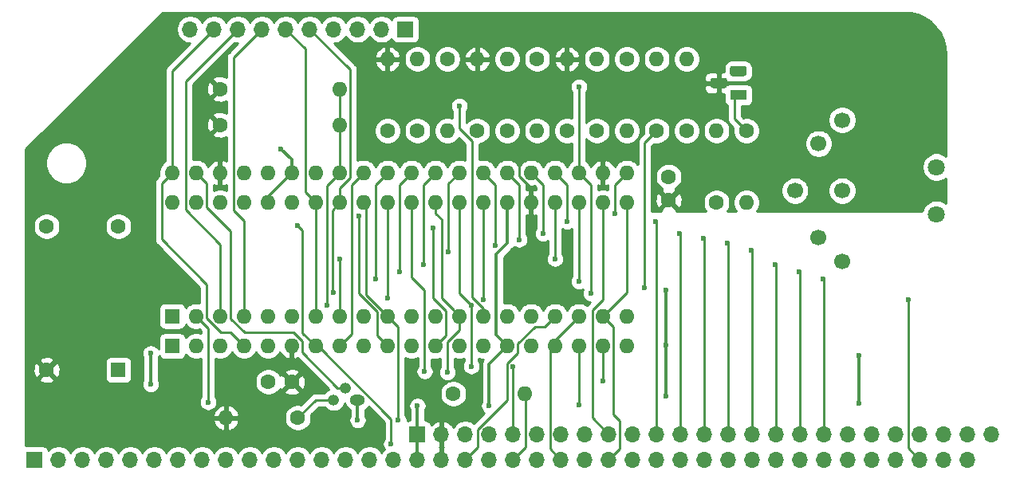
<source format=gtl>
G04 #@! TF.GenerationSoftware,KiCad,Pcbnew,(5.1.12)-1*
G04 #@! TF.CreationDate,2023-07-18T16:03:22+01:00*
G04 #@! TF.ProjectId,CPCVideo,43504356-6964-4656-9f2e-6b696361645f,rev?*
G04 #@! TF.SameCoordinates,Original*
G04 #@! TF.FileFunction,Copper,L1,Top*
G04 #@! TF.FilePolarity,Positive*
%FSLAX46Y46*%
G04 Gerber Fmt 4.6, Leading zero omitted, Abs format (unit mm)*
G04 Created by KiCad (PCBNEW (5.1.12)-1) date 2023-07-18 16:03:22*
%MOMM*%
%LPD*%
G01*
G04 APERTURE LIST*
G04 #@! TA.AperFunction,ComponentPad*
%ADD10C,1.800000*%
G04 #@! TD*
G04 #@! TA.AperFunction,ComponentPad*
%ADD11C,1.700000*%
G04 #@! TD*
G04 #@! TA.AperFunction,ComponentPad*
%ADD12R,1.800000X1.100000*%
G04 #@! TD*
G04 #@! TA.AperFunction,ComponentPad*
%ADD13O,1.700000X1.700000*%
G04 #@! TD*
G04 #@! TA.AperFunction,ComponentPad*
%ADD14R,1.700000X1.700000*%
G04 #@! TD*
G04 #@! TA.AperFunction,ComponentPad*
%ADD15O,1.200000X1.200000*%
G04 #@! TD*
G04 #@! TA.AperFunction,ComponentPad*
%ADD16O,1.600000X1.200000*%
G04 #@! TD*
G04 #@! TA.AperFunction,ComponentPad*
%ADD17O,1.600000X1.600000*%
G04 #@! TD*
G04 #@! TA.AperFunction,ComponentPad*
%ADD18C,1.600000*%
G04 #@! TD*
G04 #@! TA.AperFunction,ComponentPad*
%ADD19R,1.600000X1.600000*%
G04 #@! TD*
G04 #@! TA.AperFunction,ViaPad*
%ADD20C,0.600000*%
G04 #@! TD*
G04 #@! TA.AperFunction,Conductor*
%ADD21C,0.350000*%
G04 #@! TD*
G04 #@! TA.AperFunction,Conductor*
%ADD22C,0.250000*%
G04 #@! TD*
G04 #@! TA.AperFunction,Conductor*
%ADD23C,0.254000*%
G04 #@! TD*
G04 #@! TA.AperFunction,Conductor*
%ADD24C,0.100000*%
G04 #@! TD*
G04 APERTURE END LIST*
D10*
X251300000Y-125690000D03*
X251300000Y-120690000D03*
D11*
X236300000Y-123190000D03*
X241300000Y-130690000D03*
X238800000Y-128190000D03*
X241300000Y-123190000D03*
X238800000Y-118190000D03*
X241300000Y-115690000D03*
D12*
X230270000Y-113030000D03*
G04 #@! TA.AperFunction,ComponentPad*
G36*
G01*
X230895000Y-111040000D02*
X229645000Y-111040000D01*
G75*
G02*
X229370000Y-110765000I0J275000D01*
G01*
X229370000Y-110215000D01*
G75*
G02*
X229645000Y-109940000I275000J0D01*
G01*
X230895000Y-109940000D01*
G75*
G02*
X231170000Y-110215000I0J-275000D01*
G01*
X231170000Y-110765000D01*
G75*
G02*
X230895000Y-111040000I-275000J0D01*
G01*
G37*
G04 #@! TD.AperFunction*
G04 #@! TA.AperFunction,ComponentPad*
G36*
G01*
X228825000Y-112310000D02*
X227575000Y-112310000D01*
G75*
G02*
X227300000Y-112035000I0J275000D01*
G01*
X227300000Y-111485000D01*
G75*
G02*
X227575000Y-111210000I275000J0D01*
G01*
X228825000Y-111210000D01*
G75*
G02*
X229100000Y-111485000I0J-275000D01*
G01*
X229100000Y-112035000D01*
G75*
G02*
X228825000Y-112310000I-275000J0D01*
G01*
G37*
G04 #@! TD.AperFunction*
D13*
X172085000Y-106045000D03*
X174625000Y-106045000D03*
X177165000Y-106045000D03*
X179705000Y-106045000D03*
X182245000Y-106045000D03*
X184785000Y-106045000D03*
X187325000Y-106045000D03*
X189865000Y-106045000D03*
X192405000Y-106045000D03*
D14*
X194945000Y-106045000D03*
D15*
X187325000Y-145415000D03*
X188595000Y-144145000D03*
D16*
X189865000Y-145415000D03*
D17*
X187960000Y-116205000D03*
D18*
X175260000Y-116205000D03*
D17*
X187960000Y-112395000D03*
D18*
X175260000Y-112395000D03*
D17*
X207645000Y-144780000D03*
D18*
X200025000Y-144780000D03*
D17*
X175895000Y-147320000D03*
D18*
X183515000Y-147320000D03*
D17*
X221615000Y-109220000D03*
D18*
X221615000Y-116840000D03*
D17*
X227965000Y-116840000D03*
D18*
X227965000Y-124460000D03*
D17*
X224790000Y-109220000D03*
D18*
X224790000Y-116840000D03*
D17*
X231140000Y-124460000D03*
D18*
X231140000Y-116840000D03*
D17*
X218440000Y-116840000D03*
D18*
X218440000Y-109220000D03*
D17*
X208915000Y-116840000D03*
D18*
X208915000Y-109220000D03*
D17*
X199390000Y-116840000D03*
D18*
X199390000Y-109220000D03*
D17*
X215265000Y-109220000D03*
D18*
X215265000Y-116840000D03*
D17*
X212090000Y-109220000D03*
D18*
X212090000Y-116840000D03*
D17*
X205740000Y-109220000D03*
D18*
X205740000Y-116840000D03*
D17*
X202565000Y-109220000D03*
D18*
X202565000Y-116840000D03*
D17*
X196215000Y-109220000D03*
D18*
X196215000Y-116840000D03*
D17*
X193040000Y-109220000D03*
D18*
X193040000Y-116840000D03*
X164465000Y-127000000D03*
X156845000Y-127000000D03*
X156845000Y-142240000D03*
D19*
X164465000Y-142240000D03*
D13*
X257175000Y-149072600D03*
X254635000Y-149072600D03*
X252095000Y-149072600D03*
X249555000Y-149072600D03*
X247015000Y-149072600D03*
X244475000Y-149072600D03*
X241935000Y-149072600D03*
X239395000Y-149072600D03*
X236855000Y-149072600D03*
X234315000Y-149072600D03*
X231775000Y-149072600D03*
X229235000Y-149072600D03*
X226695000Y-149072600D03*
X224155000Y-149072600D03*
X221615000Y-149072600D03*
X219075000Y-149072600D03*
X216535000Y-149072600D03*
X213995000Y-149072600D03*
X211455000Y-149072600D03*
X208915000Y-149072600D03*
X206375000Y-149072600D03*
X203835000Y-149072600D03*
X201295000Y-149072600D03*
X198755000Y-149072600D03*
D14*
X196215000Y-149072600D03*
D13*
X254635000Y-151765000D03*
X252095000Y-151765000D03*
X249555000Y-151765000D03*
X247015000Y-151765000D03*
X244475000Y-151765000D03*
X241935000Y-151765000D03*
X239395000Y-151765000D03*
X236855000Y-151765000D03*
X234315000Y-151765000D03*
X231775000Y-151765000D03*
X229235000Y-151765000D03*
X226695000Y-151765000D03*
X224155000Y-151765000D03*
X221615000Y-151765000D03*
X219075000Y-151765000D03*
X216535000Y-151765000D03*
X213995000Y-151765000D03*
X211455000Y-151765000D03*
X208915000Y-151765000D03*
X206375000Y-151765000D03*
X203835000Y-151765000D03*
X201295000Y-151765000D03*
X198755000Y-151765000D03*
X196215000Y-151765000D03*
X193675000Y-151765000D03*
X191135000Y-151765000D03*
X188595000Y-151765000D03*
X186055000Y-151765000D03*
X183515000Y-151765000D03*
X180975000Y-151765000D03*
X178435000Y-151765000D03*
X175895000Y-151765000D03*
X173355000Y-151765000D03*
X170815000Y-151765000D03*
X168275000Y-151765000D03*
X165735000Y-151765000D03*
X163195000Y-151765000D03*
X160655000Y-151765000D03*
X158115000Y-151765000D03*
D14*
X155575000Y-151765000D03*
D17*
X170180000Y-124460000D03*
X218440000Y-139700000D03*
X172720000Y-124460000D03*
X215900000Y-139700000D03*
X175260000Y-124460000D03*
X213360000Y-139700000D03*
X177800000Y-124460000D03*
X210820000Y-139700000D03*
X180340000Y-124460000D03*
X208280000Y-139700000D03*
X182880000Y-124460000D03*
X205740000Y-139700000D03*
X185420000Y-124460000D03*
X203200000Y-139700000D03*
X187960000Y-124460000D03*
X200660000Y-139700000D03*
X190500000Y-124460000D03*
X198120000Y-139700000D03*
X193040000Y-124460000D03*
X195580000Y-139700000D03*
X195580000Y-124460000D03*
X193040000Y-139700000D03*
X198120000Y-124460000D03*
X190500000Y-139700000D03*
X200660000Y-124460000D03*
X187960000Y-139700000D03*
X203200000Y-124460000D03*
X185420000Y-139700000D03*
X205740000Y-124460000D03*
X182880000Y-139700000D03*
X208280000Y-124460000D03*
X180340000Y-139700000D03*
X210820000Y-124460000D03*
X177800000Y-139700000D03*
X213360000Y-124460000D03*
X175260000Y-139700000D03*
X215900000Y-124460000D03*
X172720000Y-139700000D03*
X218440000Y-124460000D03*
D19*
X170180000Y-139700000D03*
D17*
X170180000Y-121285000D03*
X218440000Y-136525000D03*
X172720000Y-121285000D03*
X215900000Y-136525000D03*
X175260000Y-121285000D03*
X213360000Y-136525000D03*
X177800000Y-121285000D03*
X210820000Y-136525000D03*
X180340000Y-121285000D03*
X208280000Y-136525000D03*
X182880000Y-121285000D03*
X205740000Y-136525000D03*
X185420000Y-121285000D03*
X203200000Y-136525000D03*
X187960000Y-121285000D03*
X200660000Y-136525000D03*
X190500000Y-121285000D03*
X198120000Y-136525000D03*
X193040000Y-121285000D03*
X195580000Y-136525000D03*
X195580000Y-121285000D03*
X193040000Y-136525000D03*
X198120000Y-121285000D03*
X190500000Y-136525000D03*
X200660000Y-121285000D03*
X187960000Y-136525000D03*
X203200000Y-121285000D03*
X185420000Y-136525000D03*
X205740000Y-121285000D03*
X182880000Y-136525000D03*
X208280000Y-121285000D03*
X180340000Y-136525000D03*
X210820000Y-121285000D03*
X177800000Y-136525000D03*
X213360000Y-121285000D03*
X175260000Y-136525000D03*
X215900000Y-121285000D03*
X172720000Y-136525000D03*
X218440000Y-121285000D03*
D19*
X170180000Y-136525000D03*
D18*
X222885000Y-121706000D03*
X222885000Y-124206000D03*
X180380000Y-143510000D03*
X182880000Y-143510000D03*
D20*
X189865000Y-147574000D03*
X181737000Y-118745000D03*
X196215000Y-146050000D03*
X167894000Y-140462000D03*
X167894000Y-143764000D03*
X222631000Y-145034000D03*
X222631000Y-139573000D03*
X222631000Y-133731000D03*
X243078000Y-145796000D03*
X243078000Y-140725990D03*
X203835000Y-146050002D03*
X195707000Y-143256000D03*
X168021000Y-116205000D03*
X207010000Y-120015000D03*
X239268000Y-132588000D03*
X191770000Y-132588000D03*
X204470000Y-129032000D03*
X229108000Y-128778000D03*
X194310000Y-131826000D03*
X236728001Y-131826001D03*
X207010000Y-128397000D03*
X226568000Y-128270000D03*
X196850000Y-131064002D03*
X234187998Y-131064001D03*
X209550000Y-127762000D03*
X224028000Y-127762000D03*
X199507001Y-129656999D03*
X231648000Y-129540000D03*
X212090002Y-126491998D03*
X221488000Y-126492000D03*
X173990000Y-145669000D03*
X201930000Y-135382000D03*
X201930000Y-141859002D03*
X215900000Y-143383000D03*
X183515000Y-126873000D03*
X193421000Y-150114000D03*
X197866000Y-127127000D03*
X213360000Y-145923000D03*
X189992000Y-125857000D03*
X200660000Y-114173000D03*
X186610099Y-135334901D03*
X220345002Y-133477000D03*
X194183000Y-147573999D03*
X210820000Y-130440557D03*
X187960000Y-130429000D03*
X193040000Y-134620000D03*
X187325000Y-133985000D03*
X214630000Y-134112000D03*
X213360000Y-112141000D03*
X196977000Y-142376990D03*
X217170002Y-125603000D03*
X199390000Y-142494000D03*
X203200000Y-134774989D03*
X248348500Y-134810500D03*
X213360000Y-132842000D03*
X206375000Y-141859000D03*
D21*
X180340000Y-123825000D02*
X180340000Y-124460000D01*
X182880000Y-121285000D02*
X180340000Y-123825000D01*
X196215000Y-151765000D02*
X196215000Y-149072600D01*
X189865000Y-145415000D02*
X189865000Y-147574000D01*
X182880000Y-119888000D02*
X181737000Y-118745000D01*
X182880000Y-121285000D02*
X182880000Y-119888000D01*
X196215000Y-149072600D02*
X196215000Y-146050000D01*
X205740000Y-128761002D02*
X205740000Y-124460000D01*
X204564999Y-129936003D02*
X205740000Y-128761002D01*
X204564999Y-138524999D02*
X204564999Y-129936003D01*
X205740000Y-139700000D02*
X204564999Y-138524999D01*
X167894000Y-140462000D02*
X167894000Y-140886264D01*
X167894000Y-140886264D02*
X167894000Y-143764000D01*
X222631000Y-145034000D02*
X222631000Y-139573000D01*
X222631000Y-139573000D02*
X222631000Y-133731000D01*
X243078000Y-145796000D02*
X243078000Y-140725990D01*
X205740000Y-139700000D02*
X203835000Y-141605000D01*
X203835000Y-141605000D02*
X203835000Y-146050002D01*
D22*
X208280000Y-124460000D02*
X208280000Y-122950002D01*
X208280000Y-122950002D02*
X207010000Y-121680002D01*
X207010000Y-121680002D02*
X207010000Y-120015000D01*
X239395000Y-149072600D02*
X239395000Y-132715000D01*
X239395000Y-132715000D02*
X239268000Y-132588000D01*
X191770000Y-122555000D02*
X191770000Y-132588000D01*
X193040000Y-121285000D02*
X191770000Y-122555000D01*
X204470000Y-122555000D02*
X204470000Y-129032000D01*
X203200000Y-121285000D02*
X204470000Y-122555000D01*
X229235000Y-128905000D02*
X229108000Y-128778000D01*
X229235000Y-149072600D02*
X229235000Y-128905000D01*
X195580000Y-121285000D02*
X194310000Y-122555000D01*
X194310000Y-122555000D02*
X194310000Y-131826000D01*
X236855000Y-149072600D02*
X236855000Y-131953000D01*
X236855000Y-131953000D02*
X236728001Y-131826001D01*
X205740000Y-121285000D02*
X207010000Y-122555000D01*
X207010000Y-122555000D02*
X207010000Y-128397000D01*
X226695000Y-149072600D02*
X226695000Y-128397000D01*
X226695000Y-128397000D02*
X226568000Y-128270000D01*
X196850000Y-122555000D02*
X196850000Y-131064002D01*
X198120000Y-121285000D02*
X196850000Y-122555000D01*
X234315000Y-149072600D02*
X234315000Y-131191003D01*
X234315000Y-131191003D02*
X234187998Y-131064001D01*
X208280000Y-121285000D02*
X209550000Y-122555000D01*
X209550000Y-122555000D02*
X209550000Y-127762000D01*
X224155000Y-149072600D02*
X224155000Y-127889000D01*
X224155000Y-127889000D02*
X224028000Y-127762000D01*
X199507001Y-122437999D02*
X199507001Y-129656999D01*
X200660000Y-121285000D02*
X199507001Y-122437999D01*
X231775000Y-149072600D02*
X231775000Y-129667000D01*
X231775000Y-129667000D02*
X231648000Y-129540000D01*
X212090002Y-122555002D02*
X212090002Y-126491998D01*
X210820000Y-121285000D02*
X212090002Y-122555002D01*
X221615000Y-149072600D02*
X221615000Y-126619000D01*
X221615000Y-126619000D02*
X221488000Y-126492000D01*
X215900000Y-134747000D02*
X214774999Y-135872001D01*
X215900000Y-124460000D02*
X215900000Y-134747000D01*
X173990000Y-137795000D02*
X173990000Y-145669000D01*
X172720000Y-136525000D02*
X173990000Y-137795000D01*
X214774999Y-147312599D02*
X214774999Y-146702999D01*
X216535000Y-149072600D02*
X214774999Y-147312599D01*
X214774999Y-135872001D02*
X214774999Y-146702999D01*
X170180000Y-110490000D02*
X174625000Y-106045000D01*
X170180000Y-121285000D02*
X170180000Y-110490000D01*
X176345010Y-138245010D02*
X177800000Y-139700000D01*
X175329010Y-138245010D02*
X176345010Y-138245010D01*
X173845001Y-136761001D02*
X175329010Y-138245010D01*
X173845001Y-133155001D02*
X173845001Y-136761001D01*
X169054999Y-128364999D02*
X173845001Y-133155001D01*
X169054999Y-122410001D02*
X169054999Y-128364999D01*
X170180000Y-121285000D02*
X169054999Y-122410001D01*
X200660000Y-124460000D02*
X200660000Y-134112000D01*
X200660000Y-134112000D02*
X201930000Y-135382000D01*
X201930000Y-135382000D02*
X201930000Y-141859002D01*
X215900000Y-139700000D02*
X215900000Y-143383000D01*
X173845001Y-122410001D02*
X172720000Y-121285000D01*
X173845001Y-124950001D02*
X173845001Y-122410001D01*
X176385001Y-127490001D02*
X173845001Y-124950001D01*
X177849498Y-138239500D02*
X176385001Y-136775003D01*
X183084502Y-138239500D02*
X177849498Y-138239500D01*
X184005001Y-139159999D02*
X183084502Y-138239500D01*
X184005001Y-140403529D02*
X184005001Y-139159999D01*
X187746472Y-144145000D02*
X184005001Y-140403529D01*
X176385001Y-136775003D02*
X176385001Y-127490001D01*
X188595000Y-144145000D02*
X187746472Y-144145000D01*
X215900000Y-136525000D02*
X217033001Y-137658001D01*
X218440000Y-133985000D02*
X218440000Y-132588000D01*
X215900000Y-136525000D02*
X218440000Y-133985000D01*
X218440000Y-124460000D02*
X218440000Y-132588000D01*
X217710001Y-147606001D02*
X217033001Y-146929001D01*
X217710001Y-150589999D02*
X217710001Y-147606001D01*
X216535000Y-151765000D02*
X217710001Y-150589999D01*
X217033001Y-137658001D02*
X217033001Y-146929001D01*
X210820000Y-139065000D02*
X210820000Y-139700000D01*
X213360000Y-136525000D02*
X210820000Y-139065000D01*
X210279999Y-140240001D02*
X210820000Y-139700000D01*
X210279999Y-150589999D02*
X210279999Y-140240001D01*
X211455000Y-151765000D02*
X210279999Y-150589999D01*
X184023000Y-127381000D02*
X183515000Y-126873000D01*
X184023000Y-138303000D02*
X184023000Y-127381000D01*
X185420000Y-139700000D02*
X184023000Y-138303000D01*
X185420000Y-139700000D02*
X185658161Y-139700000D01*
X185658161Y-139700000D02*
X193421000Y-147462839D01*
X193421000Y-147462839D02*
X193421000Y-150114000D01*
X206865001Y-139449997D02*
X208664997Y-137650001D01*
X208664997Y-137650001D02*
X209694999Y-137650001D01*
X205730001Y-141578997D02*
X206865001Y-140443997D01*
X205730001Y-145438597D02*
X205730001Y-141578997D01*
X209694999Y-137650001D02*
X210820000Y-136525000D01*
X202597001Y-148571597D02*
X205730001Y-145438597D01*
X202597001Y-150462999D02*
X202597001Y-148571597D01*
X206865001Y-140443997D02*
X206865001Y-139449997D01*
X201295000Y-151765000D02*
X202597001Y-150462999D01*
X198120000Y-139700000D02*
X199245001Y-138574999D01*
X199245001Y-138574999D02*
X199245001Y-135984999D01*
X199245001Y-135984999D02*
X197866000Y-134605998D01*
X197866000Y-134605998D02*
X197866000Y-127127000D01*
X213360000Y-139700000D02*
X213360000Y-145923000D01*
X191914999Y-138574999D02*
X191914999Y-136036409D01*
X193040000Y-139700000D02*
X191914999Y-138574999D01*
X191914999Y-136036409D02*
X189992000Y-134113410D01*
X189992000Y-134113410D02*
X189992000Y-125857000D01*
X203200000Y-135699991D02*
X202024999Y-134524990D01*
X203200000Y-136525000D02*
X203200000Y-135699991D01*
X202024999Y-134524990D02*
X202024999Y-117965001D01*
X202024999Y-117965001D02*
X200660000Y-116600002D01*
X200660000Y-116600002D02*
X200660000Y-114173000D01*
X187960000Y-121285000D02*
X187960000Y-112395000D01*
X187960000Y-121285000D02*
X186610099Y-122634901D01*
X186610099Y-122634901D02*
X186610099Y-135334901D01*
X189230000Y-138430000D02*
X187960000Y-139700000D01*
X189230000Y-122555000D02*
X189230000Y-138430000D01*
X190500000Y-121285000D02*
X189230000Y-122555000D01*
X221615000Y-116840000D02*
X220345002Y-118109998D01*
X220345002Y-118109998D02*
X220345002Y-133477000D01*
X190754000Y-134239000D02*
X193040000Y-136525000D01*
X190754000Y-124714000D02*
X190754000Y-134239000D01*
X190500000Y-124460000D02*
X190754000Y-124714000D01*
X193040000Y-136525000D02*
X194183000Y-137668000D01*
X194183000Y-137668000D02*
X194183000Y-147573999D01*
X210820000Y-124460000D02*
X210820000Y-130440557D01*
X187960000Y-136525000D02*
X187960000Y-130429000D01*
X193040000Y-124460000D02*
X193040000Y-134620000D01*
X189085001Y-110345001D02*
X184785000Y-106045000D01*
X189085001Y-121825001D02*
X189085001Y-110345001D01*
X187960000Y-122950002D02*
X189085001Y-121825001D01*
X187960000Y-124460000D02*
X187960000Y-122950002D01*
X187960000Y-124460000D02*
X187160001Y-125259999D01*
X187160001Y-125259999D02*
X187160001Y-133820001D01*
X187160001Y-133820001D02*
X187325000Y-133985000D01*
X213360000Y-121285000D02*
X214630000Y-122555000D01*
X214630000Y-122555000D02*
X214630000Y-133858000D01*
X214630000Y-133858000D02*
X214630000Y-134112000D01*
X213360000Y-120153630D02*
X213360000Y-112141000D01*
X213360000Y-121285000D02*
X213360000Y-120153630D01*
X171594999Y-125239999D02*
X171594999Y-111615001D01*
X175260000Y-128905000D02*
X171594999Y-125239999D01*
X171594999Y-111615001D02*
X177165000Y-106045000D01*
X175260000Y-136525000D02*
X175260000Y-128905000D01*
X195580000Y-124460000D02*
X195580000Y-132370004D01*
X196977000Y-133767004D02*
X196977000Y-142376990D01*
X195580000Y-132370004D02*
X196977000Y-133767004D01*
X218440000Y-121285000D02*
X217170002Y-122554998D01*
X217170002Y-122554998D02*
X217170002Y-125603000D01*
X207677001Y-150462999D02*
X206375000Y-151765000D01*
X207677001Y-144812001D02*
X207677001Y-150462999D01*
X207645000Y-144780000D02*
X207677001Y-144812001D01*
X229870000Y-115570000D02*
X231140000Y-116840000D01*
X229870000Y-113030000D02*
X229870000Y-115570000D01*
X185420000Y-145415000D02*
X183515000Y-147320000D01*
X187325000Y-145415000D02*
X185420000Y-145415000D01*
X198120000Y-124460000D02*
X198120000Y-125591370D01*
X198764998Y-134629998D02*
X199860001Y-135725001D01*
X198764998Y-126236368D02*
X198764998Y-134629998D01*
X199860001Y-135725001D02*
X200660000Y-136525000D01*
X198120000Y-125591370D02*
X198764998Y-126236368D01*
X200660000Y-136525000D02*
X200660000Y-138034998D01*
X200660000Y-138034998D02*
X199390000Y-139304998D01*
X199390000Y-139304998D02*
X199390000Y-142494000D01*
X203200000Y-124460000D02*
X203200000Y-125591370D01*
X203200000Y-125591370D02*
X203200000Y-134774989D01*
X249555000Y-151765000D02*
X248348500Y-150558500D01*
X248348500Y-150558500D02*
X248348500Y-134810500D01*
X185420000Y-124460000D02*
X185420000Y-136525000D01*
X184294999Y-108094999D02*
X182245000Y-106045000D01*
X184294999Y-123334999D02*
X184294999Y-108094999D01*
X185420000Y-124460000D02*
X184294999Y-123334999D01*
X176674999Y-109075001D02*
X179705000Y-106045000D01*
X176674999Y-125289999D02*
X176674999Y-109075001D01*
X177800000Y-126415000D02*
X176674999Y-125289999D01*
X177800000Y-136525000D02*
X177800000Y-126415000D01*
X213360000Y-124460000D02*
X213360000Y-132842000D01*
X206375000Y-149072600D02*
X206375000Y-141859000D01*
D23*
X196217001Y-141831453D02*
X196148414Y-141934101D01*
X196077932Y-142104261D01*
X196042000Y-142284901D01*
X196042000Y-142469079D01*
X196077932Y-142649719D01*
X196148414Y-142819879D01*
X196250738Y-142973018D01*
X196380972Y-143103252D01*
X196534111Y-143205576D01*
X196704271Y-143276058D01*
X196884911Y-143311990D01*
X197069089Y-143311990D01*
X197249729Y-143276058D01*
X197419889Y-143205576D01*
X197573028Y-143103252D01*
X197703262Y-142973018D01*
X197805586Y-142819879D01*
X197876068Y-142649719D01*
X197912000Y-142469079D01*
X197912000Y-142284901D01*
X197876068Y-142104261D01*
X197805586Y-141934101D01*
X197737000Y-141831455D01*
X197737000Y-141086929D01*
X197978665Y-141135000D01*
X198261335Y-141135000D01*
X198538574Y-141079853D01*
X198630001Y-141041983D01*
X198630001Y-141948463D01*
X198561414Y-142051111D01*
X198490932Y-142221271D01*
X198455000Y-142401911D01*
X198455000Y-142586089D01*
X198490932Y-142766729D01*
X198561414Y-142936889D01*
X198663738Y-143090028D01*
X198793972Y-143220262D01*
X198947111Y-143322586D01*
X199117271Y-143393068D01*
X199297911Y-143429000D01*
X199482089Y-143429000D01*
X199587287Y-143408074D01*
X199345273Y-143508320D01*
X199110241Y-143665363D01*
X198910363Y-143865241D01*
X198753320Y-144100273D01*
X198645147Y-144361426D01*
X198590000Y-144638665D01*
X198590000Y-144921335D01*
X198645147Y-145198574D01*
X198753320Y-145459727D01*
X198910363Y-145694759D01*
X199110241Y-145894637D01*
X199345273Y-146051680D01*
X199606426Y-146159853D01*
X199883665Y-146215000D01*
X200166335Y-146215000D01*
X200443574Y-146159853D01*
X200704727Y-146051680D01*
X200939759Y-145894637D01*
X201139637Y-145694759D01*
X201296680Y-145459727D01*
X201404853Y-145198574D01*
X201460000Y-144921335D01*
X201460000Y-144638665D01*
X201404853Y-144361426D01*
X201296680Y-144100273D01*
X201139637Y-143865241D01*
X200939759Y-143665363D01*
X200704727Y-143508320D01*
X200443574Y-143400147D01*
X200166335Y-143345000D01*
X199883665Y-143345000D01*
X199681868Y-143385140D01*
X199832889Y-143322586D01*
X199986028Y-143220262D01*
X200116262Y-143090028D01*
X200218586Y-142936889D01*
X200289068Y-142766729D01*
X200325000Y-142586089D01*
X200325000Y-142401911D01*
X200289068Y-142221271D01*
X200218586Y-142051111D01*
X200150000Y-141948465D01*
X200150000Y-141041983D01*
X200241426Y-141079853D01*
X200518665Y-141135000D01*
X200801335Y-141135000D01*
X201078574Y-141079853D01*
X201170001Y-141041983D01*
X201170001Y-141313465D01*
X201101414Y-141416113D01*
X201030932Y-141586273D01*
X200995000Y-141766913D01*
X200995000Y-141951091D01*
X201030932Y-142131731D01*
X201101414Y-142301891D01*
X201203738Y-142455030D01*
X201333972Y-142585264D01*
X201487111Y-142687588D01*
X201657271Y-142758070D01*
X201837911Y-142794002D01*
X202022089Y-142794002D01*
X202202729Y-142758070D01*
X202372889Y-142687588D01*
X202526028Y-142585264D01*
X202656262Y-142455030D01*
X202758586Y-142301891D01*
X202829068Y-142131731D01*
X202865000Y-141951091D01*
X202865000Y-141766913D01*
X202829068Y-141586273D01*
X202758586Y-141416113D01*
X202690000Y-141313467D01*
X202690000Y-141041983D01*
X202781426Y-141079853D01*
X203058665Y-141135000D01*
X203172868Y-141135000D01*
X203158251Y-141152811D01*
X203136770Y-141193000D01*
X203083037Y-141293528D01*
X203036720Y-141446213D01*
X203025000Y-141565209D01*
X203021081Y-141605000D01*
X203025000Y-141644788D01*
X203025001Y-145579296D01*
X203006414Y-145607113D01*
X202935932Y-145777273D01*
X202900000Y-145957913D01*
X202900000Y-146142091D01*
X202935932Y-146322731D01*
X203006414Y-146492891D01*
X203108738Y-146646030D01*
X203238972Y-146776264D01*
X203286066Y-146807731D01*
X202201492Y-147892305D01*
X201998411Y-147756610D01*
X201728158Y-147644668D01*
X201441260Y-147587600D01*
X201148740Y-147587600D01*
X200861842Y-147644668D01*
X200591589Y-147756610D01*
X200348368Y-147919125D01*
X200141525Y-148125968D01*
X200019805Y-148308134D01*
X199950178Y-148191245D01*
X199755269Y-147975012D01*
X199521920Y-147800959D01*
X199259099Y-147675775D01*
X199111890Y-147631124D01*
X198882000Y-147752445D01*
X198882000Y-148945600D01*
X198902000Y-148945600D01*
X198902000Y-149199600D01*
X198882000Y-149199600D01*
X198882000Y-150392755D01*
X198931352Y-150418800D01*
X198882000Y-150444845D01*
X198882000Y-151638000D01*
X198902000Y-151638000D01*
X198902000Y-151892000D01*
X198882000Y-151892000D01*
X198882000Y-151912000D01*
X198628000Y-151912000D01*
X198628000Y-151892000D01*
X198608000Y-151892000D01*
X198608000Y-151638000D01*
X198628000Y-151638000D01*
X198628000Y-150444845D01*
X198578648Y-150418800D01*
X198628000Y-150392755D01*
X198628000Y-149199600D01*
X198608000Y-149199600D01*
X198608000Y-148945600D01*
X198628000Y-148945600D01*
X198628000Y-147752445D01*
X198398110Y-147631124D01*
X198250901Y-147675775D01*
X197988080Y-147800959D01*
X197754731Y-147975012D01*
X197678966Y-148059066D01*
X197654502Y-147978420D01*
X197595537Y-147868106D01*
X197516185Y-147771415D01*
X197419494Y-147692063D01*
X197309180Y-147633098D01*
X197189482Y-147596788D01*
X197065000Y-147584528D01*
X197025000Y-147584528D01*
X197025000Y-146520705D01*
X197043586Y-146492889D01*
X197114068Y-146322729D01*
X197150000Y-146142089D01*
X197150000Y-145957911D01*
X197114068Y-145777271D01*
X197043586Y-145607111D01*
X196941262Y-145453972D01*
X196811028Y-145323738D01*
X196657889Y-145221414D01*
X196487729Y-145150932D01*
X196307089Y-145115000D01*
X196122911Y-145115000D01*
X195942271Y-145150932D01*
X195772111Y-145221414D01*
X195618972Y-145323738D01*
X195488738Y-145453972D01*
X195386414Y-145607111D01*
X195315932Y-145777271D01*
X195280000Y-145957911D01*
X195280000Y-146142089D01*
X195315932Y-146322729D01*
X195386414Y-146492889D01*
X195405001Y-146520706D01*
X195405000Y-147584528D01*
X195365000Y-147584528D01*
X195240518Y-147596788D01*
X195120820Y-147633098D01*
X195118000Y-147634605D01*
X195118000Y-147481910D01*
X195082068Y-147301270D01*
X195011586Y-147131110D01*
X194943000Y-147028464D01*
X194943000Y-140989378D01*
X195161426Y-141079853D01*
X195438665Y-141135000D01*
X195721335Y-141135000D01*
X195998574Y-141079853D01*
X196217001Y-140989378D01*
X196217001Y-141831453D01*
G04 #@! TA.AperFunction,Conductor*
D24*
G36*
X196217001Y-141831453D02*
G01*
X196148414Y-141934101D01*
X196077932Y-142104261D01*
X196042000Y-142284901D01*
X196042000Y-142469079D01*
X196077932Y-142649719D01*
X196148414Y-142819879D01*
X196250738Y-142973018D01*
X196380972Y-143103252D01*
X196534111Y-143205576D01*
X196704271Y-143276058D01*
X196884911Y-143311990D01*
X197069089Y-143311990D01*
X197249729Y-143276058D01*
X197419889Y-143205576D01*
X197573028Y-143103252D01*
X197703262Y-142973018D01*
X197805586Y-142819879D01*
X197876068Y-142649719D01*
X197912000Y-142469079D01*
X197912000Y-142284901D01*
X197876068Y-142104261D01*
X197805586Y-141934101D01*
X197737000Y-141831455D01*
X197737000Y-141086929D01*
X197978665Y-141135000D01*
X198261335Y-141135000D01*
X198538574Y-141079853D01*
X198630001Y-141041983D01*
X198630001Y-141948463D01*
X198561414Y-142051111D01*
X198490932Y-142221271D01*
X198455000Y-142401911D01*
X198455000Y-142586089D01*
X198490932Y-142766729D01*
X198561414Y-142936889D01*
X198663738Y-143090028D01*
X198793972Y-143220262D01*
X198947111Y-143322586D01*
X199117271Y-143393068D01*
X199297911Y-143429000D01*
X199482089Y-143429000D01*
X199587287Y-143408074D01*
X199345273Y-143508320D01*
X199110241Y-143665363D01*
X198910363Y-143865241D01*
X198753320Y-144100273D01*
X198645147Y-144361426D01*
X198590000Y-144638665D01*
X198590000Y-144921335D01*
X198645147Y-145198574D01*
X198753320Y-145459727D01*
X198910363Y-145694759D01*
X199110241Y-145894637D01*
X199345273Y-146051680D01*
X199606426Y-146159853D01*
X199883665Y-146215000D01*
X200166335Y-146215000D01*
X200443574Y-146159853D01*
X200704727Y-146051680D01*
X200939759Y-145894637D01*
X201139637Y-145694759D01*
X201296680Y-145459727D01*
X201404853Y-145198574D01*
X201460000Y-144921335D01*
X201460000Y-144638665D01*
X201404853Y-144361426D01*
X201296680Y-144100273D01*
X201139637Y-143865241D01*
X200939759Y-143665363D01*
X200704727Y-143508320D01*
X200443574Y-143400147D01*
X200166335Y-143345000D01*
X199883665Y-143345000D01*
X199681868Y-143385140D01*
X199832889Y-143322586D01*
X199986028Y-143220262D01*
X200116262Y-143090028D01*
X200218586Y-142936889D01*
X200289068Y-142766729D01*
X200325000Y-142586089D01*
X200325000Y-142401911D01*
X200289068Y-142221271D01*
X200218586Y-142051111D01*
X200150000Y-141948465D01*
X200150000Y-141041983D01*
X200241426Y-141079853D01*
X200518665Y-141135000D01*
X200801335Y-141135000D01*
X201078574Y-141079853D01*
X201170001Y-141041983D01*
X201170001Y-141313465D01*
X201101414Y-141416113D01*
X201030932Y-141586273D01*
X200995000Y-141766913D01*
X200995000Y-141951091D01*
X201030932Y-142131731D01*
X201101414Y-142301891D01*
X201203738Y-142455030D01*
X201333972Y-142585264D01*
X201487111Y-142687588D01*
X201657271Y-142758070D01*
X201837911Y-142794002D01*
X202022089Y-142794002D01*
X202202729Y-142758070D01*
X202372889Y-142687588D01*
X202526028Y-142585264D01*
X202656262Y-142455030D01*
X202758586Y-142301891D01*
X202829068Y-142131731D01*
X202865000Y-141951091D01*
X202865000Y-141766913D01*
X202829068Y-141586273D01*
X202758586Y-141416113D01*
X202690000Y-141313467D01*
X202690000Y-141041983D01*
X202781426Y-141079853D01*
X203058665Y-141135000D01*
X203172868Y-141135000D01*
X203158251Y-141152811D01*
X203136770Y-141193000D01*
X203083037Y-141293528D01*
X203036720Y-141446213D01*
X203025000Y-141565209D01*
X203021081Y-141605000D01*
X203025000Y-141644788D01*
X203025001Y-145579296D01*
X203006414Y-145607113D01*
X202935932Y-145777273D01*
X202900000Y-145957913D01*
X202900000Y-146142091D01*
X202935932Y-146322731D01*
X203006414Y-146492891D01*
X203108738Y-146646030D01*
X203238972Y-146776264D01*
X203286066Y-146807731D01*
X202201492Y-147892305D01*
X201998411Y-147756610D01*
X201728158Y-147644668D01*
X201441260Y-147587600D01*
X201148740Y-147587600D01*
X200861842Y-147644668D01*
X200591589Y-147756610D01*
X200348368Y-147919125D01*
X200141525Y-148125968D01*
X200019805Y-148308134D01*
X199950178Y-148191245D01*
X199755269Y-147975012D01*
X199521920Y-147800959D01*
X199259099Y-147675775D01*
X199111890Y-147631124D01*
X198882000Y-147752445D01*
X198882000Y-148945600D01*
X198902000Y-148945600D01*
X198902000Y-149199600D01*
X198882000Y-149199600D01*
X198882000Y-150392755D01*
X198931352Y-150418800D01*
X198882000Y-150444845D01*
X198882000Y-151638000D01*
X198902000Y-151638000D01*
X198902000Y-151892000D01*
X198882000Y-151892000D01*
X198882000Y-151912000D01*
X198628000Y-151912000D01*
X198628000Y-151892000D01*
X198608000Y-151892000D01*
X198608000Y-151638000D01*
X198628000Y-151638000D01*
X198628000Y-150444845D01*
X198578648Y-150418800D01*
X198628000Y-150392755D01*
X198628000Y-149199600D01*
X198608000Y-149199600D01*
X198608000Y-148945600D01*
X198628000Y-148945600D01*
X198628000Y-147752445D01*
X198398110Y-147631124D01*
X198250901Y-147675775D01*
X197988080Y-147800959D01*
X197754731Y-147975012D01*
X197678966Y-148059066D01*
X197654502Y-147978420D01*
X197595537Y-147868106D01*
X197516185Y-147771415D01*
X197419494Y-147692063D01*
X197309180Y-147633098D01*
X197189482Y-147596788D01*
X197065000Y-147584528D01*
X197025000Y-147584528D01*
X197025000Y-146520705D01*
X197043586Y-146492889D01*
X197114068Y-146322729D01*
X197150000Y-146142089D01*
X197150000Y-145957911D01*
X197114068Y-145777271D01*
X197043586Y-145607111D01*
X196941262Y-145453972D01*
X196811028Y-145323738D01*
X196657889Y-145221414D01*
X196487729Y-145150932D01*
X196307089Y-145115000D01*
X196122911Y-145115000D01*
X195942271Y-145150932D01*
X195772111Y-145221414D01*
X195618972Y-145323738D01*
X195488738Y-145453972D01*
X195386414Y-145607111D01*
X195315932Y-145777271D01*
X195280000Y-145957911D01*
X195280000Y-146142089D01*
X195315932Y-146322729D01*
X195386414Y-146492889D01*
X195405001Y-146520706D01*
X195405000Y-147584528D01*
X195365000Y-147584528D01*
X195240518Y-147596788D01*
X195120820Y-147633098D01*
X195118000Y-147634605D01*
X195118000Y-147481910D01*
X195082068Y-147301270D01*
X195011586Y-147131110D01*
X194943000Y-147028464D01*
X194943000Y-140989378D01*
X195161426Y-141079853D01*
X195438665Y-141135000D01*
X195721335Y-141135000D01*
X195998574Y-141079853D01*
X196217001Y-140989378D01*
X196217001Y-141831453D01*
G37*
G04 #@! TD.AperFunction*
D23*
X248594138Y-104285580D02*
X249346298Y-104487121D01*
X250052042Y-104816214D01*
X250689918Y-105262860D01*
X251240540Y-105813482D01*
X251687185Y-106451356D01*
X252016279Y-107157102D01*
X252217820Y-107909263D01*
X252290000Y-108734285D01*
X252290000Y-119509183D01*
X252278505Y-119497688D01*
X252027095Y-119329701D01*
X251747743Y-119213989D01*
X251451184Y-119155000D01*
X251148816Y-119155000D01*
X250852257Y-119213989D01*
X250572905Y-119329701D01*
X250321495Y-119497688D01*
X250107688Y-119711495D01*
X249939701Y-119962905D01*
X249823989Y-120242257D01*
X249765000Y-120538816D01*
X249765000Y-120841184D01*
X249823989Y-121137743D01*
X249939701Y-121417095D01*
X250107688Y-121668505D01*
X250321495Y-121882312D01*
X250572905Y-122050299D01*
X250852257Y-122166011D01*
X251148816Y-122225000D01*
X251451184Y-122225000D01*
X251747743Y-122166011D01*
X252027095Y-122050299D01*
X252278505Y-121882312D01*
X252290000Y-121870817D01*
X252290000Y-124509183D01*
X252278505Y-124497688D01*
X252027095Y-124329701D01*
X251747743Y-124213989D01*
X251451184Y-124155000D01*
X251148816Y-124155000D01*
X250852257Y-124213989D01*
X250572905Y-124329701D01*
X250321495Y-124497688D01*
X250107688Y-124711495D01*
X249939701Y-124962905D01*
X249823989Y-125242257D01*
X249802757Y-125349000D01*
X232271849Y-125349000D01*
X232411680Y-125139727D01*
X232519853Y-124878574D01*
X232575000Y-124601335D01*
X232575000Y-124318665D01*
X232519853Y-124041426D01*
X232411680Y-123780273D01*
X232254637Y-123545241D01*
X232054759Y-123345363D01*
X231819727Y-123188320D01*
X231558574Y-123080147D01*
X231375547Y-123043740D01*
X234815000Y-123043740D01*
X234815000Y-123336260D01*
X234872068Y-123623158D01*
X234984010Y-123893411D01*
X235146525Y-124136632D01*
X235353368Y-124343475D01*
X235596589Y-124505990D01*
X235866842Y-124617932D01*
X236153740Y-124675000D01*
X236446260Y-124675000D01*
X236733158Y-124617932D01*
X237003411Y-124505990D01*
X237246632Y-124343475D01*
X237453475Y-124136632D01*
X237615990Y-123893411D01*
X237727932Y-123623158D01*
X237785000Y-123336260D01*
X237785000Y-123043740D01*
X239815000Y-123043740D01*
X239815000Y-123336260D01*
X239872068Y-123623158D01*
X239984010Y-123893411D01*
X240146525Y-124136632D01*
X240353368Y-124343475D01*
X240596589Y-124505990D01*
X240866842Y-124617932D01*
X241153740Y-124675000D01*
X241446260Y-124675000D01*
X241733158Y-124617932D01*
X242003411Y-124505990D01*
X242246632Y-124343475D01*
X242453475Y-124136632D01*
X242615990Y-123893411D01*
X242727932Y-123623158D01*
X242785000Y-123336260D01*
X242785000Y-123043740D01*
X242727932Y-122756842D01*
X242615990Y-122486589D01*
X242453475Y-122243368D01*
X242246632Y-122036525D01*
X242003411Y-121874010D01*
X241733158Y-121762068D01*
X241446260Y-121705000D01*
X241153740Y-121705000D01*
X240866842Y-121762068D01*
X240596589Y-121874010D01*
X240353368Y-122036525D01*
X240146525Y-122243368D01*
X239984010Y-122486589D01*
X239872068Y-122756842D01*
X239815000Y-123043740D01*
X237785000Y-123043740D01*
X237727932Y-122756842D01*
X237615990Y-122486589D01*
X237453475Y-122243368D01*
X237246632Y-122036525D01*
X237003411Y-121874010D01*
X236733158Y-121762068D01*
X236446260Y-121705000D01*
X236153740Y-121705000D01*
X235866842Y-121762068D01*
X235596589Y-121874010D01*
X235353368Y-122036525D01*
X235146525Y-122243368D01*
X234984010Y-122486589D01*
X234872068Y-122756842D01*
X234815000Y-123043740D01*
X231375547Y-123043740D01*
X231281335Y-123025000D01*
X230998665Y-123025000D01*
X230721426Y-123080147D01*
X230460273Y-123188320D01*
X230225241Y-123345363D01*
X230025363Y-123545241D01*
X229868320Y-123780273D01*
X229760147Y-124041426D01*
X229705000Y-124318665D01*
X229705000Y-124601335D01*
X229760147Y-124878574D01*
X229868320Y-125139727D01*
X230008151Y-125349000D01*
X229096849Y-125349000D01*
X229236680Y-125139727D01*
X229344853Y-124878574D01*
X229400000Y-124601335D01*
X229400000Y-124318665D01*
X229344853Y-124041426D01*
X229236680Y-123780273D01*
X229079637Y-123545241D01*
X228879759Y-123345363D01*
X228644727Y-123188320D01*
X228383574Y-123080147D01*
X228106335Y-123025000D01*
X227823665Y-123025000D01*
X227546426Y-123080147D01*
X227285273Y-123188320D01*
X227050241Y-123345363D01*
X226850363Y-123545241D01*
X226693320Y-123780273D01*
X226585147Y-124041426D01*
X226530000Y-124318665D01*
X226530000Y-124601335D01*
X226585147Y-124878574D01*
X226693320Y-125139727D01*
X226833151Y-125349000D01*
X223653998Y-125349000D01*
X223698097Y-125198702D01*
X222885000Y-124385605D01*
X222071903Y-125198702D01*
X222116002Y-125349000D01*
X221105002Y-125349000D01*
X221105002Y-124276512D01*
X221444783Y-124276512D01*
X221486213Y-124556130D01*
X221581397Y-124822292D01*
X221648329Y-124947514D01*
X221892298Y-125019097D01*
X222705395Y-124206000D01*
X223064605Y-124206000D01*
X223877702Y-125019097D01*
X224121671Y-124947514D01*
X224242571Y-124692004D01*
X224311300Y-124417816D01*
X224325217Y-124135488D01*
X224283787Y-123855870D01*
X224188603Y-123589708D01*
X224121671Y-123464486D01*
X223877702Y-123392903D01*
X223064605Y-124206000D01*
X222705395Y-124206000D01*
X221892298Y-123392903D01*
X221648329Y-123464486D01*
X221527429Y-123719996D01*
X221458700Y-123994184D01*
X221444783Y-124276512D01*
X221105002Y-124276512D01*
X221105002Y-121564665D01*
X221450000Y-121564665D01*
X221450000Y-121847335D01*
X221505147Y-122124574D01*
X221613320Y-122385727D01*
X221770363Y-122620759D01*
X221970241Y-122820637D01*
X222170869Y-122954692D01*
X222143486Y-122969329D01*
X222071903Y-123213298D01*
X222885000Y-124026395D01*
X223698097Y-123213298D01*
X223626514Y-122969329D01*
X223597659Y-122955676D01*
X223799759Y-122820637D01*
X223999637Y-122620759D01*
X224156680Y-122385727D01*
X224264853Y-122124574D01*
X224320000Y-121847335D01*
X224320000Y-121564665D01*
X224264853Y-121287426D01*
X224156680Y-121026273D01*
X223999637Y-120791241D01*
X223799759Y-120591363D01*
X223564727Y-120434320D01*
X223303574Y-120326147D01*
X223026335Y-120271000D01*
X222743665Y-120271000D01*
X222466426Y-120326147D01*
X222205273Y-120434320D01*
X221970241Y-120591363D01*
X221770363Y-120791241D01*
X221613320Y-121026273D01*
X221505147Y-121287426D01*
X221450000Y-121564665D01*
X221105002Y-121564665D01*
X221105002Y-118424799D01*
X221291114Y-118238688D01*
X221473665Y-118275000D01*
X221756335Y-118275000D01*
X222033574Y-118219853D01*
X222294727Y-118111680D01*
X222529759Y-117954637D01*
X222729637Y-117754759D01*
X222886680Y-117519727D01*
X222994853Y-117258574D01*
X223050000Y-116981335D01*
X223050000Y-116698665D01*
X223355000Y-116698665D01*
X223355000Y-116981335D01*
X223410147Y-117258574D01*
X223518320Y-117519727D01*
X223675363Y-117754759D01*
X223875241Y-117954637D01*
X224110273Y-118111680D01*
X224371426Y-118219853D01*
X224648665Y-118275000D01*
X224931335Y-118275000D01*
X225208574Y-118219853D01*
X225469727Y-118111680D01*
X225704759Y-117954637D01*
X225904637Y-117754759D01*
X226061680Y-117519727D01*
X226169853Y-117258574D01*
X226225000Y-116981335D01*
X226225000Y-116698665D01*
X226530000Y-116698665D01*
X226530000Y-116981335D01*
X226585147Y-117258574D01*
X226693320Y-117519727D01*
X226850363Y-117754759D01*
X227050241Y-117954637D01*
X227285273Y-118111680D01*
X227546426Y-118219853D01*
X227823665Y-118275000D01*
X228106335Y-118275000D01*
X228383574Y-118219853D01*
X228644727Y-118111680D01*
X228879759Y-117954637D01*
X229079637Y-117754759D01*
X229236680Y-117519727D01*
X229344853Y-117258574D01*
X229400000Y-116981335D01*
X229400000Y-116698665D01*
X229344853Y-116421426D01*
X229236680Y-116160273D01*
X229079637Y-115925241D01*
X228879759Y-115725363D01*
X228644727Y-115568320D01*
X228383574Y-115460147D01*
X228106335Y-115405000D01*
X227823665Y-115405000D01*
X227546426Y-115460147D01*
X227285273Y-115568320D01*
X227050241Y-115725363D01*
X226850363Y-115925241D01*
X226693320Y-116160273D01*
X226585147Y-116421426D01*
X226530000Y-116698665D01*
X226225000Y-116698665D01*
X226169853Y-116421426D01*
X226061680Y-116160273D01*
X225904637Y-115925241D01*
X225704759Y-115725363D01*
X225469727Y-115568320D01*
X225208574Y-115460147D01*
X224931335Y-115405000D01*
X224648665Y-115405000D01*
X224371426Y-115460147D01*
X224110273Y-115568320D01*
X223875241Y-115725363D01*
X223675363Y-115925241D01*
X223518320Y-116160273D01*
X223410147Y-116421426D01*
X223355000Y-116698665D01*
X223050000Y-116698665D01*
X222994853Y-116421426D01*
X222886680Y-116160273D01*
X222729637Y-115925241D01*
X222529759Y-115725363D01*
X222294727Y-115568320D01*
X222033574Y-115460147D01*
X221756335Y-115405000D01*
X221473665Y-115405000D01*
X221196426Y-115460147D01*
X220935273Y-115568320D01*
X220700241Y-115725363D01*
X220500363Y-115925241D01*
X220343320Y-116160273D01*
X220235147Y-116421426D01*
X220180000Y-116698665D01*
X220180000Y-116981335D01*
X220216312Y-117163886D01*
X219834004Y-117546195D01*
X219805001Y-117569997D01*
X219777362Y-117603676D01*
X219710028Y-117685722D01*
X219647360Y-117802965D01*
X219639456Y-117817752D01*
X219595999Y-117961013D01*
X219585002Y-118072666D01*
X219585002Y-118072676D01*
X219581326Y-118109998D01*
X219585002Y-118147320D01*
X219585002Y-120415686D01*
X219554637Y-120370241D01*
X219354759Y-120170363D01*
X219119727Y-120013320D01*
X218858574Y-119905147D01*
X218581335Y-119850000D01*
X218298665Y-119850000D01*
X218021426Y-119905147D01*
X217760273Y-120013320D01*
X217525241Y-120170363D01*
X217325363Y-120370241D01*
X217168320Y-120605273D01*
X217163933Y-120615865D01*
X217052385Y-120429869D01*
X216863414Y-120221481D01*
X216637420Y-120053963D01*
X216383087Y-119933754D01*
X216249039Y-119893096D01*
X216027000Y-120015085D01*
X216027000Y-121158000D01*
X216047000Y-121158000D01*
X216047000Y-121412000D01*
X216027000Y-121412000D01*
X216027000Y-122554915D01*
X216249039Y-122676904D01*
X216383087Y-122636246D01*
X216410002Y-122623525D01*
X216410002Y-123118018D01*
X216318574Y-123080147D01*
X216041335Y-123025000D01*
X215758665Y-123025000D01*
X215481426Y-123080147D01*
X215390000Y-123118017D01*
X215390000Y-122623526D01*
X215416913Y-122636246D01*
X215550961Y-122676904D01*
X215773000Y-122554915D01*
X215773000Y-121412000D01*
X215753000Y-121412000D01*
X215753000Y-121158000D01*
X215773000Y-121158000D01*
X215773000Y-120015085D01*
X215550961Y-119893096D01*
X215416913Y-119933754D01*
X215162580Y-120053963D01*
X214936586Y-120221481D01*
X214747615Y-120429869D01*
X214636067Y-120615865D01*
X214631680Y-120605273D01*
X214474637Y-120370241D01*
X214274759Y-120170363D01*
X214120000Y-120066957D01*
X214120000Y-117709317D01*
X214150363Y-117754759D01*
X214350241Y-117954637D01*
X214585273Y-118111680D01*
X214846426Y-118219853D01*
X215123665Y-118275000D01*
X215406335Y-118275000D01*
X215683574Y-118219853D01*
X215944727Y-118111680D01*
X216179759Y-117954637D01*
X216379637Y-117754759D01*
X216536680Y-117519727D01*
X216644853Y-117258574D01*
X216700000Y-116981335D01*
X216700000Y-116698665D01*
X217005000Y-116698665D01*
X217005000Y-116981335D01*
X217060147Y-117258574D01*
X217168320Y-117519727D01*
X217325363Y-117754759D01*
X217525241Y-117954637D01*
X217760273Y-118111680D01*
X218021426Y-118219853D01*
X218298665Y-118275000D01*
X218581335Y-118275000D01*
X218858574Y-118219853D01*
X219119727Y-118111680D01*
X219354759Y-117954637D01*
X219554637Y-117754759D01*
X219711680Y-117519727D01*
X219819853Y-117258574D01*
X219875000Y-116981335D01*
X219875000Y-116698665D01*
X219819853Y-116421426D01*
X219711680Y-116160273D01*
X219554637Y-115925241D01*
X219354759Y-115725363D01*
X219119727Y-115568320D01*
X218858574Y-115460147D01*
X218581335Y-115405000D01*
X218298665Y-115405000D01*
X218021426Y-115460147D01*
X217760273Y-115568320D01*
X217525241Y-115725363D01*
X217325363Y-115925241D01*
X217168320Y-116160273D01*
X217060147Y-116421426D01*
X217005000Y-116698665D01*
X216700000Y-116698665D01*
X216644853Y-116421426D01*
X216536680Y-116160273D01*
X216379637Y-115925241D01*
X216179759Y-115725363D01*
X215944727Y-115568320D01*
X215683574Y-115460147D01*
X215406335Y-115405000D01*
X215123665Y-115405000D01*
X214846426Y-115460147D01*
X214585273Y-115568320D01*
X214350241Y-115725363D01*
X214150363Y-115925241D01*
X214120000Y-115970683D01*
X214120000Y-112686535D01*
X214188586Y-112583889D01*
X214259068Y-112413729D01*
X214279701Y-112310000D01*
X226661928Y-112310000D01*
X226674188Y-112434482D01*
X226710498Y-112554180D01*
X226769463Y-112664494D01*
X226848815Y-112761185D01*
X226945506Y-112840537D01*
X227055820Y-112899502D01*
X227175518Y-112935812D01*
X227300000Y-112948072D01*
X227914250Y-112945000D01*
X228073000Y-112786250D01*
X228073000Y-111887000D01*
X228327000Y-111887000D01*
X228327000Y-112786250D01*
X228485750Y-112945000D01*
X228731928Y-112946231D01*
X228731928Y-113580000D01*
X228744188Y-113704482D01*
X228780498Y-113824180D01*
X228839463Y-113934494D01*
X228918815Y-114031185D01*
X229015506Y-114110537D01*
X229110000Y-114161046D01*
X229110001Y-115532668D01*
X229106324Y-115570000D01*
X229110001Y-115607333D01*
X229120998Y-115718986D01*
X229134180Y-115762442D01*
X229164454Y-115862246D01*
X229235026Y-115994276D01*
X229288966Y-116060001D01*
X229330000Y-116110001D01*
X229358998Y-116133799D01*
X229741312Y-116516114D01*
X229705000Y-116698665D01*
X229705000Y-116981335D01*
X229760147Y-117258574D01*
X229868320Y-117519727D01*
X230025363Y-117754759D01*
X230225241Y-117954637D01*
X230460273Y-118111680D01*
X230721426Y-118219853D01*
X230998665Y-118275000D01*
X231281335Y-118275000D01*
X231558574Y-118219853D01*
X231819727Y-118111680D01*
X231921406Y-118043740D01*
X237315000Y-118043740D01*
X237315000Y-118336260D01*
X237372068Y-118623158D01*
X237484010Y-118893411D01*
X237646525Y-119136632D01*
X237853368Y-119343475D01*
X238096589Y-119505990D01*
X238366842Y-119617932D01*
X238653740Y-119675000D01*
X238946260Y-119675000D01*
X239233158Y-119617932D01*
X239503411Y-119505990D01*
X239746632Y-119343475D01*
X239953475Y-119136632D01*
X240115990Y-118893411D01*
X240227932Y-118623158D01*
X240285000Y-118336260D01*
X240285000Y-118043740D01*
X240227932Y-117756842D01*
X240115990Y-117486589D01*
X239953475Y-117243368D01*
X239746632Y-117036525D01*
X239503411Y-116874010D01*
X239233158Y-116762068D01*
X238946260Y-116705000D01*
X238653740Y-116705000D01*
X238366842Y-116762068D01*
X238096589Y-116874010D01*
X237853368Y-117036525D01*
X237646525Y-117243368D01*
X237484010Y-117486589D01*
X237372068Y-117756842D01*
X237315000Y-118043740D01*
X231921406Y-118043740D01*
X232054759Y-117954637D01*
X232254637Y-117754759D01*
X232411680Y-117519727D01*
X232519853Y-117258574D01*
X232575000Y-116981335D01*
X232575000Y-116698665D01*
X232519853Y-116421426D01*
X232411680Y-116160273D01*
X232254637Y-115925241D01*
X232054759Y-115725363D01*
X231819727Y-115568320D01*
X231760386Y-115543740D01*
X239815000Y-115543740D01*
X239815000Y-115836260D01*
X239872068Y-116123158D01*
X239984010Y-116393411D01*
X240146525Y-116636632D01*
X240353368Y-116843475D01*
X240596589Y-117005990D01*
X240866842Y-117117932D01*
X241153740Y-117175000D01*
X241446260Y-117175000D01*
X241733158Y-117117932D01*
X242003411Y-117005990D01*
X242246632Y-116843475D01*
X242453475Y-116636632D01*
X242615990Y-116393411D01*
X242727932Y-116123158D01*
X242785000Y-115836260D01*
X242785000Y-115543740D01*
X242727932Y-115256842D01*
X242615990Y-114986589D01*
X242453475Y-114743368D01*
X242246632Y-114536525D01*
X242003411Y-114374010D01*
X241733158Y-114262068D01*
X241446260Y-114205000D01*
X241153740Y-114205000D01*
X240866842Y-114262068D01*
X240596589Y-114374010D01*
X240353368Y-114536525D01*
X240146525Y-114743368D01*
X239984010Y-114986589D01*
X239872068Y-115256842D01*
X239815000Y-115543740D01*
X231760386Y-115543740D01*
X231558574Y-115460147D01*
X231281335Y-115405000D01*
X230998665Y-115405000D01*
X230816114Y-115441312D01*
X230630000Y-115255199D01*
X230630000Y-114218072D01*
X231170000Y-114218072D01*
X231294482Y-114205812D01*
X231414180Y-114169502D01*
X231524494Y-114110537D01*
X231621185Y-114031185D01*
X231700537Y-113934494D01*
X231759502Y-113824180D01*
X231795812Y-113704482D01*
X231808072Y-113580000D01*
X231808072Y-112480000D01*
X231795812Y-112355518D01*
X231759502Y-112235820D01*
X231700537Y-112125506D01*
X231621185Y-112028815D01*
X231524494Y-111949463D01*
X231414180Y-111890498D01*
X231294482Y-111854188D01*
X231170000Y-111841928D01*
X229370000Y-111841928D01*
X229245518Y-111854188D01*
X229137351Y-111887000D01*
X228327000Y-111887000D01*
X228073000Y-111887000D01*
X226823750Y-111887000D01*
X226665000Y-112045750D01*
X226661928Y-112310000D01*
X214279701Y-112310000D01*
X214295000Y-112233089D01*
X214295000Y-112048911D01*
X214259068Y-111868271D01*
X214188586Y-111698111D01*
X214086262Y-111544972D01*
X213956028Y-111414738D01*
X213802889Y-111312414D01*
X213632729Y-111241932D01*
X213472199Y-111210000D01*
X226661928Y-111210000D01*
X226665000Y-111474250D01*
X226823750Y-111633000D01*
X228073000Y-111633000D01*
X228073000Y-110733750D01*
X228327000Y-110733750D01*
X228327000Y-111633000D01*
X229376120Y-111633000D01*
X229466868Y-111660528D01*
X229645000Y-111678072D01*
X230895000Y-111678072D01*
X231073132Y-111660528D01*
X231244418Y-111608569D01*
X231402276Y-111524192D01*
X231540639Y-111410639D01*
X231654192Y-111272276D01*
X231738569Y-111114418D01*
X231790528Y-110943132D01*
X231808072Y-110765000D01*
X231808072Y-110215000D01*
X231790528Y-110036868D01*
X231738569Y-109865582D01*
X231654192Y-109707724D01*
X231540639Y-109569361D01*
X231402276Y-109455808D01*
X231244418Y-109371431D01*
X231073132Y-109319472D01*
X230895000Y-109301928D01*
X229645000Y-109301928D01*
X229466868Y-109319472D01*
X229295582Y-109371431D01*
X229137724Y-109455808D01*
X228999361Y-109569361D01*
X228885808Y-109707724D01*
X228801431Y-109865582D01*
X228749472Y-110036868D01*
X228731928Y-110215000D01*
X228731928Y-110573769D01*
X228485750Y-110575000D01*
X228327000Y-110733750D01*
X228073000Y-110733750D01*
X227914250Y-110575000D01*
X227300000Y-110571928D01*
X227175518Y-110584188D01*
X227055820Y-110620498D01*
X226945506Y-110679463D01*
X226848815Y-110758815D01*
X226769463Y-110855506D01*
X226710498Y-110965820D01*
X226674188Y-111085518D01*
X226661928Y-111210000D01*
X213472199Y-111210000D01*
X213452089Y-111206000D01*
X213267911Y-111206000D01*
X213087271Y-111241932D01*
X212917111Y-111312414D01*
X212763972Y-111414738D01*
X212633738Y-111544972D01*
X212531414Y-111698111D01*
X212460932Y-111868271D01*
X212425000Y-112048911D01*
X212425000Y-112233089D01*
X212460932Y-112413729D01*
X212531414Y-112583889D01*
X212600001Y-112686537D01*
X212600001Y-115498017D01*
X212508574Y-115460147D01*
X212231335Y-115405000D01*
X211948665Y-115405000D01*
X211671426Y-115460147D01*
X211410273Y-115568320D01*
X211175241Y-115725363D01*
X210975363Y-115925241D01*
X210818320Y-116160273D01*
X210710147Y-116421426D01*
X210655000Y-116698665D01*
X210655000Y-116981335D01*
X210710147Y-117258574D01*
X210818320Y-117519727D01*
X210975363Y-117754759D01*
X211175241Y-117954637D01*
X211410273Y-118111680D01*
X211671426Y-118219853D01*
X211948665Y-118275000D01*
X212231335Y-118275000D01*
X212508574Y-118219853D01*
X212600000Y-118181983D01*
X212600000Y-120066957D01*
X212445241Y-120170363D01*
X212245363Y-120370241D01*
X212090000Y-120602759D01*
X211934637Y-120370241D01*
X211734759Y-120170363D01*
X211499727Y-120013320D01*
X211238574Y-119905147D01*
X210961335Y-119850000D01*
X210678665Y-119850000D01*
X210401426Y-119905147D01*
X210140273Y-120013320D01*
X209905241Y-120170363D01*
X209705363Y-120370241D01*
X209550000Y-120602759D01*
X209394637Y-120370241D01*
X209194759Y-120170363D01*
X208959727Y-120013320D01*
X208698574Y-119905147D01*
X208421335Y-119850000D01*
X208138665Y-119850000D01*
X207861426Y-119905147D01*
X207600273Y-120013320D01*
X207365241Y-120170363D01*
X207165363Y-120370241D01*
X207010000Y-120602759D01*
X206854637Y-120370241D01*
X206654759Y-120170363D01*
X206419727Y-120013320D01*
X206158574Y-119905147D01*
X205881335Y-119850000D01*
X205598665Y-119850000D01*
X205321426Y-119905147D01*
X205060273Y-120013320D01*
X204825241Y-120170363D01*
X204625363Y-120370241D01*
X204470000Y-120602759D01*
X204314637Y-120370241D01*
X204114759Y-120170363D01*
X203879727Y-120013320D01*
X203618574Y-119905147D01*
X203341335Y-119850000D01*
X203058665Y-119850000D01*
X202784999Y-119904436D01*
X202784999Y-118259353D01*
X202983574Y-118219853D01*
X203244727Y-118111680D01*
X203479759Y-117954637D01*
X203679637Y-117754759D01*
X203836680Y-117519727D01*
X203944853Y-117258574D01*
X204000000Y-116981335D01*
X204000000Y-116698665D01*
X204305000Y-116698665D01*
X204305000Y-116981335D01*
X204360147Y-117258574D01*
X204468320Y-117519727D01*
X204625363Y-117754759D01*
X204825241Y-117954637D01*
X205060273Y-118111680D01*
X205321426Y-118219853D01*
X205598665Y-118275000D01*
X205881335Y-118275000D01*
X206158574Y-118219853D01*
X206419727Y-118111680D01*
X206654759Y-117954637D01*
X206854637Y-117754759D01*
X207011680Y-117519727D01*
X207119853Y-117258574D01*
X207175000Y-116981335D01*
X207175000Y-116698665D01*
X207480000Y-116698665D01*
X207480000Y-116981335D01*
X207535147Y-117258574D01*
X207643320Y-117519727D01*
X207800363Y-117754759D01*
X208000241Y-117954637D01*
X208235273Y-118111680D01*
X208496426Y-118219853D01*
X208773665Y-118275000D01*
X209056335Y-118275000D01*
X209333574Y-118219853D01*
X209594727Y-118111680D01*
X209829759Y-117954637D01*
X210029637Y-117754759D01*
X210186680Y-117519727D01*
X210294853Y-117258574D01*
X210350000Y-116981335D01*
X210350000Y-116698665D01*
X210294853Y-116421426D01*
X210186680Y-116160273D01*
X210029637Y-115925241D01*
X209829759Y-115725363D01*
X209594727Y-115568320D01*
X209333574Y-115460147D01*
X209056335Y-115405000D01*
X208773665Y-115405000D01*
X208496426Y-115460147D01*
X208235273Y-115568320D01*
X208000241Y-115725363D01*
X207800363Y-115925241D01*
X207643320Y-116160273D01*
X207535147Y-116421426D01*
X207480000Y-116698665D01*
X207175000Y-116698665D01*
X207119853Y-116421426D01*
X207011680Y-116160273D01*
X206854637Y-115925241D01*
X206654759Y-115725363D01*
X206419727Y-115568320D01*
X206158574Y-115460147D01*
X205881335Y-115405000D01*
X205598665Y-115405000D01*
X205321426Y-115460147D01*
X205060273Y-115568320D01*
X204825241Y-115725363D01*
X204625363Y-115925241D01*
X204468320Y-116160273D01*
X204360147Y-116421426D01*
X204305000Y-116698665D01*
X204000000Y-116698665D01*
X203944853Y-116421426D01*
X203836680Y-116160273D01*
X203679637Y-115925241D01*
X203479759Y-115725363D01*
X203244727Y-115568320D01*
X202983574Y-115460147D01*
X202706335Y-115405000D01*
X202423665Y-115405000D01*
X202146426Y-115460147D01*
X201885273Y-115568320D01*
X201650241Y-115725363D01*
X201450363Y-115925241D01*
X201420000Y-115970683D01*
X201420000Y-114718535D01*
X201488586Y-114615889D01*
X201559068Y-114445729D01*
X201595000Y-114265089D01*
X201595000Y-114080911D01*
X201559068Y-113900271D01*
X201488586Y-113730111D01*
X201386262Y-113576972D01*
X201256028Y-113446738D01*
X201102889Y-113344414D01*
X200932729Y-113273932D01*
X200752089Y-113238000D01*
X200567911Y-113238000D01*
X200387271Y-113273932D01*
X200217111Y-113344414D01*
X200063972Y-113446738D01*
X199933738Y-113576972D01*
X199831414Y-113730111D01*
X199760932Y-113900271D01*
X199725000Y-114080911D01*
X199725000Y-114265089D01*
X199760932Y-114445729D01*
X199831414Y-114615889D01*
X199900001Y-114718537D01*
X199900000Y-115498017D01*
X199808574Y-115460147D01*
X199531335Y-115405000D01*
X199248665Y-115405000D01*
X198971426Y-115460147D01*
X198710273Y-115568320D01*
X198475241Y-115725363D01*
X198275363Y-115925241D01*
X198118320Y-116160273D01*
X198010147Y-116421426D01*
X197955000Y-116698665D01*
X197955000Y-116981335D01*
X198010147Y-117258574D01*
X198118320Y-117519727D01*
X198275363Y-117754759D01*
X198475241Y-117954637D01*
X198710273Y-118111680D01*
X198971426Y-118219853D01*
X199248665Y-118275000D01*
X199531335Y-118275000D01*
X199808574Y-118219853D01*
X200069727Y-118111680D01*
X200304759Y-117954637D01*
X200504637Y-117754759D01*
X200598892Y-117613696D01*
X201265000Y-118279804D01*
X201265000Y-119982367D01*
X201078574Y-119905147D01*
X200801335Y-119850000D01*
X200518665Y-119850000D01*
X200241426Y-119905147D01*
X199980273Y-120013320D01*
X199745241Y-120170363D01*
X199545363Y-120370241D01*
X199390000Y-120602759D01*
X199234637Y-120370241D01*
X199034759Y-120170363D01*
X198799727Y-120013320D01*
X198538574Y-119905147D01*
X198261335Y-119850000D01*
X197978665Y-119850000D01*
X197701426Y-119905147D01*
X197440273Y-120013320D01*
X197205241Y-120170363D01*
X197005363Y-120370241D01*
X196850000Y-120602759D01*
X196694637Y-120370241D01*
X196494759Y-120170363D01*
X196259727Y-120013320D01*
X195998574Y-119905147D01*
X195721335Y-119850000D01*
X195438665Y-119850000D01*
X195161426Y-119905147D01*
X194900273Y-120013320D01*
X194665241Y-120170363D01*
X194465363Y-120370241D01*
X194310000Y-120602759D01*
X194154637Y-120370241D01*
X193954759Y-120170363D01*
X193719727Y-120013320D01*
X193458574Y-119905147D01*
X193181335Y-119850000D01*
X192898665Y-119850000D01*
X192621426Y-119905147D01*
X192360273Y-120013320D01*
X192125241Y-120170363D01*
X191925363Y-120370241D01*
X191770000Y-120602759D01*
X191614637Y-120370241D01*
X191414759Y-120170363D01*
X191179727Y-120013320D01*
X190918574Y-119905147D01*
X190641335Y-119850000D01*
X190358665Y-119850000D01*
X190081426Y-119905147D01*
X189845001Y-120003077D01*
X189845001Y-116698665D01*
X191605000Y-116698665D01*
X191605000Y-116981335D01*
X191660147Y-117258574D01*
X191768320Y-117519727D01*
X191925363Y-117754759D01*
X192125241Y-117954637D01*
X192360273Y-118111680D01*
X192621426Y-118219853D01*
X192898665Y-118275000D01*
X193181335Y-118275000D01*
X193458574Y-118219853D01*
X193719727Y-118111680D01*
X193954759Y-117954637D01*
X194154637Y-117754759D01*
X194311680Y-117519727D01*
X194419853Y-117258574D01*
X194475000Y-116981335D01*
X194475000Y-116698665D01*
X194780000Y-116698665D01*
X194780000Y-116981335D01*
X194835147Y-117258574D01*
X194943320Y-117519727D01*
X195100363Y-117754759D01*
X195300241Y-117954637D01*
X195535273Y-118111680D01*
X195796426Y-118219853D01*
X196073665Y-118275000D01*
X196356335Y-118275000D01*
X196633574Y-118219853D01*
X196894727Y-118111680D01*
X197129759Y-117954637D01*
X197329637Y-117754759D01*
X197486680Y-117519727D01*
X197594853Y-117258574D01*
X197650000Y-116981335D01*
X197650000Y-116698665D01*
X197594853Y-116421426D01*
X197486680Y-116160273D01*
X197329637Y-115925241D01*
X197129759Y-115725363D01*
X196894727Y-115568320D01*
X196633574Y-115460147D01*
X196356335Y-115405000D01*
X196073665Y-115405000D01*
X195796426Y-115460147D01*
X195535273Y-115568320D01*
X195300241Y-115725363D01*
X195100363Y-115925241D01*
X194943320Y-116160273D01*
X194835147Y-116421426D01*
X194780000Y-116698665D01*
X194475000Y-116698665D01*
X194419853Y-116421426D01*
X194311680Y-116160273D01*
X194154637Y-115925241D01*
X193954759Y-115725363D01*
X193719727Y-115568320D01*
X193458574Y-115460147D01*
X193181335Y-115405000D01*
X192898665Y-115405000D01*
X192621426Y-115460147D01*
X192360273Y-115568320D01*
X192125241Y-115725363D01*
X191925363Y-115925241D01*
X191768320Y-116160273D01*
X191660147Y-116421426D01*
X191605000Y-116698665D01*
X189845001Y-116698665D01*
X189845001Y-110382326D01*
X189848677Y-110345001D01*
X189845001Y-110307676D01*
X189845001Y-110307668D01*
X189834004Y-110196015D01*
X189790547Y-110052754D01*
X189719975Y-109920725D01*
X189625002Y-109805000D01*
X189596004Y-109781202D01*
X189383842Y-109569040D01*
X191648091Y-109569040D01*
X191742930Y-109833881D01*
X191887615Y-110075131D01*
X192076586Y-110283519D01*
X192302580Y-110451037D01*
X192556913Y-110571246D01*
X192690961Y-110611904D01*
X192913000Y-110489915D01*
X192913000Y-109347000D01*
X193167000Y-109347000D01*
X193167000Y-110489915D01*
X193389039Y-110611904D01*
X193523087Y-110571246D01*
X193777420Y-110451037D01*
X194003414Y-110283519D01*
X194192385Y-110075131D01*
X194337070Y-109833881D01*
X194431909Y-109569040D01*
X194310624Y-109347000D01*
X193167000Y-109347000D01*
X192913000Y-109347000D01*
X191769376Y-109347000D01*
X191648091Y-109569040D01*
X189383842Y-109569040D01*
X188685762Y-108870960D01*
X191648091Y-108870960D01*
X191769376Y-109093000D01*
X192913000Y-109093000D01*
X192913000Y-107950085D01*
X193167000Y-107950085D01*
X193167000Y-109093000D01*
X194310624Y-109093000D01*
X194318454Y-109078665D01*
X194780000Y-109078665D01*
X194780000Y-109361335D01*
X194835147Y-109638574D01*
X194943320Y-109899727D01*
X195100363Y-110134759D01*
X195300241Y-110334637D01*
X195535273Y-110491680D01*
X195796426Y-110599853D01*
X196073665Y-110655000D01*
X196356335Y-110655000D01*
X196633574Y-110599853D01*
X196894727Y-110491680D01*
X197129759Y-110334637D01*
X197329637Y-110134759D01*
X197486680Y-109899727D01*
X197594853Y-109638574D01*
X197650000Y-109361335D01*
X197650000Y-109078665D01*
X197955000Y-109078665D01*
X197955000Y-109361335D01*
X198010147Y-109638574D01*
X198118320Y-109899727D01*
X198275363Y-110134759D01*
X198475241Y-110334637D01*
X198710273Y-110491680D01*
X198971426Y-110599853D01*
X199248665Y-110655000D01*
X199531335Y-110655000D01*
X199808574Y-110599853D01*
X200069727Y-110491680D01*
X200304759Y-110334637D01*
X200504637Y-110134759D01*
X200661680Y-109899727D01*
X200769853Y-109638574D01*
X200783684Y-109569040D01*
X201173091Y-109569040D01*
X201267930Y-109833881D01*
X201412615Y-110075131D01*
X201601586Y-110283519D01*
X201827580Y-110451037D01*
X202081913Y-110571246D01*
X202215961Y-110611904D01*
X202438000Y-110489915D01*
X202438000Y-109347000D01*
X202692000Y-109347000D01*
X202692000Y-110489915D01*
X202914039Y-110611904D01*
X203048087Y-110571246D01*
X203302420Y-110451037D01*
X203528414Y-110283519D01*
X203717385Y-110075131D01*
X203862070Y-109833881D01*
X203956909Y-109569040D01*
X203835624Y-109347000D01*
X202692000Y-109347000D01*
X202438000Y-109347000D01*
X201294376Y-109347000D01*
X201173091Y-109569040D01*
X200783684Y-109569040D01*
X200825000Y-109361335D01*
X200825000Y-109078665D01*
X200783685Y-108870960D01*
X201173091Y-108870960D01*
X201294376Y-109093000D01*
X202438000Y-109093000D01*
X202438000Y-107950085D01*
X202692000Y-107950085D01*
X202692000Y-109093000D01*
X203835624Y-109093000D01*
X203843454Y-109078665D01*
X204305000Y-109078665D01*
X204305000Y-109361335D01*
X204360147Y-109638574D01*
X204468320Y-109899727D01*
X204625363Y-110134759D01*
X204825241Y-110334637D01*
X205060273Y-110491680D01*
X205321426Y-110599853D01*
X205598665Y-110655000D01*
X205881335Y-110655000D01*
X206158574Y-110599853D01*
X206419727Y-110491680D01*
X206654759Y-110334637D01*
X206854637Y-110134759D01*
X207011680Y-109899727D01*
X207119853Y-109638574D01*
X207175000Y-109361335D01*
X207175000Y-109078665D01*
X207480000Y-109078665D01*
X207480000Y-109361335D01*
X207535147Y-109638574D01*
X207643320Y-109899727D01*
X207800363Y-110134759D01*
X208000241Y-110334637D01*
X208235273Y-110491680D01*
X208496426Y-110599853D01*
X208773665Y-110655000D01*
X209056335Y-110655000D01*
X209333574Y-110599853D01*
X209594727Y-110491680D01*
X209829759Y-110334637D01*
X210029637Y-110134759D01*
X210186680Y-109899727D01*
X210294853Y-109638574D01*
X210308684Y-109569040D01*
X210698091Y-109569040D01*
X210792930Y-109833881D01*
X210937615Y-110075131D01*
X211126586Y-110283519D01*
X211352580Y-110451037D01*
X211606913Y-110571246D01*
X211740961Y-110611904D01*
X211963000Y-110489915D01*
X211963000Y-109347000D01*
X212217000Y-109347000D01*
X212217000Y-110489915D01*
X212439039Y-110611904D01*
X212573087Y-110571246D01*
X212827420Y-110451037D01*
X213053414Y-110283519D01*
X213242385Y-110075131D01*
X213387070Y-109833881D01*
X213481909Y-109569040D01*
X213360624Y-109347000D01*
X212217000Y-109347000D01*
X211963000Y-109347000D01*
X210819376Y-109347000D01*
X210698091Y-109569040D01*
X210308684Y-109569040D01*
X210350000Y-109361335D01*
X210350000Y-109078665D01*
X210308685Y-108870960D01*
X210698091Y-108870960D01*
X210819376Y-109093000D01*
X211963000Y-109093000D01*
X211963000Y-107950085D01*
X212217000Y-107950085D01*
X212217000Y-109093000D01*
X213360624Y-109093000D01*
X213368454Y-109078665D01*
X213830000Y-109078665D01*
X213830000Y-109361335D01*
X213885147Y-109638574D01*
X213993320Y-109899727D01*
X214150363Y-110134759D01*
X214350241Y-110334637D01*
X214585273Y-110491680D01*
X214846426Y-110599853D01*
X215123665Y-110655000D01*
X215406335Y-110655000D01*
X215683574Y-110599853D01*
X215944727Y-110491680D01*
X216179759Y-110334637D01*
X216379637Y-110134759D01*
X216536680Y-109899727D01*
X216644853Y-109638574D01*
X216700000Y-109361335D01*
X216700000Y-109078665D01*
X217005000Y-109078665D01*
X217005000Y-109361335D01*
X217060147Y-109638574D01*
X217168320Y-109899727D01*
X217325363Y-110134759D01*
X217525241Y-110334637D01*
X217760273Y-110491680D01*
X218021426Y-110599853D01*
X218298665Y-110655000D01*
X218581335Y-110655000D01*
X218858574Y-110599853D01*
X219119727Y-110491680D01*
X219354759Y-110334637D01*
X219554637Y-110134759D01*
X219711680Y-109899727D01*
X219819853Y-109638574D01*
X219875000Y-109361335D01*
X219875000Y-109078665D01*
X220180000Y-109078665D01*
X220180000Y-109361335D01*
X220235147Y-109638574D01*
X220343320Y-109899727D01*
X220500363Y-110134759D01*
X220700241Y-110334637D01*
X220935273Y-110491680D01*
X221196426Y-110599853D01*
X221473665Y-110655000D01*
X221756335Y-110655000D01*
X222033574Y-110599853D01*
X222294727Y-110491680D01*
X222529759Y-110334637D01*
X222729637Y-110134759D01*
X222886680Y-109899727D01*
X222994853Y-109638574D01*
X223050000Y-109361335D01*
X223050000Y-109078665D01*
X223355000Y-109078665D01*
X223355000Y-109361335D01*
X223410147Y-109638574D01*
X223518320Y-109899727D01*
X223675363Y-110134759D01*
X223875241Y-110334637D01*
X224110273Y-110491680D01*
X224371426Y-110599853D01*
X224648665Y-110655000D01*
X224931335Y-110655000D01*
X225208574Y-110599853D01*
X225469727Y-110491680D01*
X225704759Y-110334637D01*
X225904637Y-110134759D01*
X226061680Y-109899727D01*
X226169853Y-109638574D01*
X226225000Y-109361335D01*
X226225000Y-109078665D01*
X226169853Y-108801426D01*
X226061680Y-108540273D01*
X225904637Y-108305241D01*
X225704759Y-108105363D01*
X225469727Y-107948320D01*
X225208574Y-107840147D01*
X224931335Y-107785000D01*
X224648665Y-107785000D01*
X224371426Y-107840147D01*
X224110273Y-107948320D01*
X223875241Y-108105363D01*
X223675363Y-108305241D01*
X223518320Y-108540273D01*
X223410147Y-108801426D01*
X223355000Y-109078665D01*
X223050000Y-109078665D01*
X222994853Y-108801426D01*
X222886680Y-108540273D01*
X222729637Y-108305241D01*
X222529759Y-108105363D01*
X222294727Y-107948320D01*
X222033574Y-107840147D01*
X221756335Y-107785000D01*
X221473665Y-107785000D01*
X221196426Y-107840147D01*
X220935273Y-107948320D01*
X220700241Y-108105363D01*
X220500363Y-108305241D01*
X220343320Y-108540273D01*
X220235147Y-108801426D01*
X220180000Y-109078665D01*
X219875000Y-109078665D01*
X219819853Y-108801426D01*
X219711680Y-108540273D01*
X219554637Y-108305241D01*
X219354759Y-108105363D01*
X219119727Y-107948320D01*
X218858574Y-107840147D01*
X218581335Y-107785000D01*
X218298665Y-107785000D01*
X218021426Y-107840147D01*
X217760273Y-107948320D01*
X217525241Y-108105363D01*
X217325363Y-108305241D01*
X217168320Y-108540273D01*
X217060147Y-108801426D01*
X217005000Y-109078665D01*
X216700000Y-109078665D01*
X216644853Y-108801426D01*
X216536680Y-108540273D01*
X216379637Y-108305241D01*
X216179759Y-108105363D01*
X215944727Y-107948320D01*
X215683574Y-107840147D01*
X215406335Y-107785000D01*
X215123665Y-107785000D01*
X214846426Y-107840147D01*
X214585273Y-107948320D01*
X214350241Y-108105363D01*
X214150363Y-108305241D01*
X213993320Y-108540273D01*
X213885147Y-108801426D01*
X213830000Y-109078665D01*
X213368454Y-109078665D01*
X213481909Y-108870960D01*
X213387070Y-108606119D01*
X213242385Y-108364869D01*
X213053414Y-108156481D01*
X212827420Y-107988963D01*
X212573087Y-107868754D01*
X212439039Y-107828096D01*
X212217000Y-107950085D01*
X211963000Y-107950085D01*
X211740961Y-107828096D01*
X211606913Y-107868754D01*
X211352580Y-107988963D01*
X211126586Y-108156481D01*
X210937615Y-108364869D01*
X210792930Y-108606119D01*
X210698091Y-108870960D01*
X210308685Y-108870960D01*
X210294853Y-108801426D01*
X210186680Y-108540273D01*
X210029637Y-108305241D01*
X209829759Y-108105363D01*
X209594727Y-107948320D01*
X209333574Y-107840147D01*
X209056335Y-107785000D01*
X208773665Y-107785000D01*
X208496426Y-107840147D01*
X208235273Y-107948320D01*
X208000241Y-108105363D01*
X207800363Y-108305241D01*
X207643320Y-108540273D01*
X207535147Y-108801426D01*
X207480000Y-109078665D01*
X207175000Y-109078665D01*
X207119853Y-108801426D01*
X207011680Y-108540273D01*
X206854637Y-108305241D01*
X206654759Y-108105363D01*
X206419727Y-107948320D01*
X206158574Y-107840147D01*
X205881335Y-107785000D01*
X205598665Y-107785000D01*
X205321426Y-107840147D01*
X205060273Y-107948320D01*
X204825241Y-108105363D01*
X204625363Y-108305241D01*
X204468320Y-108540273D01*
X204360147Y-108801426D01*
X204305000Y-109078665D01*
X203843454Y-109078665D01*
X203956909Y-108870960D01*
X203862070Y-108606119D01*
X203717385Y-108364869D01*
X203528414Y-108156481D01*
X203302420Y-107988963D01*
X203048087Y-107868754D01*
X202914039Y-107828096D01*
X202692000Y-107950085D01*
X202438000Y-107950085D01*
X202215961Y-107828096D01*
X202081913Y-107868754D01*
X201827580Y-107988963D01*
X201601586Y-108156481D01*
X201412615Y-108364869D01*
X201267930Y-108606119D01*
X201173091Y-108870960D01*
X200783685Y-108870960D01*
X200769853Y-108801426D01*
X200661680Y-108540273D01*
X200504637Y-108305241D01*
X200304759Y-108105363D01*
X200069727Y-107948320D01*
X199808574Y-107840147D01*
X199531335Y-107785000D01*
X199248665Y-107785000D01*
X198971426Y-107840147D01*
X198710273Y-107948320D01*
X198475241Y-108105363D01*
X198275363Y-108305241D01*
X198118320Y-108540273D01*
X198010147Y-108801426D01*
X197955000Y-109078665D01*
X197650000Y-109078665D01*
X197594853Y-108801426D01*
X197486680Y-108540273D01*
X197329637Y-108305241D01*
X197129759Y-108105363D01*
X196894727Y-107948320D01*
X196633574Y-107840147D01*
X196356335Y-107785000D01*
X196073665Y-107785000D01*
X195796426Y-107840147D01*
X195535273Y-107948320D01*
X195300241Y-108105363D01*
X195100363Y-108305241D01*
X194943320Y-108540273D01*
X194835147Y-108801426D01*
X194780000Y-109078665D01*
X194318454Y-109078665D01*
X194431909Y-108870960D01*
X194337070Y-108606119D01*
X194192385Y-108364869D01*
X194003414Y-108156481D01*
X193777420Y-107988963D01*
X193523087Y-107868754D01*
X193389039Y-107828096D01*
X193167000Y-107950085D01*
X192913000Y-107950085D01*
X192690961Y-107828096D01*
X192556913Y-107868754D01*
X192302580Y-107988963D01*
X192076586Y-108156481D01*
X191887615Y-108364869D01*
X191742930Y-108606119D01*
X191648091Y-108870960D01*
X188685762Y-108870960D01*
X187344801Y-107530000D01*
X187471260Y-107530000D01*
X187758158Y-107472932D01*
X188028411Y-107360990D01*
X188271632Y-107198475D01*
X188478475Y-106991632D01*
X188595000Y-106817240D01*
X188711525Y-106991632D01*
X188918368Y-107198475D01*
X189161589Y-107360990D01*
X189431842Y-107472932D01*
X189718740Y-107530000D01*
X190011260Y-107530000D01*
X190298158Y-107472932D01*
X190568411Y-107360990D01*
X190811632Y-107198475D01*
X191018475Y-106991632D01*
X191135000Y-106817240D01*
X191251525Y-106991632D01*
X191458368Y-107198475D01*
X191701589Y-107360990D01*
X191971842Y-107472932D01*
X192258740Y-107530000D01*
X192551260Y-107530000D01*
X192838158Y-107472932D01*
X193108411Y-107360990D01*
X193351632Y-107198475D01*
X193483487Y-107066620D01*
X193505498Y-107139180D01*
X193564463Y-107249494D01*
X193643815Y-107346185D01*
X193740506Y-107425537D01*
X193850820Y-107484502D01*
X193970518Y-107520812D01*
X194095000Y-107533072D01*
X195795000Y-107533072D01*
X195919482Y-107520812D01*
X196039180Y-107484502D01*
X196149494Y-107425537D01*
X196246185Y-107346185D01*
X196325537Y-107249494D01*
X196384502Y-107139180D01*
X196420812Y-107019482D01*
X196433072Y-106895000D01*
X196433072Y-105195000D01*
X196420812Y-105070518D01*
X196384502Y-104950820D01*
X196325537Y-104840506D01*
X196246185Y-104743815D01*
X196149494Y-104664463D01*
X196039180Y-104605498D01*
X195919482Y-104569188D01*
X195795000Y-104556928D01*
X194095000Y-104556928D01*
X193970518Y-104569188D01*
X193850820Y-104605498D01*
X193740506Y-104664463D01*
X193643815Y-104743815D01*
X193564463Y-104840506D01*
X193505498Y-104950820D01*
X193483487Y-105023380D01*
X193351632Y-104891525D01*
X193108411Y-104729010D01*
X192838158Y-104617068D01*
X192551260Y-104560000D01*
X192258740Y-104560000D01*
X191971842Y-104617068D01*
X191701589Y-104729010D01*
X191458368Y-104891525D01*
X191251525Y-105098368D01*
X191135000Y-105272760D01*
X191018475Y-105098368D01*
X190811632Y-104891525D01*
X190568411Y-104729010D01*
X190298158Y-104617068D01*
X190011260Y-104560000D01*
X189718740Y-104560000D01*
X189431842Y-104617068D01*
X189161589Y-104729010D01*
X188918368Y-104891525D01*
X188711525Y-105098368D01*
X188595000Y-105272760D01*
X188478475Y-105098368D01*
X188271632Y-104891525D01*
X188028411Y-104729010D01*
X187758158Y-104617068D01*
X187471260Y-104560000D01*
X187178740Y-104560000D01*
X186891842Y-104617068D01*
X186621589Y-104729010D01*
X186378368Y-104891525D01*
X186171525Y-105098368D01*
X186055000Y-105272760D01*
X185938475Y-105098368D01*
X185731632Y-104891525D01*
X185488411Y-104729010D01*
X185218158Y-104617068D01*
X184931260Y-104560000D01*
X184638740Y-104560000D01*
X184351842Y-104617068D01*
X184081589Y-104729010D01*
X183838368Y-104891525D01*
X183631525Y-105098368D01*
X183515000Y-105272760D01*
X183398475Y-105098368D01*
X183191632Y-104891525D01*
X182948411Y-104729010D01*
X182678158Y-104617068D01*
X182391260Y-104560000D01*
X182098740Y-104560000D01*
X181811842Y-104617068D01*
X181541589Y-104729010D01*
X181298368Y-104891525D01*
X181091525Y-105098368D01*
X180975000Y-105272760D01*
X180858475Y-105098368D01*
X180651632Y-104891525D01*
X180408411Y-104729010D01*
X180138158Y-104617068D01*
X179851260Y-104560000D01*
X179558740Y-104560000D01*
X179271842Y-104617068D01*
X179001589Y-104729010D01*
X178758368Y-104891525D01*
X178551525Y-105098368D01*
X178435000Y-105272760D01*
X178318475Y-105098368D01*
X178111632Y-104891525D01*
X177868411Y-104729010D01*
X177598158Y-104617068D01*
X177311260Y-104560000D01*
X177018740Y-104560000D01*
X176731842Y-104617068D01*
X176461589Y-104729010D01*
X176218368Y-104891525D01*
X176011525Y-105098368D01*
X175895000Y-105272760D01*
X175778475Y-105098368D01*
X175571632Y-104891525D01*
X175328411Y-104729010D01*
X175058158Y-104617068D01*
X174771260Y-104560000D01*
X174478740Y-104560000D01*
X174191842Y-104617068D01*
X173921589Y-104729010D01*
X173678368Y-104891525D01*
X173471525Y-105098368D01*
X173355000Y-105272760D01*
X173238475Y-105098368D01*
X173031632Y-104891525D01*
X172788411Y-104729010D01*
X172518158Y-104617068D01*
X172231260Y-104560000D01*
X171938740Y-104560000D01*
X171651842Y-104617068D01*
X171381589Y-104729010D01*
X171138368Y-104891525D01*
X170931525Y-105098368D01*
X170769010Y-105341589D01*
X170657068Y-105611842D01*
X170600000Y-105898740D01*
X170600000Y-106191260D01*
X170657068Y-106478158D01*
X170769010Y-106748411D01*
X170931525Y-106991632D01*
X171138368Y-107198475D01*
X171381589Y-107360990D01*
X171651842Y-107472932D01*
X171938740Y-107530000D01*
X172065198Y-107530000D01*
X169668998Y-109926201D01*
X169640000Y-109949999D01*
X169616202Y-109978997D01*
X169616201Y-109978998D01*
X169545026Y-110065724D01*
X169474454Y-110197754D01*
X169469223Y-110215000D01*
X169432933Y-110334637D01*
X169430998Y-110341015D01*
X169416324Y-110490000D01*
X169420001Y-110527332D01*
X169420000Y-120066957D01*
X169265241Y-120170363D01*
X169065363Y-120370241D01*
X168908320Y-120605273D01*
X168800147Y-120866426D01*
X168745000Y-121143665D01*
X168745000Y-121426335D01*
X168781312Y-121608887D01*
X168544001Y-121846197D01*
X168514998Y-121870000D01*
X168468222Y-121926997D01*
X168420025Y-121985725D01*
X168361669Y-122094900D01*
X168349453Y-122117755D01*
X168305996Y-122261016D01*
X168294999Y-122372669D01*
X168294999Y-122372679D01*
X168291323Y-122410001D01*
X168294999Y-122447324D01*
X168295000Y-128327667D01*
X168291323Y-128364999D01*
X168295000Y-128402332D01*
X168303464Y-128488262D01*
X168305997Y-128513984D01*
X168349453Y-128657245D01*
X168420025Y-128789275D01*
X168486348Y-128870089D01*
X168514999Y-128905000D01*
X168543997Y-128928798D01*
X173085001Y-133469803D01*
X173085002Y-135134491D01*
X172861335Y-135090000D01*
X172578665Y-135090000D01*
X172301426Y-135145147D01*
X172040273Y-135253320D01*
X171805241Y-135410363D01*
X171606643Y-135608961D01*
X171605812Y-135600518D01*
X171569502Y-135480820D01*
X171510537Y-135370506D01*
X171431185Y-135273815D01*
X171334494Y-135194463D01*
X171224180Y-135135498D01*
X171104482Y-135099188D01*
X170980000Y-135086928D01*
X169380000Y-135086928D01*
X169255518Y-135099188D01*
X169135820Y-135135498D01*
X169025506Y-135194463D01*
X168928815Y-135273815D01*
X168849463Y-135370506D01*
X168790498Y-135480820D01*
X168754188Y-135600518D01*
X168741928Y-135725000D01*
X168741928Y-137325000D01*
X168754188Y-137449482D01*
X168790498Y-137569180D01*
X168849463Y-137679494D01*
X168928815Y-137776185D01*
X169025506Y-137855537D01*
X169135820Y-137914502D01*
X169255518Y-137950812D01*
X169380000Y-137963072D01*
X170980000Y-137963072D01*
X171104482Y-137950812D01*
X171224180Y-137914502D01*
X171334494Y-137855537D01*
X171431185Y-137776185D01*
X171510537Y-137679494D01*
X171569502Y-137569180D01*
X171605812Y-137449482D01*
X171606643Y-137441039D01*
X171805241Y-137639637D01*
X172040273Y-137796680D01*
X172301426Y-137904853D01*
X172578665Y-137960000D01*
X172861335Y-137960000D01*
X173043886Y-137923688D01*
X173230000Y-138109802D01*
X173230000Y-138358017D01*
X173138574Y-138320147D01*
X172861335Y-138265000D01*
X172578665Y-138265000D01*
X172301426Y-138320147D01*
X172040273Y-138428320D01*
X171805241Y-138585363D01*
X171606643Y-138783961D01*
X171605812Y-138775518D01*
X171569502Y-138655820D01*
X171510537Y-138545506D01*
X171431185Y-138448815D01*
X171334494Y-138369463D01*
X171224180Y-138310498D01*
X171104482Y-138274188D01*
X170980000Y-138261928D01*
X169380000Y-138261928D01*
X169255518Y-138274188D01*
X169135820Y-138310498D01*
X169025506Y-138369463D01*
X168928815Y-138448815D01*
X168849463Y-138545506D01*
X168790498Y-138655820D01*
X168754188Y-138775518D01*
X168741928Y-138900000D01*
X168741928Y-140065807D01*
X168722586Y-140019111D01*
X168620262Y-139865972D01*
X168490028Y-139735738D01*
X168336889Y-139633414D01*
X168166729Y-139562932D01*
X167986089Y-139527000D01*
X167801911Y-139527000D01*
X167621271Y-139562932D01*
X167451111Y-139633414D01*
X167297972Y-139735738D01*
X167167738Y-139865972D01*
X167065414Y-140019111D01*
X166994932Y-140189271D01*
X166959000Y-140369911D01*
X166959000Y-140554089D01*
X166994932Y-140734729D01*
X167065414Y-140904889D01*
X167084000Y-140932705D01*
X167084001Y-143293294D01*
X167065414Y-143321111D01*
X166994932Y-143491271D01*
X166959000Y-143671911D01*
X166959000Y-143856089D01*
X166994932Y-144036729D01*
X167065414Y-144206889D01*
X167167738Y-144360028D01*
X167297972Y-144490262D01*
X167451111Y-144592586D01*
X167621271Y-144663068D01*
X167801911Y-144699000D01*
X167986089Y-144699000D01*
X168166729Y-144663068D01*
X168336889Y-144592586D01*
X168490028Y-144490262D01*
X168620262Y-144360028D01*
X168722586Y-144206889D01*
X168793068Y-144036729D01*
X168829000Y-143856089D01*
X168829000Y-143671911D01*
X168793068Y-143491271D01*
X168722586Y-143321111D01*
X168704000Y-143293295D01*
X168704000Y-140932705D01*
X168722586Y-140904889D01*
X168789930Y-140742306D01*
X168790498Y-140744180D01*
X168849463Y-140854494D01*
X168928815Y-140951185D01*
X169025506Y-141030537D01*
X169135820Y-141089502D01*
X169255518Y-141125812D01*
X169380000Y-141138072D01*
X170980000Y-141138072D01*
X171104482Y-141125812D01*
X171224180Y-141089502D01*
X171334494Y-141030537D01*
X171431185Y-140951185D01*
X171510537Y-140854494D01*
X171569502Y-140744180D01*
X171605812Y-140624482D01*
X171606643Y-140616039D01*
X171805241Y-140814637D01*
X172040273Y-140971680D01*
X172301426Y-141079853D01*
X172578665Y-141135000D01*
X172861335Y-141135000D01*
X173138574Y-141079853D01*
X173230000Y-141041983D01*
X173230001Y-145123463D01*
X173161414Y-145226111D01*
X173090932Y-145396271D01*
X173055000Y-145576911D01*
X173055000Y-145761089D01*
X173090932Y-145941729D01*
X173161414Y-146111889D01*
X173263738Y-146265028D01*
X173393972Y-146395262D01*
X173547111Y-146497586D01*
X173717271Y-146568068D01*
X173897911Y-146604000D01*
X174082089Y-146604000D01*
X174262729Y-146568068D01*
X174432889Y-146497586D01*
X174586028Y-146395262D01*
X174716262Y-146265028D01*
X174818586Y-146111889D01*
X174889068Y-145941729D01*
X174925000Y-145761089D01*
X174925000Y-145576911D01*
X174889068Y-145396271D01*
X174818586Y-145226111D01*
X174750000Y-145123465D01*
X174750000Y-143368665D01*
X178945000Y-143368665D01*
X178945000Y-143651335D01*
X179000147Y-143928574D01*
X179108320Y-144189727D01*
X179265363Y-144424759D01*
X179465241Y-144624637D01*
X179700273Y-144781680D01*
X179961426Y-144889853D01*
X180238665Y-144945000D01*
X180521335Y-144945000D01*
X180798574Y-144889853D01*
X181059727Y-144781680D01*
X181294759Y-144624637D01*
X181416694Y-144502702D01*
X182066903Y-144502702D01*
X182138486Y-144746671D01*
X182393996Y-144867571D01*
X182668184Y-144936300D01*
X182950512Y-144950217D01*
X183230130Y-144908787D01*
X183496292Y-144813603D01*
X183621514Y-144746671D01*
X183693097Y-144502702D01*
X182880000Y-143689605D01*
X182066903Y-144502702D01*
X181416694Y-144502702D01*
X181494637Y-144424759D01*
X181628692Y-144224131D01*
X181643329Y-144251514D01*
X181887298Y-144323097D01*
X182700395Y-143510000D01*
X183059605Y-143510000D01*
X183872702Y-144323097D01*
X184116671Y-144251514D01*
X184237571Y-143996004D01*
X184306300Y-143721816D01*
X184320217Y-143439488D01*
X184278787Y-143159870D01*
X184183603Y-142893708D01*
X184116671Y-142768486D01*
X183872702Y-142696903D01*
X183059605Y-143510000D01*
X182700395Y-143510000D01*
X181887298Y-142696903D01*
X181643329Y-142768486D01*
X181629676Y-142797341D01*
X181494637Y-142595241D01*
X181416694Y-142517298D01*
X182066903Y-142517298D01*
X182880000Y-143330395D01*
X183693097Y-142517298D01*
X183621514Y-142273329D01*
X183366004Y-142152429D01*
X183091816Y-142083700D01*
X182809488Y-142069783D01*
X182529870Y-142111213D01*
X182263708Y-142206397D01*
X182138486Y-142273329D01*
X182066903Y-142517298D01*
X181416694Y-142517298D01*
X181294759Y-142395363D01*
X181059727Y-142238320D01*
X180798574Y-142130147D01*
X180521335Y-142075000D01*
X180238665Y-142075000D01*
X179961426Y-142130147D01*
X179700273Y-142238320D01*
X179465241Y-142395363D01*
X179265363Y-142595241D01*
X179108320Y-142830273D01*
X179000147Y-143091426D01*
X178945000Y-143368665D01*
X174750000Y-143368665D01*
X174750000Y-141041983D01*
X174841426Y-141079853D01*
X175118665Y-141135000D01*
X175401335Y-141135000D01*
X175678574Y-141079853D01*
X175939727Y-140971680D01*
X176174759Y-140814637D01*
X176374637Y-140614759D01*
X176530000Y-140382241D01*
X176685363Y-140614759D01*
X176885241Y-140814637D01*
X177120273Y-140971680D01*
X177381426Y-141079853D01*
X177658665Y-141135000D01*
X177941335Y-141135000D01*
X178218574Y-141079853D01*
X178479727Y-140971680D01*
X178714759Y-140814637D01*
X178914637Y-140614759D01*
X179070000Y-140382241D01*
X179225363Y-140614759D01*
X179425241Y-140814637D01*
X179660273Y-140971680D01*
X179921426Y-141079853D01*
X180198665Y-141135000D01*
X180481335Y-141135000D01*
X180758574Y-141079853D01*
X181019727Y-140971680D01*
X181254759Y-140814637D01*
X181454637Y-140614759D01*
X181611680Y-140379727D01*
X181616067Y-140369135D01*
X181727615Y-140555131D01*
X181916586Y-140763519D01*
X182142580Y-140931037D01*
X182396913Y-141051246D01*
X182530961Y-141091904D01*
X182753000Y-140969915D01*
X182753000Y-139827000D01*
X182733000Y-139827000D01*
X182733000Y-139573000D01*
X182753000Y-139573000D01*
X182753000Y-139553000D01*
X183007000Y-139553000D01*
X183007000Y-139573000D01*
X183027000Y-139573000D01*
X183027000Y-139827000D01*
X183007000Y-139827000D01*
X183007000Y-140969915D01*
X183229039Y-141091904D01*
X183363087Y-141051246D01*
X183508967Y-140982296D01*
X186815823Y-144289153D01*
X186740008Y-144320557D01*
X186537733Y-144455713D01*
X186365713Y-144627733D01*
X186347494Y-144655000D01*
X185457323Y-144655000D01*
X185420000Y-144651324D01*
X185382677Y-144655000D01*
X185382667Y-144655000D01*
X185271014Y-144665997D01*
X185127753Y-144709454D01*
X184995724Y-144780026D01*
X184879999Y-144874999D01*
X184856201Y-144903997D01*
X183838886Y-145921312D01*
X183656335Y-145885000D01*
X183373665Y-145885000D01*
X183096426Y-145940147D01*
X182835273Y-146048320D01*
X182600241Y-146205363D01*
X182400363Y-146405241D01*
X182243320Y-146640273D01*
X182135147Y-146901426D01*
X182080000Y-147178665D01*
X182080000Y-147461335D01*
X182135147Y-147738574D01*
X182243320Y-147999727D01*
X182400363Y-148234759D01*
X182600241Y-148434637D01*
X182835273Y-148591680D01*
X183096426Y-148699853D01*
X183373665Y-148755000D01*
X183656335Y-148755000D01*
X183933574Y-148699853D01*
X184194727Y-148591680D01*
X184429759Y-148434637D01*
X184629637Y-148234759D01*
X184786680Y-147999727D01*
X184894853Y-147738574D01*
X184950000Y-147461335D01*
X184950000Y-147178665D01*
X184913688Y-146996114D01*
X185734802Y-146175000D01*
X186347494Y-146175000D01*
X186365713Y-146202267D01*
X186537733Y-146374287D01*
X186740008Y-146509443D01*
X186964764Y-146602540D01*
X187203363Y-146650000D01*
X187446637Y-146650000D01*
X187685236Y-146602540D01*
X187909992Y-146509443D01*
X188112267Y-146374287D01*
X188284287Y-146202267D01*
X188419443Y-145999992D01*
X188495895Y-145815420D01*
X188518489Y-145889901D01*
X188633167Y-146104449D01*
X188787498Y-146292502D01*
X188975551Y-146446833D01*
X189055000Y-146489300D01*
X189055001Y-147103294D01*
X189036414Y-147131111D01*
X188965932Y-147301271D01*
X188930000Y-147481911D01*
X188930000Y-147666089D01*
X188965932Y-147846729D01*
X189036414Y-148016889D01*
X189138738Y-148170028D01*
X189268972Y-148300262D01*
X189422111Y-148402586D01*
X189592271Y-148473068D01*
X189772911Y-148509000D01*
X189957089Y-148509000D01*
X190137729Y-148473068D01*
X190307889Y-148402586D01*
X190461028Y-148300262D01*
X190591262Y-148170028D01*
X190693586Y-148016889D01*
X190764068Y-147846729D01*
X190800000Y-147666089D01*
X190800000Y-147481911D01*
X190764068Y-147301271D01*
X190693586Y-147131111D01*
X190675000Y-147103295D01*
X190675000Y-146489299D01*
X190754449Y-146446833D01*
X190942502Y-146292502D01*
X191047690Y-146164330D01*
X192661000Y-147777641D01*
X192661001Y-149568463D01*
X192592414Y-149671111D01*
X192521932Y-149841271D01*
X192486000Y-150021911D01*
X192486000Y-150206089D01*
X192521932Y-150386729D01*
X192592414Y-150556889D01*
X192668754Y-150671139D01*
X192521525Y-150818368D01*
X192405000Y-150992760D01*
X192288475Y-150818368D01*
X192081632Y-150611525D01*
X191838411Y-150449010D01*
X191568158Y-150337068D01*
X191281260Y-150280000D01*
X190988740Y-150280000D01*
X190701842Y-150337068D01*
X190431589Y-150449010D01*
X190188368Y-150611525D01*
X189981525Y-150818368D01*
X189865000Y-150992760D01*
X189748475Y-150818368D01*
X189541632Y-150611525D01*
X189298411Y-150449010D01*
X189028158Y-150337068D01*
X188741260Y-150280000D01*
X188448740Y-150280000D01*
X188161842Y-150337068D01*
X187891589Y-150449010D01*
X187648368Y-150611525D01*
X187441525Y-150818368D01*
X187325000Y-150992760D01*
X187208475Y-150818368D01*
X187001632Y-150611525D01*
X186758411Y-150449010D01*
X186488158Y-150337068D01*
X186201260Y-150280000D01*
X185908740Y-150280000D01*
X185621842Y-150337068D01*
X185351589Y-150449010D01*
X185108368Y-150611525D01*
X184901525Y-150818368D01*
X184785000Y-150992760D01*
X184668475Y-150818368D01*
X184461632Y-150611525D01*
X184218411Y-150449010D01*
X183948158Y-150337068D01*
X183661260Y-150280000D01*
X183368740Y-150280000D01*
X183081842Y-150337068D01*
X182811589Y-150449010D01*
X182568368Y-150611525D01*
X182361525Y-150818368D01*
X182245000Y-150992760D01*
X182128475Y-150818368D01*
X181921632Y-150611525D01*
X181678411Y-150449010D01*
X181408158Y-150337068D01*
X181121260Y-150280000D01*
X180828740Y-150280000D01*
X180541842Y-150337068D01*
X180271589Y-150449010D01*
X180028368Y-150611525D01*
X179821525Y-150818368D01*
X179705000Y-150992760D01*
X179588475Y-150818368D01*
X179381632Y-150611525D01*
X179138411Y-150449010D01*
X178868158Y-150337068D01*
X178581260Y-150280000D01*
X178288740Y-150280000D01*
X178001842Y-150337068D01*
X177731589Y-150449010D01*
X177488368Y-150611525D01*
X177281525Y-150818368D01*
X177165000Y-150992760D01*
X177048475Y-150818368D01*
X176841632Y-150611525D01*
X176598411Y-150449010D01*
X176328158Y-150337068D01*
X176041260Y-150280000D01*
X175748740Y-150280000D01*
X175461842Y-150337068D01*
X175191589Y-150449010D01*
X174948368Y-150611525D01*
X174741525Y-150818368D01*
X174625000Y-150992760D01*
X174508475Y-150818368D01*
X174301632Y-150611525D01*
X174058411Y-150449010D01*
X173788158Y-150337068D01*
X173501260Y-150280000D01*
X173208740Y-150280000D01*
X172921842Y-150337068D01*
X172651589Y-150449010D01*
X172408368Y-150611525D01*
X172201525Y-150818368D01*
X172085000Y-150992760D01*
X171968475Y-150818368D01*
X171761632Y-150611525D01*
X171518411Y-150449010D01*
X171248158Y-150337068D01*
X170961260Y-150280000D01*
X170668740Y-150280000D01*
X170381842Y-150337068D01*
X170111589Y-150449010D01*
X169868368Y-150611525D01*
X169661525Y-150818368D01*
X169545000Y-150992760D01*
X169428475Y-150818368D01*
X169221632Y-150611525D01*
X168978411Y-150449010D01*
X168708158Y-150337068D01*
X168421260Y-150280000D01*
X168128740Y-150280000D01*
X167841842Y-150337068D01*
X167571589Y-150449010D01*
X167328368Y-150611525D01*
X167121525Y-150818368D01*
X167005000Y-150992760D01*
X166888475Y-150818368D01*
X166681632Y-150611525D01*
X166438411Y-150449010D01*
X166168158Y-150337068D01*
X165881260Y-150280000D01*
X165588740Y-150280000D01*
X165301842Y-150337068D01*
X165031589Y-150449010D01*
X164788368Y-150611525D01*
X164581525Y-150818368D01*
X164465000Y-150992760D01*
X164348475Y-150818368D01*
X164141632Y-150611525D01*
X163898411Y-150449010D01*
X163628158Y-150337068D01*
X163341260Y-150280000D01*
X163048740Y-150280000D01*
X162761842Y-150337068D01*
X162491589Y-150449010D01*
X162248368Y-150611525D01*
X162041525Y-150818368D01*
X161925000Y-150992760D01*
X161808475Y-150818368D01*
X161601632Y-150611525D01*
X161358411Y-150449010D01*
X161088158Y-150337068D01*
X160801260Y-150280000D01*
X160508740Y-150280000D01*
X160221842Y-150337068D01*
X159951589Y-150449010D01*
X159708368Y-150611525D01*
X159501525Y-150818368D01*
X159385000Y-150992760D01*
X159268475Y-150818368D01*
X159061632Y-150611525D01*
X158818411Y-150449010D01*
X158548158Y-150337068D01*
X158261260Y-150280000D01*
X157968740Y-150280000D01*
X157681842Y-150337068D01*
X157411589Y-150449010D01*
X157168368Y-150611525D01*
X157036513Y-150743380D01*
X157014502Y-150670820D01*
X156955537Y-150560506D01*
X156876185Y-150463815D01*
X156779494Y-150384463D01*
X156669180Y-150325498D01*
X156549482Y-150289188D01*
X156425000Y-150276928D01*
X154725000Y-150276928D01*
X154608600Y-150288392D01*
X154608600Y-147669039D01*
X174503096Y-147669039D01*
X174543754Y-147803087D01*
X174663963Y-148057420D01*
X174831481Y-148283414D01*
X175039869Y-148472385D01*
X175281119Y-148617070D01*
X175545960Y-148711909D01*
X175768000Y-148590624D01*
X175768000Y-147447000D01*
X176022000Y-147447000D01*
X176022000Y-148590624D01*
X176244040Y-148711909D01*
X176508881Y-148617070D01*
X176750131Y-148472385D01*
X176958519Y-148283414D01*
X177126037Y-148057420D01*
X177246246Y-147803087D01*
X177286904Y-147669039D01*
X177164915Y-147447000D01*
X176022000Y-147447000D01*
X175768000Y-147447000D01*
X174625085Y-147447000D01*
X174503096Y-147669039D01*
X154608600Y-147669039D01*
X154608600Y-146970961D01*
X174503096Y-146970961D01*
X174625085Y-147193000D01*
X175768000Y-147193000D01*
X175768000Y-146049376D01*
X176022000Y-146049376D01*
X176022000Y-147193000D01*
X177164915Y-147193000D01*
X177286904Y-146970961D01*
X177246246Y-146836913D01*
X177126037Y-146582580D01*
X176958519Y-146356586D01*
X176750131Y-146167615D01*
X176508881Y-146022930D01*
X176244040Y-145928091D01*
X176022000Y-146049376D01*
X175768000Y-146049376D01*
X175545960Y-145928091D01*
X175281119Y-146022930D01*
X175039869Y-146167615D01*
X174831481Y-146356586D01*
X174663963Y-146582580D01*
X174543754Y-146836913D01*
X174503096Y-146970961D01*
X154608600Y-146970961D01*
X154608600Y-143232702D01*
X156031903Y-143232702D01*
X156103486Y-143476671D01*
X156358996Y-143597571D01*
X156633184Y-143666300D01*
X156915512Y-143680217D01*
X157195130Y-143638787D01*
X157461292Y-143543603D01*
X157586514Y-143476671D01*
X157658097Y-143232702D01*
X156845000Y-142419605D01*
X156031903Y-143232702D01*
X154608600Y-143232702D01*
X154608600Y-142310512D01*
X155404783Y-142310512D01*
X155446213Y-142590130D01*
X155541397Y-142856292D01*
X155608329Y-142981514D01*
X155852298Y-143053097D01*
X156665395Y-142240000D01*
X157024605Y-142240000D01*
X157837702Y-143053097D01*
X158081671Y-142981514D01*
X158202571Y-142726004D01*
X158271300Y-142451816D01*
X158285217Y-142169488D01*
X158243787Y-141889870D01*
X158148603Y-141623708D01*
X158081671Y-141498486D01*
X157882340Y-141440000D01*
X163026928Y-141440000D01*
X163026928Y-143040000D01*
X163039188Y-143164482D01*
X163075498Y-143284180D01*
X163134463Y-143394494D01*
X163213815Y-143491185D01*
X163310506Y-143570537D01*
X163420820Y-143629502D01*
X163540518Y-143665812D01*
X163665000Y-143678072D01*
X165265000Y-143678072D01*
X165389482Y-143665812D01*
X165509180Y-143629502D01*
X165619494Y-143570537D01*
X165716185Y-143491185D01*
X165795537Y-143394494D01*
X165854502Y-143284180D01*
X165890812Y-143164482D01*
X165903072Y-143040000D01*
X165903072Y-141440000D01*
X165890812Y-141315518D01*
X165854502Y-141195820D01*
X165795537Y-141085506D01*
X165716185Y-140988815D01*
X165619494Y-140909463D01*
X165509180Y-140850498D01*
X165389482Y-140814188D01*
X165265000Y-140801928D01*
X163665000Y-140801928D01*
X163540518Y-140814188D01*
X163420820Y-140850498D01*
X163310506Y-140909463D01*
X163213815Y-140988815D01*
X163134463Y-141085506D01*
X163075498Y-141195820D01*
X163039188Y-141315518D01*
X163026928Y-141440000D01*
X157882340Y-141440000D01*
X157837702Y-141426903D01*
X157024605Y-142240000D01*
X156665395Y-142240000D01*
X155852298Y-141426903D01*
X155608329Y-141498486D01*
X155487429Y-141753996D01*
X155418700Y-142028184D01*
X155404783Y-142310512D01*
X154608600Y-142310512D01*
X154608600Y-141247298D01*
X156031903Y-141247298D01*
X156845000Y-142060395D01*
X157658097Y-141247298D01*
X157586514Y-141003329D01*
X157331004Y-140882429D01*
X157056816Y-140813700D01*
X156774488Y-140799783D01*
X156494870Y-140841213D01*
X156228708Y-140936397D01*
X156103486Y-141003329D01*
X156031903Y-141247298D01*
X154608600Y-141247298D01*
X154608600Y-126858665D01*
X155410000Y-126858665D01*
X155410000Y-127141335D01*
X155465147Y-127418574D01*
X155573320Y-127679727D01*
X155730363Y-127914759D01*
X155930241Y-128114637D01*
X156165273Y-128271680D01*
X156426426Y-128379853D01*
X156703665Y-128435000D01*
X156986335Y-128435000D01*
X157263574Y-128379853D01*
X157524727Y-128271680D01*
X157759759Y-128114637D01*
X157959637Y-127914759D01*
X158116680Y-127679727D01*
X158224853Y-127418574D01*
X158280000Y-127141335D01*
X158280000Y-126858665D01*
X163030000Y-126858665D01*
X163030000Y-127141335D01*
X163085147Y-127418574D01*
X163193320Y-127679727D01*
X163350363Y-127914759D01*
X163550241Y-128114637D01*
X163785273Y-128271680D01*
X164046426Y-128379853D01*
X164323665Y-128435000D01*
X164606335Y-128435000D01*
X164883574Y-128379853D01*
X165144727Y-128271680D01*
X165379759Y-128114637D01*
X165579637Y-127914759D01*
X165736680Y-127679727D01*
X165844853Y-127418574D01*
X165900000Y-127141335D01*
X165900000Y-126858665D01*
X165844853Y-126581426D01*
X165736680Y-126320273D01*
X165579637Y-126085241D01*
X165379759Y-125885363D01*
X165144727Y-125728320D01*
X164883574Y-125620147D01*
X164606335Y-125565000D01*
X164323665Y-125565000D01*
X164046426Y-125620147D01*
X163785273Y-125728320D01*
X163550241Y-125885363D01*
X163350363Y-126085241D01*
X163193320Y-126320273D01*
X163085147Y-126581426D01*
X163030000Y-126858665D01*
X158280000Y-126858665D01*
X158224853Y-126581426D01*
X158116680Y-126320273D01*
X157959637Y-126085241D01*
X157759759Y-125885363D01*
X157524727Y-125728320D01*
X157263574Y-125620147D01*
X156986335Y-125565000D01*
X156703665Y-125565000D01*
X156426426Y-125620147D01*
X156165273Y-125728320D01*
X155930241Y-125885363D01*
X155730363Y-126085241D01*
X155573320Y-126320273D01*
X155465147Y-126581426D01*
X155410000Y-126858665D01*
X154608600Y-126858665D01*
X154608600Y-120023472D01*
X156692800Y-120023472D01*
X156692800Y-120463728D01*
X156778690Y-120895525D01*
X156947169Y-121302269D01*
X157191762Y-121668329D01*
X157503071Y-121979638D01*
X157869131Y-122224231D01*
X158275875Y-122392710D01*
X158707672Y-122478600D01*
X159147928Y-122478600D01*
X159579725Y-122392710D01*
X159986469Y-122224231D01*
X160352529Y-121979638D01*
X160663838Y-121668329D01*
X160908431Y-121302269D01*
X161076910Y-120895525D01*
X161162800Y-120463728D01*
X161162800Y-120023472D01*
X161076910Y-119591675D01*
X160908431Y-119184931D01*
X160663838Y-118818871D01*
X160352529Y-118507562D01*
X159986469Y-118262969D01*
X159579725Y-118094490D01*
X159147928Y-118008600D01*
X158707672Y-118008600D01*
X158275875Y-118094490D01*
X157869131Y-118262969D01*
X157503071Y-118507562D01*
X157191762Y-118818871D01*
X156947169Y-119184931D01*
X156778690Y-119591675D01*
X156692800Y-120023472D01*
X154608600Y-120023472D01*
X154608600Y-118810491D01*
X169152092Y-104267000D01*
X248381766Y-104267000D01*
X248594138Y-104285580D01*
G04 #@! TA.AperFunction,Conductor*
D24*
G36*
X248594138Y-104285580D02*
G01*
X249346298Y-104487121D01*
X250052042Y-104816214D01*
X250689918Y-105262860D01*
X251240540Y-105813482D01*
X251687185Y-106451356D01*
X252016279Y-107157102D01*
X252217820Y-107909263D01*
X252290000Y-108734285D01*
X252290000Y-119509183D01*
X252278505Y-119497688D01*
X252027095Y-119329701D01*
X251747743Y-119213989D01*
X251451184Y-119155000D01*
X251148816Y-119155000D01*
X250852257Y-119213989D01*
X250572905Y-119329701D01*
X250321495Y-119497688D01*
X250107688Y-119711495D01*
X249939701Y-119962905D01*
X249823989Y-120242257D01*
X249765000Y-120538816D01*
X249765000Y-120841184D01*
X249823989Y-121137743D01*
X249939701Y-121417095D01*
X250107688Y-121668505D01*
X250321495Y-121882312D01*
X250572905Y-122050299D01*
X250852257Y-122166011D01*
X251148816Y-122225000D01*
X251451184Y-122225000D01*
X251747743Y-122166011D01*
X252027095Y-122050299D01*
X252278505Y-121882312D01*
X252290000Y-121870817D01*
X252290000Y-124509183D01*
X252278505Y-124497688D01*
X252027095Y-124329701D01*
X251747743Y-124213989D01*
X251451184Y-124155000D01*
X251148816Y-124155000D01*
X250852257Y-124213989D01*
X250572905Y-124329701D01*
X250321495Y-124497688D01*
X250107688Y-124711495D01*
X249939701Y-124962905D01*
X249823989Y-125242257D01*
X249802757Y-125349000D01*
X232271849Y-125349000D01*
X232411680Y-125139727D01*
X232519853Y-124878574D01*
X232575000Y-124601335D01*
X232575000Y-124318665D01*
X232519853Y-124041426D01*
X232411680Y-123780273D01*
X232254637Y-123545241D01*
X232054759Y-123345363D01*
X231819727Y-123188320D01*
X231558574Y-123080147D01*
X231375547Y-123043740D01*
X234815000Y-123043740D01*
X234815000Y-123336260D01*
X234872068Y-123623158D01*
X234984010Y-123893411D01*
X235146525Y-124136632D01*
X235353368Y-124343475D01*
X235596589Y-124505990D01*
X235866842Y-124617932D01*
X236153740Y-124675000D01*
X236446260Y-124675000D01*
X236733158Y-124617932D01*
X237003411Y-124505990D01*
X237246632Y-124343475D01*
X237453475Y-124136632D01*
X237615990Y-123893411D01*
X237727932Y-123623158D01*
X237785000Y-123336260D01*
X237785000Y-123043740D01*
X239815000Y-123043740D01*
X239815000Y-123336260D01*
X239872068Y-123623158D01*
X239984010Y-123893411D01*
X240146525Y-124136632D01*
X240353368Y-124343475D01*
X240596589Y-124505990D01*
X240866842Y-124617932D01*
X241153740Y-124675000D01*
X241446260Y-124675000D01*
X241733158Y-124617932D01*
X242003411Y-124505990D01*
X242246632Y-124343475D01*
X242453475Y-124136632D01*
X242615990Y-123893411D01*
X242727932Y-123623158D01*
X242785000Y-123336260D01*
X242785000Y-123043740D01*
X242727932Y-122756842D01*
X242615990Y-122486589D01*
X242453475Y-122243368D01*
X242246632Y-122036525D01*
X242003411Y-121874010D01*
X241733158Y-121762068D01*
X241446260Y-121705000D01*
X241153740Y-121705000D01*
X240866842Y-121762068D01*
X240596589Y-121874010D01*
X240353368Y-122036525D01*
X240146525Y-122243368D01*
X239984010Y-122486589D01*
X239872068Y-122756842D01*
X239815000Y-123043740D01*
X237785000Y-123043740D01*
X237727932Y-122756842D01*
X237615990Y-122486589D01*
X237453475Y-122243368D01*
X237246632Y-122036525D01*
X237003411Y-121874010D01*
X236733158Y-121762068D01*
X236446260Y-121705000D01*
X236153740Y-121705000D01*
X235866842Y-121762068D01*
X235596589Y-121874010D01*
X235353368Y-122036525D01*
X235146525Y-122243368D01*
X234984010Y-122486589D01*
X234872068Y-122756842D01*
X234815000Y-123043740D01*
X231375547Y-123043740D01*
X231281335Y-123025000D01*
X230998665Y-123025000D01*
X230721426Y-123080147D01*
X230460273Y-123188320D01*
X230225241Y-123345363D01*
X230025363Y-123545241D01*
X229868320Y-123780273D01*
X229760147Y-124041426D01*
X229705000Y-124318665D01*
X229705000Y-124601335D01*
X229760147Y-124878574D01*
X229868320Y-125139727D01*
X230008151Y-125349000D01*
X229096849Y-125349000D01*
X229236680Y-125139727D01*
X229344853Y-124878574D01*
X229400000Y-124601335D01*
X229400000Y-124318665D01*
X229344853Y-124041426D01*
X229236680Y-123780273D01*
X229079637Y-123545241D01*
X228879759Y-123345363D01*
X228644727Y-123188320D01*
X228383574Y-123080147D01*
X228106335Y-123025000D01*
X227823665Y-123025000D01*
X227546426Y-123080147D01*
X227285273Y-123188320D01*
X227050241Y-123345363D01*
X226850363Y-123545241D01*
X226693320Y-123780273D01*
X226585147Y-124041426D01*
X226530000Y-124318665D01*
X226530000Y-124601335D01*
X226585147Y-124878574D01*
X226693320Y-125139727D01*
X226833151Y-125349000D01*
X223653998Y-125349000D01*
X223698097Y-125198702D01*
X222885000Y-124385605D01*
X222071903Y-125198702D01*
X222116002Y-125349000D01*
X221105002Y-125349000D01*
X221105002Y-124276512D01*
X221444783Y-124276512D01*
X221486213Y-124556130D01*
X221581397Y-124822292D01*
X221648329Y-124947514D01*
X221892298Y-125019097D01*
X222705395Y-124206000D01*
X223064605Y-124206000D01*
X223877702Y-125019097D01*
X224121671Y-124947514D01*
X224242571Y-124692004D01*
X224311300Y-124417816D01*
X224325217Y-124135488D01*
X224283787Y-123855870D01*
X224188603Y-123589708D01*
X224121671Y-123464486D01*
X223877702Y-123392903D01*
X223064605Y-124206000D01*
X222705395Y-124206000D01*
X221892298Y-123392903D01*
X221648329Y-123464486D01*
X221527429Y-123719996D01*
X221458700Y-123994184D01*
X221444783Y-124276512D01*
X221105002Y-124276512D01*
X221105002Y-121564665D01*
X221450000Y-121564665D01*
X221450000Y-121847335D01*
X221505147Y-122124574D01*
X221613320Y-122385727D01*
X221770363Y-122620759D01*
X221970241Y-122820637D01*
X222170869Y-122954692D01*
X222143486Y-122969329D01*
X222071903Y-123213298D01*
X222885000Y-124026395D01*
X223698097Y-123213298D01*
X223626514Y-122969329D01*
X223597659Y-122955676D01*
X223799759Y-122820637D01*
X223999637Y-122620759D01*
X224156680Y-122385727D01*
X224264853Y-122124574D01*
X224320000Y-121847335D01*
X224320000Y-121564665D01*
X224264853Y-121287426D01*
X224156680Y-121026273D01*
X223999637Y-120791241D01*
X223799759Y-120591363D01*
X223564727Y-120434320D01*
X223303574Y-120326147D01*
X223026335Y-120271000D01*
X222743665Y-120271000D01*
X222466426Y-120326147D01*
X222205273Y-120434320D01*
X221970241Y-120591363D01*
X221770363Y-120791241D01*
X221613320Y-121026273D01*
X221505147Y-121287426D01*
X221450000Y-121564665D01*
X221105002Y-121564665D01*
X221105002Y-118424799D01*
X221291114Y-118238688D01*
X221473665Y-118275000D01*
X221756335Y-118275000D01*
X222033574Y-118219853D01*
X222294727Y-118111680D01*
X222529759Y-117954637D01*
X222729637Y-117754759D01*
X222886680Y-117519727D01*
X222994853Y-117258574D01*
X223050000Y-116981335D01*
X223050000Y-116698665D01*
X223355000Y-116698665D01*
X223355000Y-116981335D01*
X223410147Y-117258574D01*
X223518320Y-117519727D01*
X223675363Y-117754759D01*
X223875241Y-117954637D01*
X224110273Y-118111680D01*
X224371426Y-118219853D01*
X224648665Y-118275000D01*
X224931335Y-118275000D01*
X225208574Y-118219853D01*
X225469727Y-118111680D01*
X225704759Y-117954637D01*
X225904637Y-117754759D01*
X226061680Y-117519727D01*
X226169853Y-117258574D01*
X226225000Y-116981335D01*
X226225000Y-116698665D01*
X226530000Y-116698665D01*
X226530000Y-116981335D01*
X226585147Y-117258574D01*
X226693320Y-117519727D01*
X226850363Y-117754759D01*
X227050241Y-117954637D01*
X227285273Y-118111680D01*
X227546426Y-118219853D01*
X227823665Y-118275000D01*
X228106335Y-118275000D01*
X228383574Y-118219853D01*
X228644727Y-118111680D01*
X228879759Y-117954637D01*
X229079637Y-117754759D01*
X229236680Y-117519727D01*
X229344853Y-117258574D01*
X229400000Y-116981335D01*
X229400000Y-116698665D01*
X229344853Y-116421426D01*
X229236680Y-116160273D01*
X229079637Y-115925241D01*
X228879759Y-115725363D01*
X228644727Y-115568320D01*
X228383574Y-115460147D01*
X228106335Y-115405000D01*
X227823665Y-115405000D01*
X227546426Y-115460147D01*
X227285273Y-115568320D01*
X227050241Y-115725363D01*
X226850363Y-115925241D01*
X226693320Y-116160273D01*
X226585147Y-116421426D01*
X226530000Y-116698665D01*
X226225000Y-116698665D01*
X226169853Y-116421426D01*
X226061680Y-116160273D01*
X225904637Y-115925241D01*
X225704759Y-115725363D01*
X225469727Y-115568320D01*
X225208574Y-115460147D01*
X224931335Y-115405000D01*
X224648665Y-115405000D01*
X224371426Y-115460147D01*
X224110273Y-115568320D01*
X223875241Y-115725363D01*
X223675363Y-115925241D01*
X223518320Y-116160273D01*
X223410147Y-116421426D01*
X223355000Y-116698665D01*
X223050000Y-116698665D01*
X222994853Y-116421426D01*
X222886680Y-116160273D01*
X222729637Y-115925241D01*
X222529759Y-115725363D01*
X222294727Y-115568320D01*
X222033574Y-115460147D01*
X221756335Y-115405000D01*
X221473665Y-115405000D01*
X221196426Y-115460147D01*
X220935273Y-115568320D01*
X220700241Y-115725363D01*
X220500363Y-115925241D01*
X220343320Y-116160273D01*
X220235147Y-116421426D01*
X220180000Y-116698665D01*
X220180000Y-116981335D01*
X220216312Y-117163886D01*
X219834004Y-117546195D01*
X219805001Y-117569997D01*
X219777362Y-117603676D01*
X219710028Y-117685722D01*
X219647360Y-117802965D01*
X219639456Y-117817752D01*
X219595999Y-117961013D01*
X219585002Y-118072666D01*
X219585002Y-118072676D01*
X219581326Y-118109998D01*
X219585002Y-118147320D01*
X219585002Y-120415686D01*
X219554637Y-120370241D01*
X219354759Y-120170363D01*
X219119727Y-120013320D01*
X218858574Y-119905147D01*
X218581335Y-119850000D01*
X218298665Y-119850000D01*
X218021426Y-119905147D01*
X217760273Y-120013320D01*
X217525241Y-120170363D01*
X217325363Y-120370241D01*
X217168320Y-120605273D01*
X217163933Y-120615865D01*
X217052385Y-120429869D01*
X216863414Y-120221481D01*
X216637420Y-120053963D01*
X216383087Y-119933754D01*
X216249039Y-119893096D01*
X216027000Y-120015085D01*
X216027000Y-121158000D01*
X216047000Y-121158000D01*
X216047000Y-121412000D01*
X216027000Y-121412000D01*
X216027000Y-122554915D01*
X216249039Y-122676904D01*
X216383087Y-122636246D01*
X216410002Y-122623525D01*
X216410002Y-123118018D01*
X216318574Y-123080147D01*
X216041335Y-123025000D01*
X215758665Y-123025000D01*
X215481426Y-123080147D01*
X215390000Y-123118017D01*
X215390000Y-122623526D01*
X215416913Y-122636246D01*
X215550961Y-122676904D01*
X215773000Y-122554915D01*
X215773000Y-121412000D01*
X215753000Y-121412000D01*
X215753000Y-121158000D01*
X215773000Y-121158000D01*
X215773000Y-120015085D01*
X215550961Y-119893096D01*
X215416913Y-119933754D01*
X215162580Y-120053963D01*
X214936586Y-120221481D01*
X214747615Y-120429869D01*
X214636067Y-120615865D01*
X214631680Y-120605273D01*
X214474637Y-120370241D01*
X214274759Y-120170363D01*
X214120000Y-120066957D01*
X214120000Y-117709317D01*
X214150363Y-117754759D01*
X214350241Y-117954637D01*
X214585273Y-118111680D01*
X214846426Y-118219853D01*
X215123665Y-118275000D01*
X215406335Y-118275000D01*
X215683574Y-118219853D01*
X215944727Y-118111680D01*
X216179759Y-117954637D01*
X216379637Y-117754759D01*
X216536680Y-117519727D01*
X216644853Y-117258574D01*
X216700000Y-116981335D01*
X216700000Y-116698665D01*
X217005000Y-116698665D01*
X217005000Y-116981335D01*
X217060147Y-117258574D01*
X217168320Y-117519727D01*
X217325363Y-117754759D01*
X217525241Y-117954637D01*
X217760273Y-118111680D01*
X218021426Y-118219853D01*
X218298665Y-118275000D01*
X218581335Y-118275000D01*
X218858574Y-118219853D01*
X219119727Y-118111680D01*
X219354759Y-117954637D01*
X219554637Y-117754759D01*
X219711680Y-117519727D01*
X219819853Y-117258574D01*
X219875000Y-116981335D01*
X219875000Y-116698665D01*
X219819853Y-116421426D01*
X219711680Y-116160273D01*
X219554637Y-115925241D01*
X219354759Y-115725363D01*
X219119727Y-115568320D01*
X218858574Y-115460147D01*
X218581335Y-115405000D01*
X218298665Y-115405000D01*
X218021426Y-115460147D01*
X217760273Y-115568320D01*
X217525241Y-115725363D01*
X217325363Y-115925241D01*
X217168320Y-116160273D01*
X217060147Y-116421426D01*
X217005000Y-116698665D01*
X216700000Y-116698665D01*
X216644853Y-116421426D01*
X216536680Y-116160273D01*
X216379637Y-115925241D01*
X216179759Y-115725363D01*
X215944727Y-115568320D01*
X215683574Y-115460147D01*
X215406335Y-115405000D01*
X215123665Y-115405000D01*
X214846426Y-115460147D01*
X214585273Y-115568320D01*
X214350241Y-115725363D01*
X214150363Y-115925241D01*
X214120000Y-115970683D01*
X214120000Y-112686535D01*
X214188586Y-112583889D01*
X214259068Y-112413729D01*
X214279701Y-112310000D01*
X226661928Y-112310000D01*
X226674188Y-112434482D01*
X226710498Y-112554180D01*
X226769463Y-112664494D01*
X226848815Y-112761185D01*
X226945506Y-112840537D01*
X227055820Y-112899502D01*
X227175518Y-112935812D01*
X227300000Y-112948072D01*
X227914250Y-112945000D01*
X228073000Y-112786250D01*
X228073000Y-111887000D01*
X228327000Y-111887000D01*
X228327000Y-112786250D01*
X228485750Y-112945000D01*
X228731928Y-112946231D01*
X228731928Y-113580000D01*
X228744188Y-113704482D01*
X228780498Y-113824180D01*
X228839463Y-113934494D01*
X228918815Y-114031185D01*
X229015506Y-114110537D01*
X229110000Y-114161046D01*
X229110001Y-115532668D01*
X229106324Y-115570000D01*
X229110001Y-115607333D01*
X229120998Y-115718986D01*
X229134180Y-115762442D01*
X229164454Y-115862246D01*
X229235026Y-115994276D01*
X229288966Y-116060001D01*
X229330000Y-116110001D01*
X229358998Y-116133799D01*
X229741312Y-116516114D01*
X229705000Y-116698665D01*
X229705000Y-116981335D01*
X229760147Y-117258574D01*
X229868320Y-117519727D01*
X230025363Y-117754759D01*
X230225241Y-117954637D01*
X230460273Y-118111680D01*
X230721426Y-118219853D01*
X230998665Y-118275000D01*
X231281335Y-118275000D01*
X231558574Y-118219853D01*
X231819727Y-118111680D01*
X231921406Y-118043740D01*
X237315000Y-118043740D01*
X237315000Y-118336260D01*
X237372068Y-118623158D01*
X237484010Y-118893411D01*
X237646525Y-119136632D01*
X237853368Y-119343475D01*
X238096589Y-119505990D01*
X238366842Y-119617932D01*
X238653740Y-119675000D01*
X238946260Y-119675000D01*
X239233158Y-119617932D01*
X239503411Y-119505990D01*
X239746632Y-119343475D01*
X239953475Y-119136632D01*
X240115990Y-118893411D01*
X240227932Y-118623158D01*
X240285000Y-118336260D01*
X240285000Y-118043740D01*
X240227932Y-117756842D01*
X240115990Y-117486589D01*
X239953475Y-117243368D01*
X239746632Y-117036525D01*
X239503411Y-116874010D01*
X239233158Y-116762068D01*
X238946260Y-116705000D01*
X238653740Y-116705000D01*
X238366842Y-116762068D01*
X238096589Y-116874010D01*
X237853368Y-117036525D01*
X237646525Y-117243368D01*
X237484010Y-117486589D01*
X237372068Y-117756842D01*
X237315000Y-118043740D01*
X231921406Y-118043740D01*
X232054759Y-117954637D01*
X232254637Y-117754759D01*
X232411680Y-117519727D01*
X232519853Y-117258574D01*
X232575000Y-116981335D01*
X232575000Y-116698665D01*
X232519853Y-116421426D01*
X232411680Y-116160273D01*
X232254637Y-115925241D01*
X232054759Y-115725363D01*
X231819727Y-115568320D01*
X231760386Y-115543740D01*
X239815000Y-115543740D01*
X239815000Y-115836260D01*
X239872068Y-116123158D01*
X239984010Y-116393411D01*
X240146525Y-116636632D01*
X240353368Y-116843475D01*
X240596589Y-117005990D01*
X240866842Y-117117932D01*
X241153740Y-117175000D01*
X241446260Y-117175000D01*
X241733158Y-117117932D01*
X242003411Y-117005990D01*
X242246632Y-116843475D01*
X242453475Y-116636632D01*
X242615990Y-116393411D01*
X242727932Y-116123158D01*
X242785000Y-115836260D01*
X242785000Y-115543740D01*
X242727932Y-115256842D01*
X242615990Y-114986589D01*
X242453475Y-114743368D01*
X242246632Y-114536525D01*
X242003411Y-114374010D01*
X241733158Y-114262068D01*
X241446260Y-114205000D01*
X241153740Y-114205000D01*
X240866842Y-114262068D01*
X240596589Y-114374010D01*
X240353368Y-114536525D01*
X240146525Y-114743368D01*
X239984010Y-114986589D01*
X239872068Y-115256842D01*
X239815000Y-115543740D01*
X231760386Y-115543740D01*
X231558574Y-115460147D01*
X231281335Y-115405000D01*
X230998665Y-115405000D01*
X230816114Y-115441312D01*
X230630000Y-115255199D01*
X230630000Y-114218072D01*
X231170000Y-114218072D01*
X231294482Y-114205812D01*
X231414180Y-114169502D01*
X231524494Y-114110537D01*
X231621185Y-114031185D01*
X231700537Y-113934494D01*
X231759502Y-113824180D01*
X231795812Y-113704482D01*
X231808072Y-113580000D01*
X231808072Y-112480000D01*
X231795812Y-112355518D01*
X231759502Y-112235820D01*
X231700537Y-112125506D01*
X231621185Y-112028815D01*
X231524494Y-111949463D01*
X231414180Y-111890498D01*
X231294482Y-111854188D01*
X231170000Y-111841928D01*
X229370000Y-111841928D01*
X229245518Y-111854188D01*
X229137351Y-111887000D01*
X228327000Y-111887000D01*
X228073000Y-111887000D01*
X226823750Y-111887000D01*
X226665000Y-112045750D01*
X226661928Y-112310000D01*
X214279701Y-112310000D01*
X214295000Y-112233089D01*
X214295000Y-112048911D01*
X214259068Y-111868271D01*
X214188586Y-111698111D01*
X214086262Y-111544972D01*
X213956028Y-111414738D01*
X213802889Y-111312414D01*
X213632729Y-111241932D01*
X213472199Y-111210000D01*
X226661928Y-111210000D01*
X226665000Y-111474250D01*
X226823750Y-111633000D01*
X228073000Y-111633000D01*
X228073000Y-110733750D01*
X228327000Y-110733750D01*
X228327000Y-111633000D01*
X229376120Y-111633000D01*
X229466868Y-111660528D01*
X229645000Y-111678072D01*
X230895000Y-111678072D01*
X231073132Y-111660528D01*
X231244418Y-111608569D01*
X231402276Y-111524192D01*
X231540639Y-111410639D01*
X231654192Y-111272276D01*
X231738569Y-111114418D01*
X231790528Y-110943132D01*
X231808072Y-110765000D01*
X231808072Y-110215000D01*
X231790528Y-110036868D01*
X231738569Y-109865582D01*
X231654192Y-109707724D01*
X231540639Y-109569361D01*
X231402276Y-109455808D01*
X231244418Y-109371431D01*
X231073132Y-109319472D01*
X230895000Y-109301928D01*
X229645000Y-109301928D01*
X229466868Y-109319472D01*
X229295582Y-109371431D01*
X229137724Y-109455808D01*
X228999361Y-109569361D01*
X228885808Y-109707724D01*
X228801431Y-109865582D01*
X228749472Y-110036868D01*
X228731928Y-110215000D01*
X228731928Y-110573769D01*
X228485750Y-110575000D01*
X228327000Y-110733750D01*
X228073000Y-110733750D01*
X227914250Y-110575000D01*
X227300000Y-110571928D01*
X227175518Y-110584188D01*
X227055820Y-110620498D01*
X226945506Y-110679463D01*
X226848815Y-110758815D01*
X226769463Y-110855506D01*
X226710498Y-110965820D01*
X226674188Y-111085518D01*
X226661928Y-111210000D01*
X213472199Y-111210000D01*
X213452089Y-111206000D01*
X213267911Y-111206000D01*
X213087271Y-111241932D01*
X212917111Y-111312414D01*
X212763972Y-111414738D01*
X212633738Y-111544972D01*
X212531414Y-111698111D01*
X212460932Y-111868271D01*
X212425000Y-112048911D01*
X212425000Y-112233089D01*
X212460932Y-112413729D01*
X212531414Y-112583889D01*
X212600001Y-112686537D01*
X212600001Y-115498017D01*
X212508574Y-115460147D01*
X212231335Y-115405000D01*
X211948665Y-115405000D01*
X211671426Y-115460147D01*
X211410273Y-115568320D01*
X211175241Y-115725363D01*
X210975363Y-115925241D01*
X210818320Y-116160273D01*
X210710147Y-116421426D01*
X210655000Y-116698665D01*
X210655000Y-116981335D01*
X210710147Y-117258574D01*
X210818320Y-117519727D01*
X210975363Y-117754759D01*
X211175241Y-117954637D01*
X211410273Y-118111680D01*
X211671426Y-118219853D01*
X211948665Y-118275000D01*
X212231335Y-118275000D01*
X212508574Y-118219853D01*
X212600000Y-118181983D01*
X212600000Y-120066957D01*
X212445241Y-120170363D01*
X212245363Y-120370241D01*
X212090000Y-120602759D01*
X211934637Y-120370241D01*
X211734759Y-120170363D01*
X211499727Y-120013320D01*
X211238574Y-119905147D01*
X210961335Y-119850000D01*
X210678665Y-119850000D01*
X210401426Y-119905147D01*
X210140273Y-120013320D01*
X209905241Y-120170363D01*
X209705363Y-120370241D01*
X209550000Y-120602759D01*
X209394637Y-120370241D01*
X209194759Y-120170363D01*
X208959727Y-120013320D01*
X208698574Y-119905147D01*
X208421335Y-119850000D01*
X208138665Y-119850000D01*
X207861426Y-119905147D01*
X207600273Y-120013320D01*
X207365241Y-120170363D01*
X207165363Y-120370241D01*
X207010000Y-120602759D01*
X206854637Y-120370241D01*
X206654759Y-120170363D01*
X206419727Y-120013320D01*
X206158574Y-119905147D01*
X205881335Y-119850000D01*
X205598665Y-119850000D01*
X205321426Y-119905147D01*
X205060273Y-120013320D01*
X204825241Y-120170363D01*
X204625363Y-120370241D01*
X204470000Y-120602759D01*
X204314637Y-120370241D01*
X204114759Y-120170363D01*
X203879727Y-120013320D01*
X203618574Y-119905147D01*
X203341335Y-119850000D01*
X203058665Y-119850000D01*
X202784999Y-119904436D01*
X202784999Y-118259353D01*
X202983574Y-118219853D01*
X203244727Y-118111680D01*
X203479759Y-117954637D01*
X203679637Y-117754759D01*
X203836680Y-117519727D01*
X203944853Y-117258574D01*
X204000000Y-116981335D01*
X204000000Y-116698665D01*
X204305000Y-116698665D01*
X204305000Y-116981335D01*
X204360147Y-117258574D01*
X204468320Y-117519727D01*
X204625363Y-117754759D01*
X204825241Y-117954637D01*
X205060273Y-118111680D01*
X205321426Y-118219853D01*
X205598665Y-118275000D01*
X205881335Y-118275000D01*
X206158574Y-118219853D01*
X206419727Y-118111680D01*
X206654759Y-117954637D01*
X206854637Y-117754759D01*
X207011680Y-117519727D01*
X207119853Y-117258574D01*
X207175000Y-116981335D01*
X207175000Y-116698665D01*
X207480000Y-116698665D01*
X207480000Y-116981335D01*
X207535147Y-117258574D01*
X207643320Y-117519727D01*
X207800363Y-117754759D01*
X208000241Y-117954637D01*
X208235273Y-118111680D01*
X208496426Y-118219853D01*
X208773665Y-118275000D01*
X209056335Y-118275000D01*
X209333574Y-118219853D01*
X209594727Y-118111680D01*
X209829759Y-117954637D01*
X210029637Y-117754759D01*
X210186680Y-117519727D01*
X210294853Y-117258574D01*
X210350000Y-116981335D01*
X210350000Y-116698665D01*
X210294853Y-116421426D01*
X210186680Y-116160273D01*
X210029637Y-115925241D01*
X209829759Y-115725363D01*
X209594727Y-115568320D01*
X209333574Y-115460147D01*
X209056335Y-115405000D01*
X208773665Y-115405000D01*
X208496426Y-115460147D01*
X208235273Y-115568320D01*
X208000241Y-115725363D01*
X207800363Y-115925241D01*
X207643320Y-116160273D01*
X207535147Y-116421426D01*
X207480000Y-116698665D01*
X207175000Y-116698665D01*
X207119853Y-116421426D01*
X207011680Y-116160273D01*
X206854637Y-115925241D01*
X206654759Y-115725363D01*
X206419727Y-115568320D01*
X206158574Y-115460147D01*
X205881335Y-115405000D01*
X205598665Y-115405000D01*
X205321426Y-115460147D01*
X205060273Y-115568320D01*
X204825241Y-115725363D01*
X204625363Y-115925241D01*
X204468320Y-116160273D01*
X204360147Y-116421426D01*
X204305000Y-116698665D01*
X204000000Y-116698665D01*
X203944853Y-116421426D01*
X203836680Y-116160273D01*
X203679637Y-115925241D01*
X203479759Y-115725363D01*
X203244727Y-115568320D01*
X202983574Y-115460147D01*
X202706335Y-115405000D01*
X202423665Y-115405000D01*
X202146426Y-115460147D01*
X201885273Y-115568320D01*
X201650241Y-115725363D01*
X201450363Y-115925241D01*
X201420000Y-115970683D01*
X201420000Y-114718535D01*
X201488586Y-114615889D01*
X201559068Y-114445729D01*
X201595000Y-114265089D01*
X201595000Y-114080911D01*
X201559068Y-113900271D01*
X201488586Y-113730111D01*
X201386262Y-113576972D01*
X201256028Y-113446738D01*
X201102889Y-113344414D01*
X200932729Y-113273932D01*
X200752089Y-113238000D01*
X200567911Y-113238000D01*
X200387271Y-113273932D01*
X200217111Y-113344414D01*
X200063972Y-113446738D01*
X199933738Y-113576972D01*
X199831414Y-113730111D01*
X199760932Y-113900271D01*
X199725000Y-114080911D01*
X199725000Y-114265089D01*
X199760932Y-114445729D01*
X199831414Y-114615889D01*
X199900001Y-114718537D01*
X199900000Y-115498017D01*
X199808574Y-115460147D01*
X199531335Y-115405000D01*
X199248665Y-115405000D01*
X198971426Y-115460147D01*
X198710273Y-115568320D01*
X198475241Y-115725363D01*
X198275363Y-115925241D01*
X198118320Y-116160273D01*
X198010147Y-116421426D01*
X197955000Y-116698665D01*
X197955000Y-116981335D01*
X198010147Y-117258574D01*
X198118320Y-117519727D01*
X198275363Y-117754759D01*
X198475241Y-117954637D01*
X198710273Y-118111680D01*
X198971426Y-118219853D01*
X199248665Y-118275000D01*
X199531335Y-118275000D01*
X199808574Y-118219853D01*
X200069727Y-118111680D01*
X200304759Y-117954637D01*
X200504637Y-117754759D01*
X200598892Y-117613696D01*
X201265000Y-118279804D01*
X201265000Y-119982367D01*
X201078574Y-119905147D01*
X200801335Y-119850000D01*
X200518665Y-119850000D01*
X200241426Y-119905147D01*
X199980273Y-120013320D01*
X199745241Y-120170363D01*
X199545363Y-120370241D01*
X199390000Y-120602759D01*
X199234637Y-120370241D01*
X199034759Y-120170363D01*
X198799727Y-120013320D01*
X198538574Y-119905147D01*
X198261335Y-119850000D01*
X197978665Y-119850000D01*
X197701426Y-119905147D01*
X197440273Y-120013320D01*
X197205241Y-120170363D01*
X197005363Y-120370241D01*
X196850000Y-120602759D01*
X196694637Y-120370241D01*
X196494759Y-120170363D01*
X196259727Y-120013320D01*
X195998574Y-119905147D01*
X195721335Y-119850000D01*
X195438665Y-119850000D01*
X195161426Y-119905147D01*
X194900273Y-120013320D01*
X194665241Y-120170363D01*
X194465363Y-120370241D01*
X194310000Y-120602759D01*
X194154637Y-120370241D01*
X193954759Y-120170363D01*
X193719727Y-120013320D01*
X193458574Y-119905147D01*
X193181335Y-119850000D01*
X192898665Y-119850000D01*
X192621426Y-119905147D01*
X192360273Y-120013320D01*
X192125241Y-120170363D01*
X191925363Y-120370241D01*
X191770000Y-120602759D01*
X191614637Y-120370241D01*
X191414759Y-120170363D01*
X191179727Y-120013320D01*
X190918574Y-119905147D01*
X190641335Y-119850000D01*
X190358665Y-119850000D01*
X190081426Y-119905147D01*
X189845001Y-120003077D01*
X189845001Y-116698665D01*
X191605000Y-116698665D01*
X191605000Y-116981335D01*
X191660147Y-117258574D01*
X191768320Y-117519727D01*
X191925363Y-117754759D01*
X192125241Y-117954637D01*
X192360273Y-118111680D01*
X192621426Y-118219853D01*
X192898665Y-118275000D01*
X193181335Y-118275000D01*
X193458574Y-118219853D01*
X193719727Y-118111680D01*
X193954759Y-117954637D01*
X194154637Y-117754759D01*
X194311680Y-117519727D01*
X194419853Y-117258574D01*
X194475000Y-116981335D01*
X194475000Y-116698665D01*
X194780000Y-116698665D01*
X194780000Y-116981335D01*
X194835147Y-117258574D01*
X194943320Y-117519727D01*
X195100363Y-117754759D01*
X195300241Y-117954637D01*
X195535273Y-118111680D01*
X195796426Y-118219853D01*
X196073665Y-118275000D01*
X196356335Y-118275000D01*
X196633574Y-118219853D01*
X196894727Y-118111680D01*
X197129759Y-117954637D01*
X197329637Y-117754759D01*
X197486680Y-117519727D01*
X197594853Y-117258574D01*
X197650000Y-116981335D01*
X197650000Y-116698665D01*
X197594853Y-116421426D01*
X197486680Y-116160273D01*
X197329637Y-115925241D01*
X197129759Y-115725363D01*
X196894727Y-115568320D01*
X196633574Y-115460147D01*
X196356335Y-115405000D01*
X196073665Y-115405000D01*
X195796426Y-115460147D01*
X195535273Y-115568320D01*
X195300241Y-115725363D01*
X195100363Y-115925241D01*
X194943320Y-116160273D01*
X194835147Y-116421426D01*
X194780000Y-116698665D01*
X194475000Y-116698665D01*
X194419853Y-116421426D01*
X194311680Y-116160273D01*
X194154637Y-115925241D01*
X193954759Y-115725363D01*
X193719727Y-115568320D01*
X193458574Y-115460147D01*
X193181335Y-115405000D01*
X192898665Y-115405000D01*
X192621426Y-115460147D01*
X192360273Y-115568320D01*
X192125241Y-115725363D01*
X191925363Y-115925241D01*
X191768320Y-116160273D01*
X191660147Y-116421426D01*
X191605000Y-116698665D01*
X189845001Y-116698665D01*
X189845001Y-110382326D01*
X189848677Y-110345001D01*
X189845001Y-110307676D01*
X189845001Y-110307668D01*
X189834004Y-110196015D01*
X189790547Y-110052754D01*
X189719975Y-109920725D01*
X189625002Y-109805000D01*
X189596004Y-109781202D01*
X189383842Y-109569040D01*
X191648091Y-109569040D01*
X191742930Y-109833881D01*
X191887615Y-110075131D01*
X192076586Y-110283519D01*
X192302580Y-110451037D01*
X192556913Y-110571246D01*
X192690961Y-110611904D01*
X192913000Y-110489915D01*
X192913000Y-109347000D01*
X193167000Y-109347000D01*
X193167000Y-110489915D01*
X193389039Y-110611904D01*
X193523087Y-110571246D01*
X193777420Y-110451037D01*
X194003414Y-110283519D01*
X194192385Y-110075131D01*
X194337070Y-109833881D01*
X194431909Y-109569040D01*
X194310624Y-109347000D01*
X193167000Y-109347000D01*
X192913000Y-109347000D01*
X191769376Y-109347000D01*
X191648091Y-109569040D01*
X189383842Y-109569040D01*
X188685762Y-108870960D01*
X191648091Y-108870960D01*
X191769376Y-109093000D01*
X192913000Y-109093000D01*
X192913000Y-107950085D01*
X193167000Y-107950085D01*
X193167000Y-109093000D01*
X194310624Y-109093000D01*
X194318454Y-109078665D01*
X194780000Y-109078665D01*
X194780000Y-109361335D01*
X194835147Y-109638574D01*
X194943320Y-109899727D01*
X195100363Y-110134759D01*
X195300241Y-110334637D01*
X195535273Y-110491680D01*
X195796426Y-110599853D01*
X196073665Y-110655000D01*
X196356335Y-110655000D01*
X196633574Y-110599853D01*
X196894727Y-110491680D01*
X197129759Y-110334637D01*
X197329637Y-110134759D01*
X197486680Y-109899727D01*
X197594853Y-109638574D01*
X197650000Y-109361335D01*
X197650000Y-109078665D01*
X197955000Y-109078665D01*
X197955000Y-109361335D01*
X198010147Y-109638574D01*
X198118320Y-109899727D01*
X198275363Y-110134759D01*
X198475241Y-110334637D01*
X198710273Y-110491680D01*
X198971426Y-110599853D01*
X199248665Y-110655000D01*
X199531335Y-110655000D01*
X199808574Y-110599853D01*
X200069727Y-110491680D01*
X200304759Y-110334637D01*
X200504637Y-110134759D01*
X200661680Y-109899727D01*
X200769853Y-109638574D01*
X200783684Y-109569040D01*
X201173091Y-109569040D01*
X201267930Y-109833881D01*
X201412615Y-110075131D01*
X201601586Y-110283519D01*
X201827580Y-110451037D01*
X202081913Y-110571246D01*
X202215961Y-110611904D01*
X202438000Y-110489915D01*
X202438000Y-109347000D01*
X202692000Y-109347000D01*
X202692000Y-110489915D01*
X202914039Y-110611904D01*
X203048087Y-110571246D01*
X203302420Y-110451037D01*
X203528414Y-110283519D01*
X203717385Y-110075131D01*
X203862070Y-109833881D01*
X203956909Y-109569040D01*
X203835624Y-109347000D01*
X202692000Y-109347000D01*
X202438000Y-109347000D01*
X201294376Y-109347000D01*
X201173091Y-109569040D01*
X200783684Y-109569040D01*
X200825000Y-109361335D01*
X200825000Y-109078665D01*
X200783685Y-108870960D01*
X201173091Y-108870960D01*
X201294376Y-109093000D01*
X202438000Y-109093000D01*
X202438000Y-107950085D01*
X202692000Y-107950085D01*
X202692000Y-109093000D01*
X203835624Y-109093000D01*
X203843454Y-109078665D01*
X204305000Y-109078665D01*
X204305000Y-109361335D01*
X204360147Y-109638574D01*
X204468320Y-109899727D01*
X204625363Y-110134759D01*
X204825241Y-110334637D01*
X205060273Y-110491680D01*
X205321426Y-110599853D01*
X205598665Y-110655000D01*
X205881335Y-110655000D01*
X206158574Y-110599853D01*
X206419727Y-110491680D01*
X206654759Y-110334637D01*
X206854637Y-110134759D01*
X207011680Y-109899727D01*
X207119853Y-109638574D01*
X207175000Y-109361335D01*
X207175000Y-109078665D01*
X207480000Y-109078665D01*
X207480000Y-109361335D01*
X207535147Y-109638574D01*
X207643320Y-109899727D01*
X207800363Y-110134759D01*
X208000241Y-110334637D01*
X208235273Y-110491680D01*
X208496426Y-110599853D01*
X208773665Y-110655000D01*
X209056335Y-110655000D01*
X209333574Y-110599853D01*
X209594727Y-110491680D01*
X209829759Y-110334637D01*
X210029637Y-110134759D01*
X210186680Y-109899727D01*
X210294853Y-109638574D01*
X210308684Y-109569040D01*
X210698091Y-109569040D01*
X210792930Y-109833881D01*
X210937615Y-110075131D01*
X211126586Y-110283519D01*
X211352580Y-110451037D01*
X211606913Y-110571246D01*
X211740961Y-110611904D01*
X211963000Y-110489915D01*
X211963000Y-109347000D01*
X212217000Y-109347000D01*
X212217000Y-110489915D01*
X212439039Y-110611904D01*
X212573087Y-110571246D01*
X212827420Y-110451037D01*
X213053414Y-110283519D01*
X213242385Y-110075131D01*
X213387070Y-109833881D01*
X213481909Y-109569040D01*
X213360624Y-109347000D01*
X212217000Y-109347000D01*
X211963000Y-109347000D01*
X210819376Y-109347000D01*
X210698091Y-109569040D01*
X210308684Y-109569040D01*
X210350000Y-109361335D01*
X210350000Y-109078665D01*
X210308685Y-108870960D01*
X210698091Y-108870960D01*
X210819376Y-109093000D01*
X211963000Y-109093000D01*
X211963000Y-107950085D01*
X212217000Y-107950085D01*
X212217000Y-109093000D01*
X213360624Y-109093000D01*
X213368454Y-109078665D01*
X213830000Y-109078665D01*
X213830000Y-109361335D01*
X213885147Y-109638574D01*
X213993320Y-109899727D01*
X214150363Y-110134759D01*
X214350241Y-110334637D01*
X214585273Y-110491680D01*
X214846426Y-110599853D01*
X215123665Y-110655000D01*
X215406335Y-110655000D01*
X215683574Y-110599853D01*
X215944727Y-110491680D01*
X216179759Y-110334637D01*
X216379637Y-110134759D01*
X216536680Y-109899727D01*
X216644853Y-109638574D01*
X216700000Y-109361335D01*
X216700000Y-109078665D01*
X217005000Y-109078665D01*
X217005000Y-109361335D01*
X217060147Y-109638574D01*
X217168320Y-109899727D01*
X217325363Y-110134759D01*
X217525241Y-110334637D01*
X217760273Y-110491680D01*
X218021426Y-110599853D01*
X218298665Y-110655000D01*
X218581335Y-110655000D01*
X218858574Y-110599853D01*
X219119727Y-110491680D01*
X219354759Y-110334637D01*
X219554637Y-110134759D01*
X219711680Y-109899727D01*
X219819853Y-109638574D01*
X219875000Y-109361335D01*
X219875000Y-109078665D01*
X220180000Y-109078665D01*
X220180000Y-109361335D01*
X220235147Y-109638574D01*
X220343320Y-109899727D01*
X220500363Y-110134759D01*
X220700241Y-110334637D01*
X220935273Y-110491680D01*
X221196426Y-110599853D01*
X221473665Y-110655000D01*
X221756335Y-110655000D01*
X222033574Y-110599853D01*
X222294727Y-110491680D01*
X222529759Y-110334637D01*
X222729637Y-110134759D01*
X222886680Y-109899727D01*
X222994853Y-109638574D01*
X223050000Y-109361335D01*
X223050000Y-109078665D01*
X223355000Y-109078665D01*
X223355000Y-109361335D01*
X223410147Y-109638574D01*
X223518320Y-109899727D01*
X223675363Y-110134759D01*
X223875241Y-110334637D01*
X224110273Y-110491680D01*
X224371426Y-110599853D01*
X224648665Y-110655000D01*
X224931335Y-110655000D01*
X225208574Y-110599853D01*
X225469727Y-110491680D01*
X225704759Y-110334637D01*
X225904637Y-110134759D01*
X226061680Y-109899727D01*
X226169853Y-109638574D01*
X226225000Y-109361335D01*
X226225000Y-109078665D01*
X226169853Y-108801426D01*
X226061680Y-108540273D01*
X225904637Y-108305241D01*
X225704759Y-108105363D01*
X225469727Y-107948320D01*
X225208574Y-107840147D01*
X224931335Y-107785000D01*
X224648665Y-107785000D01*
X224371426Y-107840147D01*
X224110273Y-107948320D01*
X223875241Y-108105363D01*
X223675363Y-108305241D01*
X223518320Y-108540273D01*
X223410147Y-108801426D01*
X223355000Y-109078665D01*
X223050000Y-109078665D01*
X222994853Y-108801426D01*
X222886680Y-108540273D01*
X222729637Y-108305241D01*
X222529759Y-108105363D01*
X222294727Y-107948320D01*
X222033574Y-107840147D01*
X221756335Y-107785000D01*
X221473665Y-107785000D01*
X221196426Y-107840147D01*
X220935273Y-107948320D01*
X220700241Y-108105363D01*
X220500363Y-108305241D01*
X220343320Y-108540273D01*
X220235147Y-108801426D01*
X220180000Y-109078665D01*
X219875000Y-109078665D01*
X219819853Y-108801426D01*
X219711680Y-108540273D01*
X219554637Y-108305241D01*
X219354759Y-108105363D01*
X219119727Y-107948320D01*
X218858574Y-107840147D01*
X218581335Y-107785000D01*
X218298665Y-107785000D01*
X218021426Y-107840147D01*
X217760273Y-107948320D01*
X217525241Y-108105363D01*
X217325363Y-108305241D01*
X217168320Y-108540273D01*
X217060147Y-108801426D01*
X217005000Y-109078665D01*
X216700000Y-109078665D01*
X216644853Y-108801426D01*
X216536680Y-108540273D01*
X216379637Y-108305241D01*
X216179759Y-108105363D01*
X215944727Y-107948320D01*
X215683574Y-107840147D01*
X215406335Y-107785000D01*
X215123665Y-107785000D01*
X214846426Y-107840147D01*
X214585273Y-107948320D01*
X214350241Y-108105363D01*
X214150363Y-108305241D01*
X213993320Y-108540273D01*
X213885147Y-108801426D01*
X213830000Y-109078665D01*
X213368454Y-109078665D01*
X213481909Y-108870960D01*
X213387070Y-108606119D01*
X213242385Y-108364869D01*
X213053414Y-108156481D01*
X212827420Y-107988963D01*
X212573087Y-107868754D01*
X212439039Y-107828096D01*
X212217000Y-107950085D01*
X211963000Y-107950085D01*
X211740961Y-107828096D01*
X211606913Y-107868754D01*
X211352580Y-107988963D01*
X211126586Y-108156481D01*
X210937615Y-108364869D01*
X210792930Y-108606119D01*
X210698091Y-108870960D01*
X210308685Y-108870960D01*
X210294853Y-108801426D01*
X210186680Y-108540273D01*
X210029637Y-108305241D01*
X209829759Y-108105363D01*
X209594727Y-107948320D01*
X209333574Y-107840147D01*
X209056335Y-107785000D01*
X208773665Y-107785000D01*
X208496426Y-107840147D01*
X208235273Y-107948320D01*
X208000241Y-108105363D01*
X207800363Y-108305241D01*
X207643320Y-108540273D01*
X207535147Y-108801426D01*
X207480000Y-109078665D01*
X207175000Y-109078665D01*
X207119853Y-108801426D01*
X207011680Y-108540273D01*
X206854637Y-108305241D01*
X206654759Y-108105363D01*
X206419727Y-107948320D01*
X206158574Y-107840147D01*
X205881335Y-107785000D01*
X205598665Y-107785000D01*
X205321426Y-107840147D01*
X205060273Y-107948320D01*
X204825241Y-108105363D01*
X204625363Y-108305241D01*
X204468320Y-108540273D01*
X204360147Y-108801426D01*
X204305000Y-109078665D01*
X203843454Y-109078665D01*
X203956909Y-108870960D01*
X203862070Y-108606119D01*
X203717385Y-108364869D01*
X203528414Y-108156481D01*
X203302420Y-107988963D01*
X203048087Y-107868754D01*
X202914039Y-107828096D01*
X202692000Y-107950085D01*
X202438000Y-107950085D01*
X202215961Y-107828096D01*
X202081913Y-107868754D01*
X201827580Y-107988963D01*
X201601586Y-108156481D01*
X201412615Y-108364869D01*
X201267930Y-108606119D01*
X201173091Y-108870960D01*
X200783685Y-108870960D01*
X200769853Y-108801426D01*
X200661680Y-108540273D01*
X200504637Y-108305241D01*
X200304759Y-108105363D01*
X200069727Y-107948320D01*
X199808574Y-107840147D01*
X199531335Y-107785000D01*
X199248665Y-107785000D01*
X198971426Y-107840147D01*
X198710273Y-107948320D01*
X198475241Y-108105363D01*
X198275363Y-108305241D01*
X198118320Y-108540273D01*
X198010147Y-108801426D01*
X197955000Y-109078665D01*
X197650000Y-109078665D01*
X197594853Y-108801426D01*
X197486680Y-108540273D01*
X197329637Y-108305241D01*
X197129759Y-108105363D01*
X196894727Y-107948320D01*
X196633574Y-107840147D01*
X196356335Y-107785000D01*
X196073665Y-107785000D01*
X195796426Y-107840147D01*
X195535273Y-107948320D01*
X195300241Y-108105363D01*
X195100363Y-108305241D01*
X194943320Y-108540273D01*
X194835147Y-108801426D01*
X194780000Y-109078665D01*
X194318454Y-109078665D01*
X194431909Y-108870960D01*
X194337070Y-108606119D01*
X194192385Y-108364869D01*
X194003414Y-108156481D01*
X193777420Y-107988963D01*
X193523087Y-107868754D01*
X193389039Y-107828096D01*
X193167000Y-107950085D01*
X192913000Y-107950085D01*
X192690961Y-107828096D01*
X192556913Y-107868754D01*
X192302580Y-107988963D01*
X192076586Y-108156481D01*
X191887615Y-108364869D01*
X191742930Y-108606119D01*
X191648091Y-108870960D01*
X188685762Y-108870960D01*
X187344801Y-107530000D01*
X187471260Y-107530000D01*
X187758158Y-107472932D01*
X188028411Y-107360990D01*
X188271632Y-107198475D01*
X188478475Y-106991632D01*
X188595000Y-106817240D01*
X188711525Y-106991632D01*
X188918368Y-107198475D01*
X189161589Y-107360990D01*
X189431842Y-107472932D01*
X189718740Y-107530000D01*
X190011260Y-107530000D01*
X190298158Y-107472932D01*
X190568411Y-107360990D01*
X190811632Y-107198475D01*
X191018475Y-106991632D01*
X191135000Y-106817240D01*
X191251525Y-106991632D01*
X191458368Y-107198475D01*
X191701589Y-107360990D01*
X191971842Y-107472932D01*
X192258740Y-107530000D01*
X192551260Y-107530000D01*
X192838158Y-107472932D01*
X193108411Y-107360990D01*
X193351632Y-107198475D01*
X193483487Y-107066620D01*
X193505498Y-107139180D01*
X193564463Y-107249494D01*
X193643815Y-107346185D01*
X193740506Y-107425537D01*
X193850820Y-107484502D01*
X193970518Y-107520812D01*
X194095000Y-107533072D01*
X195795000Y-107533072D01*
X195919482Y-107520812D01*
X196039180Y-107484502D01*
X196149494Y-107425537D01*
X196246185Y-107346185D01*
X196325537Y-107249494D01*
X196384502Y-107139180D01*
X196420812Y-107019482D01*
X196433072Y-106895000D01*
X196433072Y-105195000D01*
X196420812Y-105070518D01*
X196384502Y-104950820D01*
X196325537Y-104840506D01*
X196246185Y-104743815D01*
X196149494Y-104664463D01*
X196039180Y-104605498D01*
X195919482Y-104569188D01*
X195795000Y-104556928D01*
X194095000Y-104556928D01*
X193970518Y-104569188D01*
X193850820Y-104605498D01*
X193740506Y-104664463D01*
X193643815Y-104743815D01*
X193564463Y-104840506D01*
X193505498Y-104950820D01*
X193483487Y-105023380D01*
X193351632Y-104891525D01*
X193108411Y-104729010D01*
X192838158Y-104617068D01*
X192551260Y-104560000D01*
X192258740Y-104560000D01*
X191971842Y-104617068D01*
X191701589Y-104729010D01*
X191458368Y-104891525D01*
X191251525Y-105098368D01*
X191135000Y-105272760D01*
X191018475Y-105098368D01*
X190811632Y-104891525D01*
X190568411Y-104729010D01*
X190298158Y-104617068D01*
X190011260Y-104560000D01*
X189718740Y-104560000D01*
X189431842Y-104617068D01*
X189161589Y-104729010D01*
X188918368Y-104891525D01*
X188711525Y-105098368D01*
X188595000Y-105272760D01*
X188478475Y-105098368D01*
X188271632Y-104891525D01*
X188028411Y-104729010D01*
X187758158Y-104617068D01*
X187471260Y-104560000D01*
X187178740Y-104560000D01*
X186891842Y-104617068D01*
X186621589Y-104729010D01*
X186378368Y-104891525D01*
X186171525Y-105098368D01*
X186055000Y-105272760D01*
X185938475Y-105098368D01*
X185731632Y-104891525D01*
X185488411Y-104729010D01*
X185218158Y-104617068D01*
X184931260Y-104560000D01*
X184638740Y-104560000D01*
X184351842Y-104617068D01*
X184081589Y-104729010D01*
X183838368Y-104891525D01*
X183631525Y-105098368D01*
X183515000Y-105272760D01*
X183398475Y-105098368D01*
X183191632Y-104891525D01*
X182948411Y-104729010D01*
X182678158Y-104617068D01*
X182391260Y-104560000D01*
X182098740Y-104560000D01*
X181811842Y-104617068D01*
X181541589Y-104729010D01*
X181298368Y-104891525D01*
X181091525Y-105098368D01*
X180975000Y-105272760D01*
X180858475Y-105098368D01*
X180651632Y-104891525D01*
X180408411Y-104729010D01*
X180138158Y-104617068D01*
X179851260Y-104560000D01*
X179558740Y-104560000D01*
X179271842Y-104617068D01*
X179001589Y-104729010D01*
X178758368Y-104891525D01*
X178551525Y-105098368D01*
X178435000Y-105272760D01*
X178318475Y-105098368D01*
X178111632Y-104891525D01*
X177868411Y-104729010D01*
X177598158Y-104617068D01*
X177311260Y-104560000D01*
X177018740Y-104560000D01*
X176731842Y-104617068D01*
X176461589Y-104729010D01*
X176218368Y-104891525D01*
X176011525Y-105098368D01*
X175895000Y-105272760D01*
X175778475Y-105098368D01*
X175571632Y-104891525D01*
X175328411Y-104729010D01*
X175058158Y-104617068D01*
X174771260Y-104560000D01*
X174478740Y-104560000D01*
X174191842Y-104617068D01*
X173921589Y-104729010D01*
X173678368Y-104891525D01*
X173471525Y-105098368D01*
X173355000Y-105272760D01*
X173238475Y-105098368D01*
X173031632Y-104891525D01*
X172788411Y-104729010D01*
X172518158Y-104617068D01*
X172231260Y-104560000D01*
X171938740Y-104560000D01*
X171651842Y-104617068D01*
X171381589Y-104729010D01*
X171138368Y-104891525D01*
X170931525Y-105098368D01*
X170769010Y-105341589D01*
X170657068Y-105611842D01*
X170600000Y-105898740D01*
X170600000Y-106191260D01*
X170657068Y-106478158D01*
X170769010Y-106748411D01*
X170931525Y-106991632D01*
X171138368Y-107198475D01*
X171381589Y-107360990D01*
X171651842Y-107472932D01*
X171938740Y-107530000D01*
X172065198Y-107530000D01*
X169668998Y-109926201D01*
X169640000Y-109949999D01*
X169616202Y-109978997D01*
X169616201Y-109978998D01*
X169545026Y-110065724D01*
X169474454Y-110197754D01*
X169469223Y-110215000D01*
X169432933Y-110334637D01*
X169430998Y-110341015D01*
X169416324Y-110490000D01*
X169420001Y-110527332D01*
X169420000Y-120066957D01*
X169265241Y-120170363D01*
X169065363Y-120370241D01*
X168908320Y-120605273D01*
X168800147Y-120866426D01*
X168745000Y-121143665D01*
X168745000Y-121426335D01*
X168781312Y-121608887D01*
X168544001Y-121846197D01*
X168514998Y-121870000D01*
X168468222Y-121926997D01*
X168420025Y-121985725D01*
X168361669Y-122094900D01*
X168349453Y-122117755D01*
X168305996Y-122261016D01*
X168294999Y-122372669D01*
X168294999Y-122372679D01*
X168291323Y-122410001D01*
X168294999Y-122447324D01*
X168295000Y-128327667D01*
X168291323Y-128364999D01*
X168295000Y-128402332D01*
X168303464Y-128488262D01*
X168305997Y-128513984D01*
X168349453Y-128657245D01*
X168420025Y-128789275D01*
X168486348Y-128870089D01*
X168514999Y-128905000D01*
X168543997Y-128928798D01*
X173085001Y-133469803D01*
X173085002Y-135134491D01*
X172861335Y-135090000D01*
X172578665Y-135090000D01*
X172301426Y-135145147D01*
X172040273Y-135253320D01*
X171805241Y-135410363D01*
X171606643Y-135608961D01*
X171605812Y-135600518D01*
X171569502Y-135480820D01*
X171510537Y-135370506D01*
X171431185Y-135273815D01*
X171334494Y-135194463D01*
X171224180Y-135135498D01*
X171104482Y-135099188D01*
X170980000Y-135086928D01*
X169380000Y-135086928D01*
X169255518Y-135099188D01*
X169135820Y-135135498D01*
X169025506Y-135194463D01*
X168928815Y-135273815D01*
X168849463Y-135370506D01*
X168790498Y-135480820D01*
X168754188Y-135600518D01*
X168741928Y-135725000D01*
X168741928Y-137325000D01*
X168754188Y-137449482D01*
X168790498Y-137569180D01*
X168849463Y-137679494D01*
X168928815Y-137776185D01*
X169025506Y-137855537D01*
X169135820Y-137914502D01*
X169255518Y-137950812D01*
X169380000Y-137963072D01*
X170980000Y-137963072D01*
X171104482Y-137950812D01*
X171224180Y-137914502D01*
X171334494Y-137855537D01*
X171431185Y-137776185D01*
X171510537Y-137679494D01*
X171569502Y-137569180D01*
X171605812Y-137449482D01*
X171606643Y-137441039D01*
X171805241Y-137639637D01*
X172040273Y-137796680D01*
X172301426Y-137904853D01*
X172578665Y-137960000D01*
X172861335Y-137960000D01*
X173043886Y-137923688D01*
X173230000Y-138109802D01*
X173230000Y-138358017D01*
X173138574Y-138320147D01*
X172861335Y-138265000D01*
X172578665Y-138265000D01*
X172301426Y-138320147D01*
X172040273Y-138428320D01*
X171805241Y-138585363D01*
X171606643Y-138783961D01*
X171605812Y-138775518D01*
X171569502Y-138655820D01*
X171510537Y-138545506D01*
X171431185Y-138448815D01*
X171334494Y-138369463D01*
X171224180Y-138310498D01*
X171104482Y-138274188D01*
X170980000Y-138261928D01*
X169380000Y-138261928D01*
X169255518Y-138274188D01*
X169135820Y-138310498D01*
X169025506Y-138369463D01*
X168928815Y-138448815D01*
X168849463Y-138545506D01*
X168790498Y-138655820D01*
X168754188Y-138775518D01*
X168741928Y-138900000D01*
X168741928Y-140065807D01*
X168722586Y-140019111D01*
X168620262Y-139865972D01*
X168490028Y-139735738D01*
X168336889Y-139633414D01*
X168166729Y-139562932D01*
X167986089Y-139527000D01*
X167801911Y-139527000D01*
X167621271Y-139562932D01*
X167451111Y-139633414D01*
X167297972Y-139735738D01*
X167167738Y-139865972D01*
X167065414Y-140019111D01*
X166994932Y-140189271D01*
X166959000Y-140369911D01*
X166959000Y-140554089D01*
X166994932Y-140734729D01*
X167065414Y-140904889D01*
X167084000Y-140932705D01*
X167084001Y-143293294D01*
X167065414Y-143321111D01*
X166994932Y-143491271D01*
X166959000Y-143671911D01*
X166959000Y-143856089D01*
X166994932Y-144036729D01*
X167065414Y-144206889D01*
X167167738Y-144360028D01*
X167297972Y-144490262D01*
X167451111Y-144592586D01*
X167621271Y-144663068D01*
X167801911Y-144699000D01*
X167986089Y-144699000D01*
X168166729Y-144663068D01*
X168336889Y-144592586D01*
X168490028Y-144490262D01*
X168620262Y-144360028D01*
X168722586Y-144206889D01*
X168793068Y-144036729D01*
X168829000Y-143856089D01*
X168829000Y-143671911D01*
X168793068Y-143491271D01*
X168722586Y-143321111D01*
X168704000Y-143293295D01*
X168704000Y-140932705D01*
X168722586Y-140904889D01*
X168789930Y-140742306D01*
X168790498Y-140744180D01*
X168849463Y-140854494D01*
X168928815Y-140951185D01*
X169025506Y-141030537D01*
X169135820Y-141089502D01*
X169255518Y-141125812D01*
X169380000Y-141138072D01*
X170980000Y-141138072D01*
X171104482Y-141125812D01*
X171224180Y-141089502D01*
X171334494Y-141030537D01*
X171431185Y-140951185D01*
X171510537Y-140854494D01*
X171569502Y-140744180D01*
X171605812Y-140624482D01*
X171606643Y-140616039D01*
X171805241Y-140814637D01*
X172040273Y-140971680D01*
X172301426Y-141079853D01*
X172578665Y-141135000D01*
X172861335Y-141135000D01*
X173138574Y-141079853D01*
X173230000Y-141041983D01*
X173230001Y-145123463D01*
X173161414Y-145226111D01*
X173090932Y-145396271D01*
X173055000Y-145576911D01*
X173055000Y-145761089D01*
X173090932Y-145941729D01*
X173161414Y-146111889D01*
X173263738Y-146265028D01*
X173393972Y-146395262D01*
X173547111Y-146497586D01*
X173717271Y-146568068D01*
X173897911Y-146604000D01*
X174082089Y-146604000D01*
X174262729Y-146568068D01*
X174432889Y-146497586D01*
X174586028Y-146395262D01*
X174716262Y-146265028D01*
X174818586Y-146111889D01*
X174889068Y-145941729D01*
X174925000Y-145761089D01*
X174925000Y-145576911D01*
X174889068Y-145396271D01*
X174818586Y-145226111D01*
X174750000Y-145123465D01*
X174750000Y-143368665D01*
X178945000Y-143368665D01*
X178945000Y-143651335D01*
X179000147Y-143928574D01*
X179108320Y-144189727D01*
X179265363Y-144424759D01*
X179465241Y-144624637D01*
X179700273Y-144781680D01*
X179961426Y-144889853D01*
X180238665Y-144945000D01*
X180521335Y-144945000D01*
X180798574Y-144889853D01*
X181059727Y-144781680D01*
X181294759Y-144624637D01*
X181416694Y-144502702D01*
X182066903Y-144502702D01*
X182138486Y-144746671D01*
X182393996Y-144867571D01*
X182668184Y-144936300D01*
X182950512Y-144950217D01*
X183230130Y-144908787D01*
X183496292Y-144813603D01*
X183621514Y-144746671D01*
X183693097Y-144502702D01*
X182880000Y-143689605D01*
X182066903Y-144502702D01*
X181416694Y-144502702D01*
X181494637Y-144424759D01*
X181628692Y-144224131D01*
X181643329Y-144251514D01*
X181887298Y-144323097D01*
X182700395Y-143510000D01*
X183059605Y-143510000D01*
X183872702Y-144323097D01*
X184116671Y-144251514D01*
X184237571Y-143996004D01*
X184306300Y-143721816D01*
X184320217Y-143439488D01*
X184278787Y-143159870D01*
X184183603Y-142893708D01*
X184116671Y-142768486D01*
X183872702Y-142696903D01*
X183059605Y-143510000D01*
X182700395Y-143510000D01*
X181887298Y-142696903D01*
X181643329Y-142768486D01*
X181629676Y-142797341D01*
X181494637Y-142595241D01*
X181416694Y-142517298D01*
X182066903Y-142517298D01*
X182880000Y-143330395D01*
X183693097Y-142517298D01*
X183621514Y-142273329D01*
X183366004Y-142152429D01*
X183091816Y-142083700D01*
X182809488Y-142069783D01*
X182529870Y-142111213D01*
X182263708Y-142206397D01*
X182138486Y-142273329D01*
X182066903Y-142517298D01*
X181416694Y-142517298D01*
X181294759Y-142395363D01*
X181059727Y-142238320D01*
X180798574Y-142130147D01*
X180521335Y-142075000D01*
X180238665Y-142075000D01*
X179961426Y-142130147D01*
X179700273Y-142238320D01*
X179465241Y-142395363D01*
X179265363Y-142595241D01*
X179108320Y-142830273D01*
X179000147Y-143091426D01*
X178945000Y-143368665D01*
X174750000Y-143368665D01*
X174750000Y-141041983D01*
X174841426Y-141079853D01*
X175118665Y-141135000D01*
X175401335Y-141135000D01*
X175678574Y-141079853D01*
X175939727Y-140971680D01*
X176174759Y-140814637D01*
X176374637Y-140614759D01*
X176530000Y-140382241D01*
X176685363Y-140614759D01*
X176885241Y-140814637D01*
X177120273Y-140971680D01*
X177381426Y-141079853D01*
X177658665Y-141135000D01*
X177941335Y-141135000D01*
X178218574Y-141079853D01*
X178479727Y-140971680D01*
X178714759Y-140814637D01*
X178914637Y-140614759D01*
X179070000Y-140382241D01*
X179225363Y-140614759D01*
X179425241Y-140814637D01*
X179660273Y-140971680D01*
X179921426Y-141079853D01*
X180198665Y-141135000D01*
X180481335Y-141135000D01*
X180758574Y-141079853D01*
X181019727Y-140971680D01*
X181254759Y-140814637D01*
X181454637Y-140614759D01*
X181611680Y-140379727D01*
X181616067Y-140369135D01*
X181727615Y-140555131D01*
X181916586Y-140763519D01*
X182142580Y-140931037D01*
X182396913Y-141051246D01*
X182530961Y-141091904D01*
X182753000Y-140969915D01*
X182753000Y-139827000D01*
X182733000Y-139827000D01*
X182733000Y-139573000D01*
X182753000Y-139573000D01*
X182753000Y-139553000D01*
X183007000Y-139553000D01*
X183007000Y-139573000D01*
X183027000Y-139573000D01*
X183027000Y-139827000D01*
X183007000Y-139827000D01*
X183007000Y-140969915D01*
X183229039Y-141091904D01*
X183363087Y-141051246D01*
X183508967Y-140982296D01*
X186815823Y-144289153D01*
X186740008Y-144320557D01*
X186537733Y-144455713D01*
X186365713Y-144627733D01*
X186347494Y-144655000D01*
X185457323Y-144655000D01*
X185420000Y-144651324D01*
X185382677Y-144655000D01*
X185382667Y-144655000D01*
X185271014Y-144665997D01*
X185127753Y-144709454D01*
X184995724Y-144780026D01*
X184879999Y-144874999D01*
X184856201Y-144903997D01*
X183838886Y-145921312D01*
X183656335Y-145885000D01*
X183373665Y-145885000D01*
X183096426Y-145940147D01*
X182835273Y-146048320D01*
X182600241Y-146205363D01*
X182400363Y-146405241D01*
X182243320Y-146640273D01*
X182135147Y-146901426D01*
X182080000Y-147178665D01*
X182080000Y-147461335D01*
X182135147Y-147738574D01*
X182243320Y-147999727D01*
X182400363Y-148234759D01*
X182600241Y-148434637D01*
X182835273Y-148591680D01*
X183096426Y-148699853D01*
X183373665Y-148755000D01*
X183656335Y-148755000D01*
X183933574Y-148699853D01*
X184194727Y-148591680D01*
X184429759Y-148434637D01*
X184629637Y-148234759D01*
X184786680Y-147999727D01*
X184894853Y-147738574D01*
X184950000Y-147461335D01*
X184950000Y-147178665D01*
X184913688Y-146996114D01*
X185734802Y-146175000D01*
X186347494Y-146175000D01*
X186365713Y-146202267D01*
X186537733Y-146374287D01*
X186740008Y-146509443D01*
X186964764Y-146602540D01*
X187203363Y-146650000D01*
X187446637Y-146650000D01*
X187685236Y-146602540D01*
X187909992Y-146509443D01*
X188112267Y-146374287D01*
X188284287Y-146202267D01*
X188419443Y-145999992D01*
X188495895Y-145815420D01*
X188518489Y-145889901D01*
X188633167Y-146104449D01*
X188787498Y-146292502D01*
X188975551Y-146446833D01*
X189055000Y-146489300D01*
X189055001Y-147103294D01*
X189036414Y-147131111D01*
X188965932Y-147301271D01*
X188930000Y-147481911D01*
X188930000Y-147666089D01*
X188965932Y-147846729D01*
X189036414Y-148016889D01*
X189138738Y-148170028D01*
X189268972Y-148300262D01*
X189422111Y-148402586D01*
X189592271Y-148473068D01*
X189772911Y-148509000D01*
X189957089Y-148509000D01*
X190137729Y-148473068D01*
X190307889Y-148402586D01*
X190461028Y-148300262D01*
X190591262Y-148170028D01*
X190693586Y-148016889D01*
X190764068Y-147846729D01*
X190800000Y-147666089D01*
X190800000Y-147481911D01*
X190764068Y-147301271D01*
X190693586Y-147131111D01*
X190675000Y-147103295D01*
X190675000Y-146489299D01*
X190754449Y-146446833D01*
X190942502Y-146292502D01*
X191047690Y-146164330D01*
X192661000Y-147777641D01*
X192661001Y-149568463D01*
X192592414Y-149671111D01*
X192521932Y-149841271D01*
X192486000Y-150021911D01*
X192486000Y-150206089D01*
X192521932Y-150386729D01*
X192592414Y-150556889D01*
X192668754Y-150671139D01*
X192521525Y-150818368D01*
X192405000Y-150992760D01*
X192288475Y-150818368D01*
X192081632Y-150611525D01*
X191838411Y-150449010D01*
X191568158Y-150337068D01*
X191281260Y-150280000D01*
X190988740Y-150280000D01*
X190701842Y-150337068D01*
X190431589Y-150449010D01*
X190188368Y-150611525D01*
X189981525Y-150818368D01*
X189865000Y-150992760D01*
X189748475Y-150818368D01*
X189541632Y-150611525D01*
X189298411Y-150449010D01*
X189028158Y-150337068D01*
X188741260Y-150280000D01*
X188448740Y-150280000D01*
X188161842Y-150337068D01*
X187891589Y-150449010D01*
X187648368Y-150611525D01*
X187441525Y-150818368D01*
X187325000Y-150992760D01*
X187208475Y-150818368D01*
X187001632Y-150611525D01*
X186758411Y-150449010D01*
X186488158Y-150337068D01*
X186201260Y-150280000D01*
X185908740Y-150280000D01*
X185621842Y-150337068D01*
X185351589Y-150449010D01*
X185108368Y-150611525D01*
X184901525Y-150818368D01*
X184785000Y-150992760D01*
X184668475Y-150818368D01*
X184461632Y-150611525D01*
X184218411Y-150449010D01*
X183948158Y-150337068D01*
X183661260Y-150280000D01*
X183368740Y-150280000D01*
X183081842Y-150337068D01*
X182811589Y-150449010D01*
X182568368Y-150611525D01*
X182361525Y-150818368D01*
X182245000Y-150992760D01*
X182128475Y-150818368D01*
X181921632Y-150611525D01*
X181678411Y-150449010D01*
X181408158Y-150337068D01*
X181121260Y-150280000D01*
X180828740Y-150280000D01*
X180541842Y-150337068D01*
X180271589Y-150449010D01*
X180028368Y-150611525D01*
X179821525Y-150818368D01*
X179705000Y-150992760D01*
X179588475Y-150818368D01*
X179381632Y-150611525D01*
X179138411Y-150449010D01*
X178868158Y-150337068D01*
X178581260Y-150280000D01*
X178288740Y-150280000D01*
X178001842Y-150337068D01*
X177731589Y-150449010D01*
X177488368Y-150611525D01*
X177281525Y-150818368D01*
X177165000Y-150992760D01*
X177048475Y-150818368D01*
X176841632Y-150611525D01*
X176598411Y-150449010D01*
X176328158Y-150337068D01*
X176041260Y-150280000D01*
X175748740Y-150280000D01*
X175461842Y-150337068D01*
X175191589Y-150449010D01*
X174948368Y-150611525D01*
X174741525Y-150818368D01*
X174625000Y-150992760D01*
X174508475Y-150818368D01*
X174301632Y-150611525D01*
X174058411Y-150449010D01*
X173788158Y-150337068D01*
X173501260Y-150280000D01*
X173208740Y-150280000D01*
X172921842Y-150337068D01*
X172651589Y-150449010D01*
X172408368Y-150611525D01*
X172201525Y-150818368D01*
X172085000Y-150992760D01*
X171968475Y-150818368D01*
X171761632Y-150611525D01*
X171518411Y-150449010D01*
X171248158Y-150337068D01*
X170961260Y-150280000D01*
X170668740Y-150280000D01*
X170381842Y-150337068D01*
X170111589Y-150449010D01*
X169868368Y-150611525D01*
X169661525Y-150818368D01*
X169545000Y-150992760D01*
X169428475Y-150818368D01*
X169221632Y-150611525D01*
X168978411Y-150449010D01*
X168708158Y-150337068D01*
X168421260Y-150280000D01*
X168128740Y-150280000D01*
X167841842Y-150337068D01*
X167571589Y-150449010D01*
X167328368Y-150611525D01*
X167121525Y-150818368D01*
X167005000Y-150992760D01*
X166888475Y-150818368D01*
X166681632Y-150611525D01*
X166438411Y-150449010D01*
X166168158Y-150337068D01*
X165881260Y-150280000D01*
X165588740Y-150280000D01*
X165301842Y-150337068D01*
X165031589Y-150449010D01*
X164788368Y-150611525D01*
X164581525Y-150818368D01*
X164465000Y-150992760D01*
X164348475Y-150818368D01*
X164141632Y-150611525D01*
X163898411Y-150449010D01*
X163628158Y-150337068D01*
X163341260Y-150280000D01*
X163048740Y-150280000D01*
X162761842Y-150337068D01*
X162491589Y-150449010D01*
X162248368Y-150611525D01*
X162041525Y-150818368D01*
X161925000Y-150992760D01*
X161808475Y-150818368D01*
X161601632Y-150611525D01*
X161358411Y-150449010D01*
X161088158Y-150337068D01*
X160801260Y-150280000D01*
X160508740Y-150280000D01*
X160221842Y-150337068D01*
X159951589Y-150449010D01*
X159708368Y-150611525D01*
X159501525Y-150818368D01*
X159385000Y-150992760D01*
X159268475Y-150818368D01*
X159061632Y-150611525D01*
X158818411Y-150449010D01*
X158548158Y-150337068D01*
X158261260Y-150280000D01*
X157968740Y-150280000D01*
X157681842Y-150337068D01*
X157411589Y-150449010D01*
X157168368Y-150611525D01*
X157036513Y-150743380D01*
X157014502Y-150670820D01*
X156955537Y-150560506D01*
X156876185Y-150463815D01*
X156779494Y-150384463D01*
X156669180Y-150325498D01*
X156549482Y-150289188D01*
X156425000Y-150276928D01*
X154725000Y-150276928D01*
X154608600Y-150288392D01*
X154608600Y-147669039D01*
X174503096Y-147669039D01*
X174543754Y-147803087D01*
X174663963Y-148057420D01*
X174831481Y-148283414D01*
X175039869Y-148472385D01*
X175281119Y-148617070D01*
X175545960Y-148711909D01*
X175768000Y-148590624D01*
X175768000Y-147447000D01*
X176022000Y-147447000D01*
X176022000Y-148590624D01*
X176244040Y-148711909D01*
X176508881Y-148617070D01*
X176750131Y-148472385D01*
X176958519Y-148283414D01*
X177126037Y-148057420D01*
X177246246Y-147803087D01*
X177286904Y-147669039D01*
X177164915Y-147447000D01*
X176022000Y-147447000D01*
X175768000Y-147447000D01*
X174625085Y-147447000D01*
X174503096Y-147669039D01*
X154608600Y-147669039D01*
X154608600Y-146970961D01*
X174503096Y-146970961D01*
X174625085Y-147193000D01*
X175768000Y-147193000D01*
X175768000Y-146049376D01*
X176022000Y-146049376D01*
X176022000Y-147193000D01*
X177164915Y-147193000D01*
X177286904Y-146970961D01*
X177246246Y-146836913D01*
X177126037Y-146582580D01*
X176958519Y-146356586D01*
X176750131Y-146167615D01*
X176508881Y-146022930D01*
X176244040Y-145928091D01*
X176022000Y-146049376D01*
X175768000Y-146049376D01*
X175545960Y-145928091D01*
X175281119Y-146022930D01*
X175039869Y-146167615D01*
X174831481Y-146356586D01*
X174663963Y-146582580D01*
X174543754Y-146836913D01*
X174503096Y-146970961D01*
X154608600Y-146970961D01*
X154608600Y-143232702D01*
X156031903Y-143232702D01*
X156103486Y-143476671D01*
X156358996Y-143597571D01*
X156633184Y-143666300D01*
X156915512Y-143680217D01*
X157195130Y-143638787D01*
X157461292Y-143543603D01*
X157586514Y-143476671D01*
X157658097Y-143232702D01*
X156845000Y-142419605D01*
X156031903Y-143232702D01*
X154608600Y-143232702D01*
X154608600Y-142310512D01*
X155404783Y-142310512D01*
X155446213Y-142590130D01*
X155541397Y-142856292D01*
X155608329Y-142981514D01*
X155852298Y-143053097D01*
X156665395Y-142240000D01*
X157024605Y-142240000D01*
X157837702Y-143053097D01*
X158081671Y-142981514D01*
X158202571Y-142726004D01*
X158271300Y-142451816D01*
X158285217Y-142169488D01*
X158243787Y-141889870D01*
X158148603Y-141623708D01*
X158081671Y-141498486D01*
X157882340Y-141440000D01*
X163026928Y-141440000D01*
X163026928Y-143040000D01*
X163039188Y-143164482D01*
X163075498Y-143284180D01*
X163134463Y-143394494D01*
X163213815Y-143491185D01*
X163310506Y-143570537D01*
X163420820Y-143629502D01*
X163540518Y-143665812D01*
X163665000Y-143678072D01*
X165265000Y-143678072D01*
X165389482Y-143665812D01*
X165509180Y-143629502D01*
X165619494Y-143570537D01*
X165716185Y-143491185D01*
X165795537Y-143394494D01*
X165854502Y-143284180D01*
X165890812Y-143164482D01*
X165903072Y-143040000D01*
X165903072Y-141440000D01*
X165890812Y-141315518D01*
X165854502Y-141195820D01*
X165795537Y-141085506D01*
X165716185Y-140988815D01*
X165619494Y-140909463D01*
X165509180Y-140850498D01*
X165389482Y-140814188D01*
X165265000Y-140801928D01*
X163665000Y-140801928D01*
X163540518Y-140814188D01*
X163420820Y-140850498D01*
X163310506Y-140909463D01*
X163213815Y-140988815D01*
X163134463Y-141085506D01*
X163075498Y-141195820D01*
X163039188Y-141315518D01*
X163026928Y-141440000D01*
X157882340Y-141440000D01*
X157837702Y-141426903D01*
X157024605Y-142240000D01*
X156665395Y-142240000D01*
X155852298Y-141426903D01*
X155608329Y-141498486D01*
X155487429Y-141753996D01*
X155418700Y-142028184D01*
X155404783Y-142310512D01*
X154608600Y-142310512D01*
X154608600Y-141247298D01*
X156031903Y-141247298D01*
X156845000Y-142060395D01*
X157658097Y-141247298D01*
X157586514Y-141003329D01*
X157331004Y-140882429D01*
X157056816Y-140813700D01*
X156774488Y-140799783D01*
X156494870Y-140841213D01*
X156228708Y-140936397D01*
X156103486Y-141003329D01*
X156031903Y-141247298D01*
X154608600Y-141247298D01*
X154608600Y-126858665D01*
X155410000Y-126858665D01*
X155410000Y-127141335D01*
X155465147Y-127418574D01*
X155573320Y-127679727D01*
X155730363Y-127914759D01*
X155930241Y-128114637D01*
X156165273Y-128271680D01*
X156426426Y-128379853D01*
X156703665Y-128435000D01*
X156986335Y-128435000D01*
X157263574Y-128379853D01*
X157524727Y-128271680D01*
X157759759Y-128114637D01*
X157959637Y-127914759D01*
X158116680Y-127679727D01*
X158224853Y-127418574D01*
X158280000Y-127141335D01*
X158280000Y-126858665D01*
X163030000Y-126858665D01*
X163030000Y-127141335D01*
X163085147Y-127418574D01*
X163193320Y-127679727D01*
X163350363Y-127914759D01*
X163550241Y-128114637D01*
X163785273Y-128271680D01*
X164046426Y-128379853D01*
X164323665Y-128435000D01*
X164606335Y-128435000D01*
X164883574Y-128379853D01*
X165144727Y-128271680D01*
X165379759Y-128114637D01*
X165579637Y-127914759D01*
X165736680Y-127679727D01*
X165844853Y-127418574D01*
X165900000Y-127141335D01*
X165900000Y-126858665D01*
X165844853Y-126581426D01*
X165736680Y-126320273D01*
X165579637Y-126085241D01*
X165379759Y-125885363D01*
X165144727Y-125728320D01*
X164883574Y-125620147D01*
X164606335Y-125565000D01*
X164323665Y-125565000D01*
X164046426Y-125620147D01*
X163785273Y-125728320D01*
X163550241Y-125885363D01*
X163350363Y-126085241D01*
X163193320Y-126320273D01*
X163085147Y-126581426D01*
X163030000Y-126858665D01*
X158280000Y-126858665D01*
X158224853Y-126581426D01*
X158116680Y-126320273D01*
X157959637Y-126085241D01*
X157759759Y-125885363D01*
X157524727Y-125728320D01*
X157263574Y-125620147D01*
X156986335Y-125565000D01*
X156703665Y-125565000D01*
X156426426Y-125620147D01*
X156165273Y-125728320D01*
X155930241Y-125885363D01*
X155730363Y-126085241D01*
X155573320Y-126320273D01*
X155465147Y-126581426D01*
X155410000Y-126858665D01*
X154608600Y-126858665D01*
X154608600Y-120023472D01*
X156692800Y-120023472D01*
X156692800Y-120463728D01*
X156778690Y-120895525D01*
X156947169Y-121302269D01*
X157191762Y-121668329D01*
X157503071Y-121979638D01*
X157869131Y-122224231D01*
X158275875Y-122392710D01*
X158707672Y-122478600D01*
X159147928Y-122478600D01*
X159579725Y-122392710D01*
X159986469Y-122224231D01*
X160352529Y-121979638D01*
X160663838Y-121668329D01*
X160908431Y-121302269D01*
X161076910Y-120895525D01*
X161162800Y-120463728D01*
X161162800Y-120023472D01*
X161076910Y-119591675D01*
X160908431Y-119184931D01*
X160663838Y-118818871D01*
X160352529Y-118507562D01*
X159986469Y-118262969D01*
X159579725Y-118094490D01*
X159147928Y-118008600D01*
X158707672Y-118008600D01*
X158275875Y-118094490D01*
X157869131Y-118262969D01*
X157503071Y-118507562D01*
X157191762Y-118818871D01*
X156947169Y-119184931D01*
X156778690Y-119591675D01*
X156692800Y-120023472D01*
X154608600Y-120023472D01*
X154608600Y-118810491D01*
X169152092Y-104267000D01*
X248381766Y-104267000D01*
X248594138Y-104285580D01*
G37*
G04 #@! TD.AperFunction*
D23*
X207861426Y-122664853D02*
X208138665Y-122720000D01*
X208421335Y-122720000D01*
X208603886Y-122683688D01*
X208790000Y-122869802D01*
X208790000Y-123121474D01*
X208763087Y-123108754D01*
X208629039Y-123068096D01*
X208407000Y-123190085D01*
X208407000Y-124333000D01*
X208427000Y-124333000D01*
X208427000Y-124587000D01*
X208407000Y-124587000D01*
X208407000Y-125729915D01*
X208629039Y-125851904D01*
X208763087Y-125811246D01*
X208790001Y-125798525D01*
X208790001Y-127216463D01*
X208721414Y-127319111D01*
X208650932Y-127489271D01*
X208615000Y-127669911D01*
X208615000Y-127854089D01*
X208650932Y-128034729D01*
X208721414Y-128204889D01*
X208823738Y-128358028D01*
X208953972Y-128488262D01*
X209107111Y-128590586D01*
X209277271Y-128661068D01*
X209457911Y-128697000D01*
X209642089Y-128697000D01*
X209822729Y-128661068D01*
X209992889Y-128590586D01*
X210060001Y-128545743D01*
X210060001Y-129895020D01*
X209991414Y-129997668D01*
X209920932Y-130167828D01*
X209885000Y-130348468D01*
X209885000Y-130532646D01*
X209920932Y-130713286D01*
X209991414Y-130883446D01*
X210093738Y-131036585D01*
X210223972Y-131166819D01*
X210377111Y-131269143D01*
X210547271Y-131339625D01*
X210727911Y-131375557D01*
X210912089Y-131375557D01*
X211092729Y-131339625D01*
X211262889Y-131269143D01*
X211416028Y-131166819D01*
X211546262Y-131036585D01*
X211648586Y-130883446D01*
X211719068Y-130713286D01*
X211755000Y-130532646D01*
X211755000Y-130348468D01*
X211719068Y-130167828D01*
X211648586Y-129997668D01*
X211580000Y-129895022D01*
X211580000Y-127275741D01*
X211647113Y-127320584D01*
X211817273Y-127391066D01*
X211997913Y-127426998D01*
X212182091Y-127426998D01*
X212362731Y-127391066D01*
X212532891Y-127320584D01*
X212600000Y-127275743D01*
X212600001Y-132296463D01*
X212531414Y-132399111D01*
X212460932Y-132569271D01*
X212425000Y-132749911D01*
X212425000Y-132934089D01*
X212460932Y-133114729D01*
X212531414Y-133284889D01*
X212633738Y-133438028D01*
X212763972Y-133568262D01*
X212917111Y-133670586D01*
X213087271Y-133741068D01*
X213267911Y-133777000D01*
X213452089Y-133777000D01*
X213632729Y-133741068D01*
X213800371Y-133671629D01*
X213730932Y-133839271D01*
X213695000Y-134019911D01*
X213695000Y-134204089D01*
X213730932Y-134384729D01*
X213801414Y-134554889D01*
X213903738Y-134708028D01*
X214033972Y-134838262D01*
X214187111Y-134940586D01*
X214357271Y-135011068D01*
X214527308Y-135044891D01*
X214264001Y-135308197D01*
X214234998Y-135332000D01*
X214207545Y-135365452D01*
X214039727Y-135253320D01*
X213778574Y-135145147D01*
X213501335Y-135090000D01*
X213218665Y-135090000D01*
X212941426Y-135145147D01*
X212680273Y-135253320D01*
X212445241Y-135410363D01*
X212245363Y-135610241D01*
X212090000Y-135842759D01*
X211934637Y-135610241D01*
X211734759Y-135410363D01*
X211499727Y-135253320D01*
X211238574Y-135145147D01*
X210961335Y-135090000D01*
X210678665Y-135090000D01*
X210401426Y-135145147D01*
X210140273Y-135253320D01*
X209905241Y-135410363D01*
X209705363Y-135610241D01*
X209550000Y-135842759D01*
X209394637Y-135610241D01*
X209194759Y-135410363D01*
X208959727Y-135253320D01*
X208698574Y-135145147D01*
X208421335Y-135090000D01*
X208138665Y-135090000D01*
X207861426Y-135145147D01*
X207600273Y-135253320D01*
X207365241Y-135410363D01*
X207165363Y-135610241D01*
X207010000Y-135842759D01*
X206854637Y-135610241D01*
X206654759Y-135410363D01*
X206419727Y-135253320D01*
X206158574Y-135145147D01*
X205881335Y-135090000D01*
X205598665Y-135090000D01*
X205374999Y-135134491D01*
X205374999Y-130271515D01*
X206284619Y-129361896D01*
X206315528Y-129336530D01*
X206406577Y-129225586D01*
X206416749Y-129213192D01*
X206451437Y-129148295D01*
X206567111Y-129225586D01*
X206737271Y-129296068D01*
X206917911Y-129332000D01*
X207102089Y-129332000D01*
X207282729Y-129296068D01*
X207452889Y-129225586D01*
X207606028Y-129123262D01*
X207736262Y-128993028D01*
X207838586Y-128839889D01*
X207909068Y-128669729D01*
X207945000Y-128489089D01*
X207945000Y-128304911D01*
X207909068Y-128124271D01*
X207838586Y-127954111D01*
X207770000Y-127851465D01*
X207770000Y-125798526D01*
X207796913Y-125811246D01*
X207930961Y-125851904D01*
X208153000Y-125729915D01*
X208153000Y-124587000D01*
X208133000Y-124587000D01*
X208133000Y-124333000D01*
X208153000Y-124333000D01*
X208153000Y-123190085D01*
X207930961Y-123068096D01*
X207796913Y-123108754D01*
X207770000Y-123121474D01*
X207770000Y-122626983D01*
X207861426Y-122664853D01*
G04 #@! TA.AperFunction,Conductor*
D24*
G36*
X207861426Y-122664853D02*
G01*
X208138665Y-122720000D01*
X208421335Y-122720000D01*
X208603886Y-122683688D01*
X208790000Y-122869802D01*
X208790000Y-123121474D01*
X208763087Y-123108754D01*
X208629039Y-123068096D01*
X208407000Y-123190085D01*
X208407000Y-124333000D01*
X208427000Y-124333000D01*
X208427000Y-124587000D01*
X208407000Y-124587000D01*
X208407000Y-125729915D01*
X208629039Y-125851904D01*
X208763087Y-125811246D01*
X208790001Y-125798525D01*
X208790001Y-127216463D01*
X208721414Y-127319111D01*
X208650932Y-127489271D01*
X208615000Y-127669911D01*
X208615000Y-127854089D01*
X208650932Y-128034729D01*
X208721414Y-128204889D01*
X208823738Y-128358028D01*
X208953972Y-128488262D01*
X209107111Y-128590586D01*
X209277271Y-128661068D01*
X209457911Y-128697000D01*
X209642089Y-128697000D01*
X209822729Y-128661068D01*
X209992889Y-128590586D01*
X210060001Y-128545743D01*
X210060001Y-129895020D01*
X209991414Y-129997668D01*
X209920932Y-130167828D01*
X209885000Y-130348468D01*
X209885000Y-130532646D01*
X209920932Y-130713286D01*
X209991414Y-130883446D01*
X210093738Y-131036585D01*
X210223972Y-131166819D01*
X210377111Y-131269143D01*
X210547271Y-131339625D01*
X210727911Y-131375557D01*
X210912089Y-131375557D01*
X211092729Y-131339625D01*
X211262889Y-131269143D01*
X211416028Y-131166819D01*
X211546262Y-131036585D01*
X211648586Y-130883446D01*
X211719068Y-130713286D01*
X211755000Y-130532646D01*
X211755000Y-130348468D01*
X211719068Y-130167828D01*
X211648586Y-129997668D01*
X211580000Y-129895022D01*
X211580000Y-127275741D01*
X211647113Y-127320584D01*
X211817273Y-127391066D01*
X211997913Y-127426998D01*
X212182091Y-127426998D01*
X212362731Y-127391066D01*
X212532891Y-127320584D01*
X212600000Y-127275743D01*
X212600001Y-132296463D01*
X212531414Y-132399111D01*
X212460932Y-132569271D01*
X212425000Y-132749911D01*
X212425000Y-132934089D01*
X212460932Y-133114729D01*
X212531414Y-133284889D01*
X212633738Y-133438028D01*
X212763972Y-133568262D01*
X212917111Y-133670586D01*
X213087271Y-133741068D01*
X213267911Y-133777000D01*
X213452089Y-133777000D01*
X213632729Y-133741068D01*
X213800371Y-133671629D01*
X213730932Y-133839271D01*
X213695000Y-134019911D01*
X213695000Y-134204089D01*
X213730932Y-134384729D01*
X213801414Y-134554889D01*
X213903738Y-134708028D01*
X214033972Y-134838262D01*
X214187111Y-134940586D01*
X214357271Y-135011068D01*
X214527308Y-135044891D01*
X214264001Y-135308197D01*
X214234998Y-135332000D01*
X214207545Y-135365452D01*
X214039727Y-135253320D01*
X213778574Y-135145147D01*
X213501335Y-135090000D01*
X213218665Y-135090000D01*
X212941426Y-135145147D01*
X212680273Y-135253320D01*
X212445241Y-135410363D01*
X212245363Y-135610241D01*
X212090000Y-135842759D01*
X211934637Y-135610241D01*
X211734759Y-135410363D01*
X211499727Y-135253320D01*
X211238574Y-135145147D01*
X210961335Y-135090000D01*
X210678665Y-135090000D01*
X210401426Y-135145147D01*
X210140273Y-135253320D01*
X209905241Y-135410363D01*
X209705363Y-135610241D01*
X209550000Y-135842759D01*
X209394637Y-135610241D01*
X209194759Y-135410363D01*
X208959727Y-135253320D01*
X208698574Y-135145147D01*
X208421335Y-135090000D01*
X208138665Y-135090000D01*
X207861426Y-135145147D01*
X207600273Y-135253320D01*
X207365241Y-135410363D01*
X207165363Y-135610241D01*
X207010000Y-135842759D01*
X206854637Y-135610241D01*
X206654759Y-135410363D01*
X206419727Y-135253320D01*
X206158574Y-135145147D01*
X205881335Y-135090000D01*
X205598665Y-135090000D01*
X205374999Y-135134491D01*
X205374999Y-130271515D01*
X206284619Y-129361896D01*
X206315528Y-129336530D01*
X206406577Y-129225586D01*
X206416749Y-129213192D01*
X206451437Y-129148295D01*
X206567111Y-129225586D01*
X206737271Y-129296068D01*
X206917911Y-129332000D01*
X207102089Y-129332000D01*
X207282729Y-129296068D01*
X207452889Y-129225586D01*
X207606028Y-129123262D01*
X207736262Y-128993028D01*
X207838586Y-128839889D01*
X207909068Y-128669729D01*
X207945000Y-128489089D01*
X207945000Y-128304911D01*
X207909068Y-128124271D01*
X207838586Y-127954111D01*
X207770000Y-127851465D01*
X207770000Y-125798526D01*
X207796913Y-125811246D01*
X207930961Y-125851904D01*
X208153000Y-125729915D01*
X208153000Y-124587000D01*
X208133000Y-124587000D01*
X208133000Y-124333000D01*
X208153000Y-124333000D01*
X208153000Y-123190085D01*
X207930961Y-123068096D01*
X207796913Y-123108754D01*
X207770000Y-123121474D01*
X207770000Y-122626983D01*
X207861426Y-122664853D01*
G37*
G04 #@! TD.AperFunction*
D23*
X177018740Y-107530000D02*
X177145199Y-107530000D01*
X176163997Y-108511202D01*
X176134999Y-108535000D01*
X176111201Y-108563998D01*
X176111200Y-108563999D01*
X176040025Y-108650725D01*
X175969453Y-108782755D01*
X175925997Y-108926016D01*
X175911323Y-109075001D01*
X175915000Y-109112334D01*
X175915000Y-111117393D01*
X175746004Y-111037429D01*
X175471816Y-110968700D01*
X175189488Y-110954783D01*
X174909870Y-110996213D01*
X174643708Y-111091397D01*
X174518486Y-111158329D01*
X174446903Y-111402298D01*
X175260000Y-112215395D01*
X175274143Y-112201253D01*
X175453748Y-112380858D01*
X175439605Y-112395000D01*
X175453748Y-112409143D01*
X175274143Y-112588748D01*
X175260000Y-112574605D01*
X174446903Y-113387702D01*
X174518486Y-113631671D01*
X174773996Y-113752571D01*
X175048184Y-113821300D01*
X175330512Y-113835217D01*
X175610130Y-113793787D01*
X175876292Y-113698603D01*
X175915000Y-113677913D01*
X175915000Y-114927393D01*
X175746004Y-114847429D01*
X175471816Y-114778700D01*
X175189488Y-114764783D01*
X174909870Y-114806213D01*
X174643708Y-114901397D01*
X174518486Y-114968329D01*
X174446903Y-115212298D01*
X175260000Y-116025395D01*
X175274143Y-116011253D01*
X175453748Y-116190858D01*
X175439605Y-116205000D01*
X175453748Y-116219143D01*
X175274143Y-116398748D01*
X175260000Y-116384605D01*
X174446903Y-117197702D01*
X174518486Y-117441671D01*
X174773996Y-117562571D01*
X175048184Y-117631300D01*
X175330512Y-117645217D01*
X175610130Y-117603787D01*
X175876292Y-117508603D01*
X175914999Y-117487914D01*
X175914999Y-120015007D01*
X175743087Y-119933754D01*
X175609039Y-119893096D01*
X175387000Y-120015085D01*
X175387000Y-121158000D01*
X175407000Y-121158000D01*
X175407000Y-121412000D01*
X175387000Y-121412000D01*
X175387000Y-122554915D01*
X175609039Y-122676904D01*
X175743087Y-122636246D01*
X175914999Y-122554993D01*
X175914999Y-123178077D01*
X175678574Y-123080147D01*
X175401335Y-123025000D01*
X175118665Y-123025000D01*
X174841426Y-123080147D01*
X174605001Y-123178077D01*
X174605001Y-122554993D01*
X174776913Y-122636246D01*
X174910961Y-122676904D01*
X175133000Y-122554915D01*
X175133000Y-121412000D01*
X175113000Y-121412000D01*
X175113000Y-121158000D01*
X175133000Y-121158000D01*
X175133000Y-120015085D01*
X174910961Y-119893096D01*
X174776913Y-119933754D01*
X174522580Y-120053963D01*
X174296586Y-120221481D01*
X174107615Y-120429869D01*
X173996067Y-120615865D01*
X173991680Y-120605273D01*
X173834637Y-120370241D01*
X173634759Y-120170363D01*
X173399727Y-120013320D01*
X173138574Y-119905147D01*
X172861335Y-119850000D01*
X172578665Y-119850000D01*
X172354999Y-119894491D01*
X172354999Y-116275512D01*
X173819783Y-116275512D01*
X173861213Y-116555130D01*
X173956397Y-116821292D01*
X174023329Y-116946514D01*
X174267298Y-117018097D01*
X175080395Y-116205000D01*
X174267298Y-115391903D01*
X174023329Y-115463486D01*
X173902429Y-115718996D01*
X173833700Y-115993184D01*
X173819783Y-116275512D01*
X172354999Y-116275512D01*
X172354999Y-112465512D01*
X173819783Y-112465512D01*
X173861213Y-112745130D01*
X173956397Y-113011292D01*
X174023329Y-113136514D01*
X174267298Y-113208097D01*
X175080395Y-112395000D01*
X174267298Y-111581903D01*
X174023329Y-111653486D01*
X173902429Y-111908996D01*
X173833700Y-112183184D01*
X173819783Y-112465512D01*
X172354999Y-112465512D01*
X172354999Y-111929802D01*
X176798592Y-107486210D01*
X177018740Y-107530000D01*
G04 #@! TA.AperFunction,Conductor*
D24*
G36*
X177018740Y-107530000D02*
G01*
X177145199Y-107530000D01*
X176163997Y-108511202D01*
X176134999Y-108535000D01*
X176111201Y-108563998D01*
X176111200Y-108563999D01*
X176040025Y-108650725D01*
X175969453Y-108782755D01*
X175925997Y-108926016D01*
X175911323Y-109075001D01*
X175915000Y-109112334D01*
X175915000Y-111117393D01*
X175746004Y-111037429D01*
X175471816Y-110968700D01*
X175189488Y-110954783D01*
X174909870Y-110996213D01*
X174643708Y-111091397D01*
X174518486Y-111158329D01*
X174446903Y-111402298D01*
X175260000Y-112215395D01*
X175274143Y-112201253D01*
X175453748Y-112380858D01*
X175439605Y-112395000D01*
X175453748Y-112409143D01*
X175274143Y-112588748D01*
X175260000Y-112574605D01*
X174446903Y-113387702D01*
X174518486Y-113631671D01*
X174773996Y-113752571D01*
X175048184Y-113821300D01*
X175330512Y-113835217D01*
X175610130Y-113793787D01*
X175876292Y-113698603D01*
X175915000Y-113677913D01*
X175915000Y-114927393D01*
X175746004Y-114847429D01*
X175471816Y-114778700D01*
X175189488Y-114764783D01*
X174909870Y-114806213D01*
X174643708Y-114901397D01*
X174518486Y-114968329D01*
X174446903Y-115212298D01*
X175260000Y-116025395D01*
X175274143Y-116011253D01*
X175453748Y-116190858D01*
X175439605Y-116205000D01*
X175453748Y-116219143D01*
X175274143Y-116398748D01*
X175260000Y-116384605D01*
X174446903Y-117197702D01*
X174518486Y-117441671D01*
X174773996Y-117562571D01*
X175048184Y-117631300D01*
X175330512Y-117645217D01*
X175610130Y-117603787D01*
X175876292Y-117508603D01*
X175914999Y-117487914D01*
X175914999Y-120015007D01*
X175743087Y-119933754D01*
X175609039Y-119893096D01*
X175387000Y-120015085D01*
X175387000Y-121158000D01*
X175407000Y-121158000D01*
X175407000Y-121412000D01*
X175387000Y-121412000D01*
X175387000Y-122554915D01*
X175609039Y-122676904D01*
X175743087Y-122636246D01*
X175914999Y-122554993D01*
X175914999Y-123178077D01*
X175678574Y-123080147D01*
X175401335Y-123025000D01*
X175118665Y-123025000D01*
X174841426Y-123080147D01*
X174605001Y-123178077D01*
X174605001Y-122554993D01*
X174776913Y-122636246D01*
X174910961Y-122676904D01*
X175133000Y-122554915D01*
X175133000Y-121412000D01*
X175113000Y-121412000D01*
X175113000Y-121158000D01*
X175133000Y-121158000D01*
X175133000Y-120015085D01*
X174910961Y-119893096D01*
X174776913Y-119933754D01*
X174522580Y-120053963D01*
X174296586Y-120221481D01*
X174107615Y-120429869D01*
X173996067Y-120615865D01*
X173991680Y-120605273D01*
X173834637Y-120370241D01*
X173634759Y-120170363D01*
X173399727Y-120013320D01*
X173138574Y-119905147D01*
X172861335Y-119850000D01*
X172578665Y-119850000D01*
X172354999Y-119894491D01*
X172354999Y-116275512D01*
X173819783Y-116275512D01*
X173861213Y-116555130D01*
X173956397Y-116821292D01*
X174023329Y-116946514D01*
X174267298Y-117018097D01*
X175080395Y-116205000D01*
X174267298Y-115391903D01*
X174023329Y-115463486D01*
X173902429Y-115718996D01*
X173833700Y-115993184D01*
X173819783Y-116275512D01*
X172354999Y-116275512D01*
X172354999Y-112465512D01*
X173819783Y-112465512D01*
X173861213Y-112745130D01*
X173956397Y-113011292D01*
X174023329Y-113136514D01*
X174267298Y-113208097D01*
X175080395Y-112395000D01*
X174267298Y-111581903D01*
X174023329Y-111653486D01*
X173902429Y-111908996D01*
X173833700Y-112183184D01*
X173819783Y-112465512D01*
X172354999Y-112465512D01*
X172354999Y-111929802D01*
X176798592Y-107486210D01*
X177018740Y-107530000D01*
G37*
G04 #@! TD.AperFunction*
M02*

</source>
